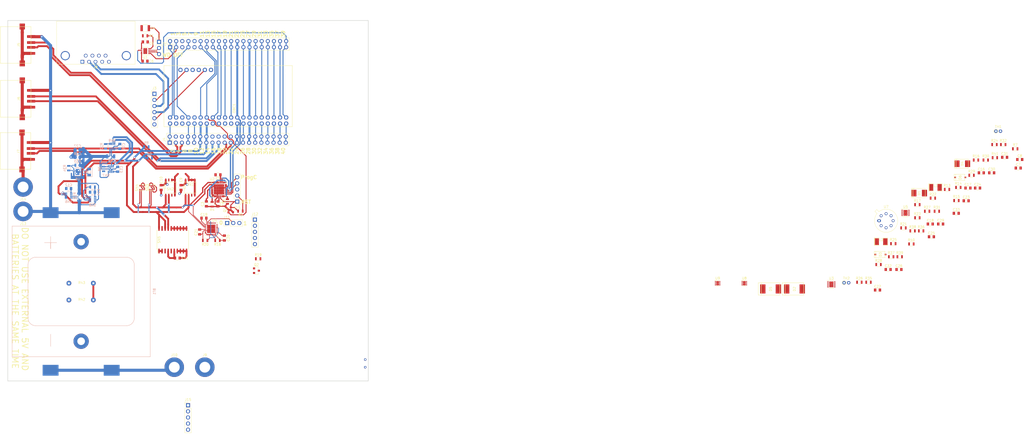
<source format=kicad_pcb>
(kicad_pcb (version 4) (host pcbnew 4.0.6)
  (layers (0 F.Cu signal) (1 In1.Cu mixed) (2 In2.Cu mixed) (31 B.Cu signal) (34 B.Paste user hide) (35 F.Paste user hide) (36 B.SilkS user) (37 F.SilkS user) (38 B.Mask user hide) (39 F.Mask user hide) (44 Edge.Cuts user))
  (net 0 "")
  (net 1 +BATT)
  (net 2 GND)
  (net 3 +3V3)
  (net 4 "Net-(C3-Pad1)")
  (net 5 "Net-(C4-Pad1)")
  (net 6 "Net-(C5-Pad1)")
  (net 7 "Net-(C16-Pad1)")
  (net 8 "Net-(C17-Pad1)")
  (net 9 "Net-(C17-Pad2)")
  (net 10 "Net-(C18-Pad1)")
  (net 11 "Net-(C22-Pad1)")
  (net 12 "Net-(C22-Pad2)")
  (net 13 VDD)
  (net 14 /Power/VCCP)
  (net 15 "Net-(J1-Pad2)")
  (net 16 "Net-(J2-Pad1)")
  (net 17 /~RESET)
  (net 18 "Net-(J2-Pad7)")
  (net 19 "Net-(J2-Pad11)")
  (net 20 /~MCU_Reset)
  (net 21 "Net-(J2-Pad17)")
  (net 22 "Net-(J2-Pad19)")
  (net 23 "Net-(J2-Pad21)")
  (net 24 /Serial0_MOSI)
  (net 25 "Net-(J2-Pad25)")
  (net 26 /Serial1_MISO)
  (net 27 "Net-(J2-Pad29)")
  (net 28 Heater2)
  (net 29 Heater1)
  (net 30 "Net-(J2-Pad35)")
  (net 31 "Net-(J2-Pad37)")
  (net 32 /Watchdog_pet)
  (net 33 "Net-(J3-Pad2)")
  (net 34 "Net-(J3-Pad5)")
  (net 35 "Net-(J4-Pad1)")
  (net 36 "Net-(J4-Pad7)")
  (net 37 "Net-(J4-Pad10)")
  (net 38 SCL0)
  (net 39 SDA0)
  (net 40 /Serial0_MISO)
  (net 41 "Net-(J4-Pad25)")
  (net 42 /Serial1_MOSI)
  (net 43 "Net-(J4-Pad29)")
  (net 44 "Net-(J4-Pad31)")
  (net 45 "Net-(J4-Pad33)")
  (net 46 "Net-(J4-Pad35)")
  (net 47 "Net-(J4-Pad37)")
  (net 48 "Net-(J4-Pad39)")
  (net 49 "Net-(J8-Pad1)")
  (net 50 "Net-(J8-Pad4)")
  (net 51 "Net-(J8-Pad5)")
  (net 52 "Net-(J8-Pad6)")
  (net 53 "Net-(J8-Pad7)")
  (net 54 "Net-(J8-Pad8)")
  (net 55 "Net-(J8-Pad9)")
  (net 56 /M4_BOOT)
  (net 57 /JTRST)
  (net 58 /JTMS)
  (net 59 /JTCK)
  (net 60 /JTDO)
  (net 61 /JTDI)
  (net 62 "Net-(L1-Pad2)")
  (net 63 "Net-(L2-Pad2)")
  (net 64 "Net-(L3-Pad1)")
  (net 65 "Net-(L3-Pad2)")
  (net 66 /ProgD)
  (net 67 /ProgC)
  (net 68 "Net-(Q2-Pad3)")
  (net 69 "Net-(R1-Pad2)")
  (net 70 "Net-(R3-Pad2)")
  (net 71 "Net-(R4-Pad1)")
  (net 72 "Net-(R7-Pad2)")
  (net 73 "Net-(R8-Pad1)")
  (net 74 VCC)
  (net 75 "Net-(R11-Pad1)")
  (net 76 "Net-(R12-Pad1)")
  (net 77 "Net-(R13-Pad2)")
  (net 78 "Net-(R14-Pad2)")
  (net 79 "Net-(R15-Pad2)")
  (net 80 "Net-(R17-Pad1)")
  (net 81 "Net-(R17-Pad2)")
  (net 82 "Net-(R18-Pad1)")
  (net 83 "Net-(R20-Pad1)")
  (net 84 "Net-(R25-Pad2)")
  (net 85 "Net-(R26-Pad2)")
  (net 86 "Net-(R28-Pad1)")
  (net 87 "Net-(R28-Pad2)")
  (net 88 "Net-(R33-Pad2)")
  (net 89 "Net-(R36-Pad2)")
  (net 90 "Net-(R38-Pad1)")
  (net 91 "Net-(R39-Pad1)")
  (net 92 "Net-(R42-Pad1)")
  (net 93 "Net-(SN1-Pad3)")
  (net 94 "Net-(SN2-Pad3)")
  (net 95 "Net-(SN5-Pad3)")
  (net 96 "Net-(SN5-Pad5)")
  (net 97 "Net-(U3-Pad4)")
  (net 98 "Net-(U3-Pad5)")
  (net 99 "Net-(U3-Pad8)")
  (net 100 "Net-(U5-Pad4)")
  (net 101 "Net-(U5-Pad5)")
  (net 102 "Net-(U5-Pad8)")
  (net 103 "Net-(U8-Pad6)")
  (net 104 "Net-(U9-Pad6)")
  (net 105 /DB_TX)
  (net 106 /DB_RX)
  (net 107 /USBA_D-)
  (net 108 /USBA_D+)
  (net 109 /USBB_D+)
  (net 110 /USBB_D-)
  (net 111 /USBC_D-)
  (net 112 /USBC_D+)
  (net 113 /PIC_RST)
  (net 114 /Arm_RST)
  (module Housings_DFN_QFN:DFN-8-1EP_3x3mm_Pitch0.65mm (layer F.Cu) (at 69.85 25.4 180)
    (fp_text reference U1 (at 0 -2.55 180) (layer F.SilkS))
    (fp_text value MAX16056)
    (pad 1 smd rect (at -1.55 -0.975 180) (size 0.65 0.35) (layers F.Cu F.Paste F.Mask) (net 17 /~RESET))
    (pad 2 smd rect (at -1.55 -0.325 180) (size 0.65 0.35) (layers F.Cu F.Paste F.Mask) (net 2 GND))
    (pad 3 smd rect (at -1.55 0.325 180) (size 0.65 0.35) (layers F.Cu F.Paste F.Mask) (net 15 "Net-(J1-Pad2)"))
    (pad 4 smd rect (at -1.55 0.975 180) (size 0.65 0.35) (layers F.Cu F.Paste F.Mask) (net 69 "Net-(R1-Pad2)"))
    (pad 5 smd rect (at 1.55 0.975 180) (size 0.65 0.35) (layers F.Cu F.Paste F.Mask) (net 6 "Net-(C5-Pad1)"))
    (pad 6 smd rect (at 1.55 0.325 180) (size 0.65 0.35) (layers F.Cu F.Paste F.Mask) (net 32 /Watchdog_pet))
    (pad 7 smd rect (at 1.55 -0.325 180) (size 0.65 0.35) (layers F.Cu F.Paste F.Mask) (net 3 +3V3))
    (pad 8 smd rect (at 1.55 -0.975 180) (size 0.65 0.35) (layers F.Cu F.Paste F.Mask) (net 3 +3V3))
    (pad 9 smd rect (at 0.3875 0.6 180) (size 0.775 1.2) (layers F.Cu F.Paste F.Mask))
    (pad 9 smd rect (at 0.3875 -0.6 180) (size 0.775 1.2) (layers F.Cu F.Paste F.Mask))
    (pad 9 smd rect (at -0.3875 0.6 180) (size 0.775 1.2) (layers F.Cu F.Paste F.Mask))
    (pad 9 smd rect (at -0.3875 -0.6 180) (size 0.775 1.2) (layers F.Cu F.Paste F.Mask))
  )
  (module USB_A_Board (layer F.Cu) (at 14.605 66.925 270)
    (fp_text reference J7 (at 0.25 -2.54 270) (layer F.SilkS))
    (fp_text value USB_A)
    (pad 1 smd rect (at -3.5 -7.68 270) (size 1.12 3.39) (layers F.Cu F.Paste F.Mask) (net 1 +BATT))
    (pad 2 smd rect (at -1 -7.68 270) (size 1.12 3.39) (layers F.Cu F.Paste F.Mask) (net 111 /USBC_D-))
    (pad 3 smd rect (at 1 -7.68 270) (size 1.12 3.39) (layers F.Cu F.Paste F.Mask) (net 112 /USBC_D+))
    (pad 4 smd rect (at 3.5 -7.68 270) (size 1.12 3.39) (layers F.Cu F.Paste F.Mask) (net 2 GND))
    (pad 5 smd rect (at 7.67 -4 270) (size 2.44 2.22) (layers F.Cu F.Paste F.Mask) (net 2 GND))
    (pad 5 smd rect (at -7.67 -4 270) (size 2.44 2.22) (layers F.Cu F.Paste F.Mask) (net 2 GND))
    (pad "" np_thru_hole circle (at -4.06 0 270) (size 1.1 1.1) (drill 1.1) (layers *.Cu *.Mask))
    (pad "" np_thru_hole circle (at 4.06 0 270) (size 1.1 1.1) (drill 1.1) (layers *.Cu *.Mask))
  )
  (module USB_A_Board (layer F.Cu) (at 14.710891 45.243479 270)
    (fp_text reference J6 (at 0 -2.54 270) (layer F.SilkS))
    (fp_text value USB_A)
    (pad 1 smd rect (at -3.5 -7.68 270) (size 1.12 3.39) (layers F.Cu F.Paste F.Mask) (net 1 +BATT))
    (pad 2 smd rect (at -1 -7.68 270) (size 1.12 3.39) (layers F.Cu F.Paste F.Mask) (net 110 /USBB_D-))
    (pad 3 smd rect (at 1 -7.68 270) (size 1.12 3.39) (layers F.Cu F.Paste F.Mask) (net 109 /USBB_D+))
    (pad 4 smd rect (at 3.5 -7.68 270) (size 1.12 3.39) (layers F.Cu F.Paste F.Mask) (net 2 GND))
    (pad 5 smd rect (at 7.67 -4 270) (size 2.44 2.22) (layers F.Cu F.Paste F.Mask) (net 2 GND))
    (pad 5 smd rect (at -7.67 -4 270) (size 2.44 2.22) (layers F.Cu F.Paste F.Mask) (net 2 GND))
    (pad "" np_thru_hole circle (at -4.06 0 270) (size 1.1 1.1) (drill 1.1) (layers *.Cu *.Mask))
    (pad "" np_thru_hole circle (at 4.06 0 270) (size 1.1 1.1) (drill 1.1) (layers *.Cu *.Mask))
  )
  (module USB_A_Board (layer F.Cu) (at 14.710891 22.86 270)
    (fp_text reference J5 (at 0 -2.54 270) (layer F.SilkS))
    (fp_text value USB_A)
    (pad 1 smd rect (at -3.5 -7.68 270) (size 1.12 3.39) (layers F.Cu F.Paste F.Mask) (net 1 +BATT))
    (pad 2 smd rect (at -1 -7.68 270) (size 1.12 3.39) (layers F.Cu F.Paste F.Mask) (net 107 /USBA_D-))
    (pad 3 smd rect (at 1 -7.68 270) (size 1.12 3.39) (layers F.Cu F.Paste F.Mask) (net 108 /USBA_D+))
    (pad 4 smd rect (at 3.5 -7.68 270) (size 1.12 3.39) (layers F.Cu F.Paste F.Mask) (net 2 GND))
    (pad 5 smd rect (at 7.67 -4 270) (size 2.44 2.22) (layers F.Cu F.Paste F.Mask) (net 2 GND))
    (pad 5 smd rect (at -7.67 -4 270) (size 2.44 2.22) (layers F.Cu F.Paste F.Mask) (net 2 GND))
    (pad "" np_thru_hole circle (at -4.06 0 270) (size 1.1 1.1) (drill 1.1) (layers *.Cu *.Mask))
    (pad "" np_thru_hole circle (at 4.06 0 270) (size 1.1 1.1) (drill 1.1) (layers *.Cu *.Mask))
  )
  (module Pin_Headers:Pin_Header_Straight_1x06_Pitch2.54mm (layer F.Cu) (at 73.66 43.18)
    (fp_text reference J3 (at 0 -2.33) (layer F.SilkS))
    (fp_text value CONN_01X06)
    (pad 1 thru_hole rect (at 0 0) (size 1.7 1.7) (drill 1) (layers *.Cu *.Mask) (net 3 +3V3))
    (pad 2 thru_hole oval (at 0 2.54) (size 1.7 1.7) (drill 1) (layers *.Cu *.Mask) (net 33 "Net-(J3-Pad2)"))
    (pad 3 thru_hole oval (at 0 5.08) (size 1.7 1.7) (drill 1) (layers *.Cu *.Mask) (net 105 /DB_TX))
    (pad 4 thru_hole oval (at 0 7.62) (size 1.7 1.7) (drill 1) (layers *.Cu *.Mask) (net 106 /DB_RX))
    (pad 5 thru_hole oval (at 0 10.16) (size 1.7 1.7) (drill 1) (layers *.Cu *.Mask) (net 34 "Net-(J3-Pad5)"))
    (pad 6 thru_hole oval (at 0 12.7) (size 1.7 1.7) (drill 1) (layers *.Cu *.Mask) (net 2 GND))
  )
  (module aleksandr_footprints:Battery_Bracket_Small (layer B.Cu) (at 43.18 125.349 270)
    (fp_text reference BT1 (at 0 -30.48 270) (layer B.SilkS) (effects (justify mirror)))
    (fp_text value Battery)
    (pad 1 smd rect (at -32.766 12.7 270) (size 4.5 6.6) (layers B.Cu B.Paste B.Mask) (net 1 +BATT))
    (pad 1 smd rect (at -32.766 -12.7 270) (size 4.5 6.6) (layers B.Cu B.Paste B.Mask) (net 1 +BATT))
    (pad 2 smd rect (at 32.766 12.7 270) (size 4.5 6.6) (layers B.Cu B.Paste B.Mask) (net 2 GND))
    (pad 2 smd rect (at 32.766 -12.7 270) (size 4.5 6.6) (layers B.Cu B.Paste B.Mask) (net 2 GND))
    (pad "" np_thru_hole circle (at -20.701 0 270) (size 6.35 6.35) (drill 3.175) (layers *.Cu *.Mask))
    (pad "" np_thru_hole circle (at 20.701 0 270) (size 6.35 6.35) (drill 3.175) (layers *.Cu *.Mask))
  )
  (module Capacitors_SMD:C_0805 (layer F.Cu) (at 100.076 76.835 180)
    (fp_text reference C1 (at 0 -1.5 180) (layer F.SilkS))
    (fp_text value 0.1uF)
    (pad 1 smd rect (at -1 0 180) (size 1 1.25) (layers F.Cu F.Paste F.Mask) (net 3 +3V3))
    (pad 2 smd rect (at 1 0 180) (size 1 1.25) (layers F.Cu F.Paste F.Mask) (net 2 GND))
  )
  (module Capacitors_SMD:C_0805 (layer F.Cu) (at 100.076 88.916 270)
    (fp_text reference C2 (at 0 -1.5 270) (layer F.SilkS))
    (fp_text value 0.1uF)
    (pad 1 smd rect (at -1 0 270) (size 1 1.25) (layers F.Cu F.Paste F.Mask) (net 3 +3V3))
    (pad 2 smd rect (at 1 0 270) (size 1 1.25) (layers F.Cu F.Paste F.Mask) (net 2 GND))
  )
  (module Capacitors_SMD:C_0805 (layer F.Cu) (at 95.25 88.916 270)
    (fp_text reference C3 (at 0.127 1.651 270) (layer F.SilkS))
    (fp_text value 10uF)
    (pad 1 smd rect (at -1 0 270) (size 1 1.25) (layers F.Cu F.Paste F.Mask) (net 4 "Net-(C3-Pad1)"))
    (pad 2 smd rect (at 1 0 270) (size 1 1.25) (layers F.Cu F.Paste F.Mask) (net 2 GND))
  )
  (module Capacitors_SMD:C_1210 (layer F.Cu) (at 69.85 15.875 180)
    (fp_text reference C4 (at -3.175 0 180) (layer F.SilkS))
    (fp_text value 18uF)
    (pad 1 smd rect (at -1.5 0 180) (size 1 2.5) (layers F.Cu F.Paste F.Mask) (net 5 "Net-(C4-Pad1)"))
    (pad 2 smd rect (at 1.5 0 180) (size 1 2.5) (layers F.Cu F.Paste F.Mask) (net 2 GND))
  )
  (module Capacitors_SMD:C_0805 (layer F.Cu) (at 69.85 21.59)
    (fp_text reference C5 (at 2.54 0.635) (layer F.SilkS))
    (fp_text value 0.2uF)
    (pad 1 smd rect (at -1 0) (size 1 1.25) (layers F.Cu F.Paste F.Mask) (net 6 "Net-(C5-Pad1)"))
    (pad 2 smd rect (at 1 0) (size 1 1.25) (layers F.Cu F.Paste F.Mask) (net 2 GND))
  )
  (module Capacitors_SMD:C_0805 (layer F.Cu) (at 69.739 29.591)
    (fp_text reference C6 (at 2.651 0) (layer F.SilkS))
    (fp_text value 0.1uF)
    (pad 1 smd rect (at -1 0) (size 1 1.25) (layers F.Cu F.Paste F.Mask) (net 3 +3V3))
    (pad 2 smd rect (at 1 0) (size 1 1.25) (layers F.Cu F.Paste F.Mask) (net 2 GND))
  )
  (module Capacitors_SMD:C_0805 (layer F.Cu) (at 432.8 74.041)
    (fp_text reference C7 (at 0 -1.5) (layer F.SilkS))
    (fp_text value 0.1uF)
    (pad 1 smd rect (at -1 0) (size 1 1.25) (layers F.Cu F.Paste F.Mask) (net 3 +3V3))
    (pad 2 smd rect (at 1 0) (size 1 1.25) (layers F.Cu F.Paste F.Mask) (net 2 GND))
  )
  (module Capacitors_SMD:C_0805 (layer F.Cu) (at 433.435 70.485)
    (fp_text reference C8 (at 0 -1.5) (layer F.SilkS))
    (fp_text value 0.1uF)
    (pad 1 smd rect (at -1 0) (size 1 1.25) (layers F.Cu F.Paste F.Mask) (net 3 +3V3))
    (pad 2 smd rect (at 1 0) (size 1 1.25) (layers F.Cu F.Paste F.Mask) (net 2 GND))
  )
  (module Capacitors_SMD:C_0805 (layer F.Cu) (at 84.709 82.156252 270)
    (fp_text reference C9 (at -3.175 0 270) (layer F.SilkS))
    (fp_text value 0.1uF)
    (pad 1 smd rect (at -1 0 270) (size 1 1.25) (layers F.Cu F.Paste F.Mask) (net 3 +3V3))
    (pad 2 smd rect (at 1 0 270) (size 1 1.25) (layers F.Cu F.Paste F.Mask) (net 2 GND))
  )
  (module Capacitors_SMD:C_0805 (layer F.Cu) (at 76.454 82.156252 270)
    (fp_text reference C10 (at -3.175 0 270) (layer F.SilkS))
    (fp_text value 0.1uF)
    (pad 1 smd rect (at -1 0 270) (size 1 1.25) (layers F.Cu F.Paste F.Mask) (net 3 +3V3))
    (pad 2 smd rect (at 1 0 270) (size 1 1.25) (layers F.Cu F.Paste F.Mask) (net 2 GND))
  )
  (module Capacitors_SMD:C_0805 (layer F.Cu) (at 83.185 111.46599)
    (fp_text reference C11 (at 3.175 0) (layer F.SilkS))
    (fp_text value 0.1uF)
    (pad 1 smd rect (at -1 0) (size 1 1.25) (layers F.Cu F.Paste F.Mask) (net 3 +3V3))
    (pad 2 smd rect (at 1 0) (size 1 1.25) (layers F.Cu F.Paste F.Mask) (net 2 GND))
  )
  (module Capacitors_SMD:C_0805 (layer B.Cu) (at 37.989 82.556108 180)
    (fp_text reference C12 (at 0 1.5 180) (layer B.SilkS) (effects (justify mirror)))
    (fp_text value 0.1uF)
    (pad 1 smd rect (at -1 0 180) (size 1 1.25) (layers B.Cu B.Paste B.Mask) (net 3 +3V3))
    (pad 2 smd rect (at 1 0 180) (size 1 1.25) (layers B.Cu B.Paste B.Mask) (net 2 GND))
  )
  (module Capacitors_SMD:C_0805 (layer B.Cu) (at 58.381388 74.54182 90)
    (fp_text reference C13 (at 0 1.5 90) (layer B.SilkS) (effects (justify mirror)))
    (fp_text value 0.1uF)
    (pad 1 smd rect (at -1 0 90) (size 1 1.25) (layers B.Cu B.Paste B.Mask) (net 3 +3V3))
    (pad 2 smd rect (at 1 0 90) (size 1 1.25) (layers B.Cu B.Paste B.Mask) (net 2 GND))
  )
  (module Capacitors_SMD:C_0805 (layer B.Cu) (at 47.895 84.080108 180)
    (fp_text reference C14 (at -2.524 0 450) (layer B.SilkS) (effects (justify mirror)))
    (fp_text value 0.1uF)
    (pad 1 smd rect (at -1 0 180) (size 1 1.25) (layers B.Cu B.Paste B.Mask) (net 3 +3V3))
    (pad 2 smd rect (at 1 0 180) (size 1 1.25) (layers B.Cu B.Paste B.Mask) (net 2 GND))
  )
  (module Capacitors_SMD:C_0805 (layer B.Cu) (at 59.270388 65.03282 90)
    (fp_text reference C15 (at 0 1.651 90) (layer B.SilkS) (effects (justify mirror)))
    (fp_text value 0.1uF)
    (pad 1 smd rect (at -1 0 90) (size 1 1.25) (layers B.Cu B.Paste B.Mask) (net 3 +3V3))
    (pad 2 smd rect (at 1 0 90) (size 1 1.25) (layers B.Cu B.Paste B.Mask) (net 2 GND))
  )
  (module Capacitors_SMD:C_0805 (layer F.Cu) (at 417.463333 76.015)
    (fp_text reference C16 (at 0 -1.5) (layer F.SilkS))
    (fp_text value 10uF)
    (pad 1 smd rect (at -1 0) (size 1 1.25) (layers F.Cu F.Paste F.Mask) (net 7 "Net-(C16-Pad1)"))
    (pad 2 smd rect (at 1 0) (size 1 1.25) (layers F.Cu F.Paste F.Mask) (net 2 GND))
  )
  (module Capacitors_SMD:C_0805 (layer F.Cu) (at 411.895001 82.345)
    (fp_text reference C17 (at 0 -1.5) (layer F.SilkS))
    (fp_text value 1uF)
    (pad 1 smd rect (at -1 0) (size 1 1.25) (layers F.Cu F.Paste F.Mask) (net 8 "Net-(C17-Pad1)"))
    (pad 2 smd rect (at 1 0) (size 1 1.25) (layers F.Cu F.Paste F.Mask) (net 9 "Net-(C17-Pad2)"))
  )
  (module Capacitors_SMD:C_0805 (layer F.Cu) (at 396.243333 97.305)
    (fp_text reference C18 (at 0 -1.5) (layer F.SilkS))
    (fp_text value 10uF)
    (pad 1 smd rect (at -1 0) (size 1 1.25) (layers F.Cu F.Paste F.Mask) (net 10 "Net-(C18-Pad1)"))
    (pad 2 smd rect (at 1 0) (size 1 1.25) (layers F.Cu F.Paste F.Mask) (net 2 GND))
  )
  (module Capacitors_SMD:C_0805 (layer F.Cu) (at 94.234 94.869)
    (fp_text reference C19 (at 0 -1.5) (layer F.SilkS))
    (fp_text value 0.1uF)
    (pad 1 smd rect (at -1 0) (size 1 1.25) (layers F.Cu F.Paste F.Mask) (net 3 +3V3))
    (pad 2 smd rect (at 1 0) (size 1 1.25) (layers F.Cu F.Paste F.Mask) (net 2 GND))
  )
  (module Capacitors_SMD:C_0805 (layer F.Cu) (at 102.743 103.14 270)
    (fp_text reference C20 (at -0.016 -1.651 270) (layer F.SilkS))
    (fp_text value 0.1uF)
    (pad 1 smd rect (at -1 0 270) (size 1 1.25) (layers F.Cu F.Paste F.Mask) (net 3 +3V3))
    (pad 2 smd rect (at 1 0 270) (size 1 1.25) (layers F.Cu F.Paste F.Mask) (net 2 GND))
  )
  (module Capacitors_SMD:C_0805 (layer F.Cu) (at 92.456 100.6 270)
    (fp_text reference C21 (at 0.111 1.524 270) (layer F.SilkS))
    (fp_text value 0.1uF)
    (pad 1 smd rect (at -1 0 270) (size 1 1.25) (layers F.Cu F.Paste F.Mask) (net 3 +3V3))
    (pad 2 smd rect (at 1 0 270) (size 1 1.25) (layers F.Cu F.Paste F.Mask) (net 2 GND))
  )
  (module Capacitors_SMD:C_0805 (layer F.Cu) (at 374.305001 124.755)
    (fp_text reference C22 (at 0 -1.5) (layer F.SilkS))
    (fp_text value 1uF)
    (pad 1 smd rect (at -1 0) (size 1 1.25) (layers F.Cu F.Paste F.Mask) (net 11 "Net-(C22-Pad1)"))
    (pad 2 smd rect (at 1 0) (size 1 1.25) (layers F.Cu F.Paste F.Mask) (net 12 "Net-(C22-Pad2)"))
  )
  (module Capacitors_SMD:C_0805 (layer F.Cu) (at 411.163333 87.645)
    (fp_text reference C23 (at 0 -1.5) (layer F.SilkS))
    (fp_text value 10uF)
    (pad 1 smd rect (at -1 0) (size 1 1.25) (layers F.Cu F.Paste F.Mask) (net 1 +BATT))
    (pad 2 smd rect (at 1 0) (size 1 1.25) (layers F.Cu F.Paste F.Mask) (net 2 GND))
  )
  (module Capacitors_SMD:C_0805 (layer F.Cu) (at 415.903333 82.345)
    (fp_text reference C24 (at 0 -1.5) (layer F.SilkS))
    (fp_text value 10uF)
    (pad 1 smd rect (at -1 0) (size 1 1.25) (layers F.Cu F.Paste F.Mask) (net 1 +BATT))
    (pad 2 smd rect (at 1 0) (size 1 1.25) (layers F.Cu F.Paste F.Mask) (net 2 GND))
  )
  (module Capacitors_SMD:C_0805 (layer F.Cu) (at 396.719524 102.605)
    (fp_text reference C25 (at 0 -1.5) (layer F.SilkS))
    (fp_text value 100uF)
    (pad 1 smd rect (at -1 0) (size 1 1.25) (layers F.Cu F.Paste F.Mask) (net 1 +BATT))
    (pad 2 smd rect (at 1 0) (size 1 1.25) (layers F.Cu F.Paste F.Mask) (net 2 GND))
  )
  (module Capacitors_SMD:C_0805 (layer F.Cu) (at 383.209524 116.215)
    (fp_text reference C26 (at 0 -1.5) (layer F.SilkS))
    (fp_text value 100uF)
    (pad 1 smd rect (at -1 0) (size 1 1.25) (layers F.Cu F.Paste F.Mask) (net 1 +BATT))
    (pad 2 smd rect (at 1 0) (size 1 1.25) (layers F.Cu F.Paste F.Mask) (net 2 GND))
  )
  (module Capacitors_SMD:C_0805 (layer B.Cu) (at 41.664833 66.404513 180)
    (fp_text reference C27 (at 0 1.5 180) (layer B.SilkS) (effects (justify mirror)))
    (fp_text value 22uF)
    (pad 1 smd rect (at -1 0 180) (size 1 1.25) (layers B.Cu B.Paste B.Mask) (net 13 VDD))
    (pad 2 smd rect (at 1 0 180) (size 1 1.25) (layers B.Cu B.Paste B.Mask) (net 2 GND))
  )
  (module Capacitors_SMD:C_0805 (layer B.Cu) (at 41.696833 69.579513 180)
    (fp_text reference C28 (at 0 1.5 180) (layer B.SilkS) (effects (justify mirror)))
    (fp_text value 22uF)
    (pad 1 smd rect (at -1 0 180) (size 1 1.25) (layers B.Cu B.Paste B.Mask) (net 13 VDD))
    (pad 2 smd rect (at 1 0 180) (size 1 1.25) (layers B.Cu B.Paste B.Mask) (net 2 GND))
  )
  (module Capacitors_SMD:C_0805 (layer F.Cu) (at 400.541428 97.305)
    (fp_text reference C29 (at 0 -1.5) (layer F.SilkS))
    (fp_text value 0.1uF)
    (pad 1 smd rect (at -1 0) (size 1 1.25) (layers F.Cu F.Paste F.Mask) (net 2 GND))
    (pad 2 smd rect (at 1 0) (size 1 1.25) (layers F.Cu F.Paste F.Mask) (net 3 +3V3))
  )
  (module Capacitors_SMD:C_0805 (layer F.Cu) (at 421.761428 76.015)
    (fp_text reference C30 (at 0 -1.5) (layer F.SilkS))
    (fp_text value 0.1uF)
    (pad 1 smd rect (at -1 0) (size 1 1.25) (layers F.Cu F.Paste F.Mask) (net 1 +BATT))
    (pad 2 smd rect (at 1 0) (size 1 1.25) (layers F.Cu F.Paste F.Mask) (net 2 GND))
  )
  (module Capacitors_SMD:C_0805 (layer F.Cu) (at 427.151428 69.575)
    (fp_text reference C31 (at 0 -1.5) (layer F.SilkS))
    (fp_text value 0.1uF)
    (pad 1 smd rect (at -1 0) (size 1 1.25) (layers F.Cu F.Paste F.Mask) (net 1 +BATT))
    (pad 2 smd rect (at 1 0) (size 1 1.25) (layers F.Cu F.Paste F.Mask) (net 2 GND))
  )
  (module Capacitors_SMD:C_0805 (layer F.Cu) (at 378.725001 116.215)
    (fp_text reference C32 (at 0 -1.5) (layer F.SilkS))
    (fp_text value 1uF)
    (pad 1 smd rect (at -1 0) (size 1 1.25) (layers F.Cu F.Paste F.Mask) (net 1 +BATT))
    (pad 2 smd rect (at 1 0) (size 1 1.25) (layers F.Cu F.Paste F.Mask) (net 2 GND))
  )
  (module Capacitors_SMD:C_0805 (layer F.Cu) (at 407.045001 92.855)
    (fp_text reference C33 (at 0 -1.5) (layer F.SilkS))
    (fp_text value 1uF)
    (pad 1 smd rect (at -1 0) (size 1 1.25) (layers F.Cu F.Paste F.Mask) (net 1 +BATT))
    (pad 2 smd rect (at 1 0) (size 1 1.25) (layers F.Cu F.Paste F.Mask) (net 2 GND))
  )
  (module aleksandr_footprints:DO-214AA (layer F.Cu) (at 391.61619 84.45)
    (fp_text reference D1 (at 0 0 90) (layer F.SilkS))
    (fp_text value MBRS140)
    (pad 1 smd rect (at -2.21 0) (size 2.159 2.743) (layers F.Cu F.Paste F.Mask) (net 7 "Net-(C16-Pad1)"))
    (pad 2 smd rect (at 2.21 0) (size 2.159 2.743) (layers F.Cu F.Paste F.Mask) (net 14 /Power/VCCP))
  )
  (module aleksandr_footprints:SMC (layer F.Cu) (at 339.765001 124.31)
    (fp_text reference D2 (at 0 0 90) (layer F.SilkS))
    (fp_text value MBRS340)
    (pad 1 smd rect (at -3.25 0) (size 2.25 3.79) (layers F.Cu F.Paste F.Mask) (net 9 "Net-(C17-Pad2)"))
    (pad 2 smd rect (at 3.25 0) (size 2.25 3.79) (layers F.Cu F.Paste F.Mask) (net 2 GND))
  )
  (module aleksandr_footprints:SOD-323FL (layer F.Cu) (at 375.505001 109.985)
    (fp_text reference D3 (at 0 0 90) (layer F.SilkS))
    (fp_text value D)
    (pad 1 smd rect (at -2.1 0) (size 0.8 0.6) (layers F.Cu F.Paste F.Mask) (net 8 "Net-(C17-Pad1)"))
    (pad 2 smd rect (at 2.1 0) (size 0.8 0.6) (layers F.Cu F.Paste F.Mask) (net 1 +BATT))
  )
  (module aleksandr_footprints:DO-214AA (layer F.Cu) (at 409.53619 72.24)
    (fp_text reference D4 (at 0 0 90) (layer F.SilkS))
    (fp_text value MBRS140)
    (pad 1 smd rect (at -2.21 0) (size 2.159 2.743) (layers F.Cu F.Paste F.Mask) (net 10 "Net-(C18-Pad1)"))
    (pad 2 smd rect (at 2.21 0) (size 2.159 2.743) (layers F.Cu F.Paste F.Mask) (net 14 /Power/VCCP))
  )
  (module aleksandr_footprints:SMC (layer F.Cu) (at 329.835001 124.31)
    (fp_text reference D5 (at 0 0 90) (layer F.SilkS))
    (fp_text value MBRS340)
    (pad 1 smd rect (at -3.25 0) (size 2.25 3.79) (layers F.Cu F.Paste F.Mask) (net 12 "Net-(C22-Pad2)"))
    (pad 2 smd rect (at 3.25 0) (size 2.25 3.79) (layers F.Cu F.Paste F.Mask) (net 2 GND))
  )
  (module aleksandr_footprints:SOD-323FL (layer F.Cu) (at 408.675001 77.935)
    (fp_text reference D6 (at 0 0 90) (layer F.SilkS))
    (fp_text value D)
    (pad 1 smd rect (at -2.1 0) (size 0.8 0.6) (layers F.Cu F.Paste F.Mask) (net 11 "Net-(C22-Pad1)"))
    (pad 2 smd rect (at 2.1 0) (size 0.8 0.6) (layers F.Cu F.Paste F.Mask) (net 1 +BATT))
  )
  (module Pin_Headers:Pin_Header_Straight_1x03_Pitch2.54mm (layer F.Cu) (at 75.565 21.59)
    (fp_text reference J1 (at 0 -2.33) (layer F.SilkS))
    (fp_text value CONN_01X03_MALE)
    (pad 1 thru_hole rect (at 0 0) (size 1.7 1.7) (drill 1) (layers *.Cu *.Mask) (net 5 "Net-(C4-Pad1)"))
    (pad 2 thru_hole oval (at 0 2.54) (size 1.7 1.7) (drill 1) (layers *.Cu *.Mask) (net 15 "Net-(J1-Pad2)"))
    (pad 3 thru_hole oval (at 0 5.08) (size 1.7 1.7) (drill 1) (layers *.Cu *.Mask) (net 2 GND))
  )
  (module Pin_Headers:Pin_Header_Straight_2x20_Pitch2.54mm (layer F.Cu) (at 80.16616 23.806452 90)
    (fp_text reference J2 (at 1.27 -2.33 90) (layer F.SilkS))
    (fp_text value CONN_02X20)
    (pad 1 thru_hole rect (at 0 0 90) (size 1.7 1.7) (drill 1) (layers *.Cu *.Mask) (net 16 "Net-(J2-Pad1)"))
    (pad 2 thru_hole oval (at 2.54 0 90) (size 1.7 1.7) (drill 1) (layers *.Cu *.Mask) (net 16 "Net-(J2-Pad1)"))
    (pad 3 thru_hole oval (at 0 2.54 90) (size 1.7 1.7) (drill 1) (layers *.Cu *.Mask) (net 17 /~RESET))
    (pad 4 thru_hole oval (at 2.54 2.54 90) (size 1.7 1.7) (drill 1) (layers *.Cu *.Mask) (net 17 /~RESET))
    (pad 5 thru_hole oval (at 0 5.08 90) (size 1.7 1.7) (drill 1) (layers *.Cu *.Mask) (net 3 +3V3))
    (pad 6 thru_hole oval (at 2.54 5.08 90) (size 1.7 1.7) (drill 1) (layers *.Cu *.Mask) (net 3 +3V3))
    (pad 7 thru_hole oval (at 0 7.62 90) (size 1.7 1.7) (drill 1) (layers *.Cu *.Mask) (net 18 "Net-(J2-Pad7)"))
    (pad 8 thru_hole oval (at 2.54 7.62 90) (size 1.7 1.7) (drill 1) (layers *.Cu *.Mask) (net 18 "Net-(J2-Pad7)"))
    (pad 9 thru_hole oval (at 0 10.16 90) (size 1.7 1.7) (drill 1) (layers *.Cu *.Mask) (net 2 GND))
    (pad 10 thru_hole oval (at 2.54 10.16 90) (size 1.7 1.7) (drill 1) (layers *.Cu *.Mask) (net 2 GND))
    (pad 11 thru_hole oval (at 0 12.7 90) (size 1.7 1.7) (drill 1) (layers *.Cu *.Mask) (net 19 "Net-(J2-Pad11)"))
    (pad 12 thru_hole oval (at 2.54 12.7 90) (size 1.7 1.7) (drill 1) (layers *.Cu *.Mask) (net 19 "Net-(J2-Pad11)"))
    (pad 13 thru_hole oval (at 0 15.24 90) (size 1.7 1.7) (drill 1) (layers *.Cu *.Mask) (net 113 /PIC_RST))
    (pad 14 thru_hole oval (at 2.54 15.24 90) (size 1.7 1.7) (drill 1) (layers *.Cu *.Mask) (net 113 /PIC_RST))
    (pad 15 thru_hole oval (at 0 17.78 90) (size 1.7 1.7) (drill 1) (layers *.Cu *.Mask) (net 114 /Arm_RST))
    (pad 16 thru_hole oval (at 2.54 17.78 90) (size 1.7 1.7) (drill 1) (layers *.Cu *.Mask) (net 114 /Arm_RST))
    (pad 17 thru_hole oval (at 0 20.32 90) (size 1.7 1.7) (drill 1) (layers *.Cu *.Mask) (net 21 "Net-(J2-Pad17)"))
    (pad 18 thru_hole oval (at 2.54 20.32 90) (size 1.7 1.7) (drill 1) (layers *.Cu *.Mask) (net 21 "Net-(J2-Pad17)"))
    (pad 19 thru_hole oval (at 0 22.86 90) (size 1.7 1.7) (drill 1) (layers *.Cu *.Mask) (net 22 "Net-(J2-Pad19)"))
    (pad 20 thru_hole oval (at 2.54 22.86 90) (size 1.7 1.7) (drill 1) (layers *.Cu *.Mask) (net 22 "Net-(J2-Pad19)"))
    (pad 21 thru_hole oval (at 0 25.4 90) (size 1.7 1.7) (drill 1) (layers *.Cu *.Mask) (net 23 "Net-(J2-Pad21)"))
    (pad 22 thru_hole oval (at 2.54 25.4 90) (size 1.7 1.7) (drill 1) (layers *.Cu *.Mask) (net 23 "Net-(J2-Pad21)"))
    (pad 23 thru_hole oval (at 0 27.94 90) (size 1.7 1.7) (drill 1) (layers *.Cu *.Mask) (net 24 /Serial0_MOSI))
    (pad 24 thru_hole oval (at 2.54 27.94 90) (size 1.7 1.7) (drill 1) (layers *.Cu *.Mask) (net 24 /Serial0_MOSI))
    (pad 25 thru_hole oval (at 0 30.48 90) (size 1.7 1.7) (drill 1) (layers *.Cu *.Mask) (net 25 "Net-(J2-Pad25)"))
    (pad 26 thru_hole oval (at 2.54 30.48 90) (size 1.7 1.7) (drill 1) (layers *.Cu *.Mask) (net 25 "Net-(J2-Pad25)"))
    (pad 27 thru_hole oval (at 0 33.02 90) (size 1.7 1.7) (drill 1) (layers *.Cu *.Mask) (net 26 /Serial1_MISO))
    (pad 28 thru_hole oval (at 2.54 33.02 90) (size 1.7 1.7) (drill 1) (layers *.Cu *.Mask) (net 26 /Serial1_MISO))
    (pad 29 thru_hole oval (at 0 35.56 90) (size 1.7 1.7) (drill 1) (layers *.Cu *.Mask) (net 27 "Net-(J2-Pad29)"))
    (pad 30 thru_hole oval (at 2.54 35.56 90) (size 1.7 1.7) (drill 1) (layers *.Cu *.Mask) (net 27 "Net-(J2-Pad29)"))
    (pad 31 thru_hole oval (at 0 38.1 90) (size 1.7 1.7) (drill 1) (layers *.Cu *.Mask) (net 28 Heater2))
    (pad 32 thru_hole oval (at 2.54 38.1 90) (size 1.7 1.7) (drill 1) (layers *.Cu *.Mask) (net 28 Heater2))
    (pad 33 thru_hole oval (at 0 40.64 90) (size 1.7 1.7) (drill 1) (layers *.Cu *.Mask) (net 29 Heater1))
    (pad 34 thru_hole oval (at 2.54 40.64 90) (size 1.7 1.7) (drill 1) (layers *.Cu *.Mask) (net 29 Heater1))
    (pad 35 thru_hole oval (at 0 43.18 90) (size 1.7 1.7) (drill 1) (layers *.Cu *.Mask) (net 30 "Net-(J2-Pad35)"))
    (pad 36 thru_hole oval (at 2.54 43.18 90) (size 1.7 1.7) (drill 1) (layers *.Cu *.Mask) (net 30 "Net-(J2-Pad35)"))
    (pad 37 thru_hole oval (at 0 45.72 90) (size 1.7 1.7) (drill 1) (layers *.Cu *.Mask) (net 31 "Net-(J2-Pad37)"))
    (pad 38 thru_hole oval (at 2.54 45.72 90) (size 1.7 1.7) (drill 1) (layers *.Cu *.Mask) (net 31 "Net-(J2-Pad37)"))
    (pad 39 thru_hole oval (at 0 48.26 90) (size 1.7 1.7) (drill 1) (layers *.Cu *.Mask) (net 32 /Watchdog_pet))
    (pad 40 thru_hole oval (at 2.54 48.26 90) (size 1.7 1.7) (drill 1) (layers *.Cu *.Mask) (net 32 /Watchdog_pet))
  )
  (module Pin_Headers:Pin_Header_Straight_2x20_Pitch2.54mm (layer F.Cu) (at 80.01 63.5 90)
    (fp_text reference J4 (at 1.27 -2.33 90) (layer F.SilkS))
    (fp_text value CONN_02X20)
    (pad 1 thru_hole rect (at 0 0 90) (size 1.7 1.7) (drill 1) (layers *.Cu *.Mask) (net 35 "Net-(J4-Pad1)"))
    (pad 2 thru_hole oval (at 2.54 0 90) (size 1.7 1.7) (drill 1) (layers *.Cu *.Mask) (net 35 "Net-(J4-Pad1)"))
    (pad 3 thru_hole oval (at 0 2.54 90) (size 1.7 1.7) (drill 1) (layers *.Cu *.Mask) (net 107 /USBA_D-))
    (pad 4 thru_hole oval (at 2.54 2.54 90) (size 1.7 1.7) (drill 1) (layers *.Cu *.Mask) (net 107 /USBA_D-))
    (pad 5 thru_hole oval (at 0 5.08 90) (size 1.7 1.7) (drill 1) (layers *.Cu *.Mask) (net 108 /USBA_D+))
    (pad 6 thru_hole oval (at 2.54 5.08 90) (size 1.7 1.7) (drill 1) (layers *.Cu *.Mask) (net 108 /USBA_D+))
    (pad 7 thru_hole oval (at 0 7.62 90) (size 1.7 1.7) (drill 1) (layers *.Cu *.Mask) (net 36 "Net-(J4-Pad7)"))
    (pad 8 thru_hole oval (at 2.54 7.62 90) (size 1.7 1.7) (drill 1) (layers *.Cu *.Mask) (net 36 "Net-(J4-Pad7)"))
    (pad 9 thru_hole oval (at 0 10.16 90) (size 1.7 1.7) (drill 1) (layers *.Cu *.Mask) (net 37 "Net-(J4-Pad10)"))
    (pad 10 thru_hole oval (at 2.54 10.16 90) (size 1.7 1.7) (drill 1) (layers *.Cu *.Mask) (net 37 "Net-(J4-Pad10)"))
    (pad 11 thru_hole oval (at 0 12.7 90) (size 1.7 1.7) (drill 1) (layers *.Cu *.Mask) (net 38 SCL0))
    (pad 12 thru_hole oval (at 2.54 12.7 90) (size 1.7 1.7) (drill 1) (layers *.Cu *.Mask) (net 38 SCL0))
    (pad 13 thru_hole oval (at 0 15.24 90) (size 1.7 1.7) (drill 1) (layers *.Cu *.Mask) (net 39 SDA0))
    (pad 14 thru_hole oval (at 2.54 15.24 90) (size 1.7 1.7) (drill 1) (layers *.Cu *.Mask) (net 39 SDA0))
    (pad 15 thru_hole oval (at 0 17.78 90) (size 1.7 1.7) (drill 1) (layers *.Cu *.Mask) (net 109 /USBB_D+))
    (pad 16 thru_hole oval (at 2.54 17.78 90) (size 1.7 1.7) (drill 1) (layers *.Cu *.Mask) (net 109 /USBB_D+))
    (pad 17 thru_hole oval (at 0 20.32 90) (size 1.7 1.7) (drill 1) (layers *.Cu *.Mask) (net 110 /USBB_D-))
    (pad 18 thru_hole oval (at 2.54 20.32 90) (size 1.7 1.7) (drill 1) (layers *.Cu *.Mask) (net 110 /USBB_D-))
    (pad 19 thru_hole oval (at 0 22.86 90) (size 1.7 1.7) (drill 1) (layers *.Cu *.Mask) (net 111 /USBC_D-))
    (pad 20 thru_hole oval (at 2.54 22.86 90) (size 1.7 1.7) (drill 1) (layers *.Cu *.Mask) (net 111 /USBC_D-))
    (pad 21 thru_hole oval (at 0 25.4 90) (size 1.7 1.7) (drill 1) (layers *.Cu *.Mask) (net 112 /USBC_D+))
    (pad 22 thru_hole oval (at 2.54 25.4 90) (size 1.7 1.7) (drill 1) (layers *.Cu *.Mask) (net 112 /USBC_D+))
    (pad 23 thru_hole oval (at 0 27.94 90) (size 1.7 1.7) (drill 1) (layers *.Cu *.Mask) (net 40 /Serial0_MISO))
    (pad 24 thru_hole oval (at 2.54 27.94 90) (size 1.7 1.7) (drill 1) (layers *.Cu *.Mask) (net 40 /Serial0_MISO))
    (pad 25 thru_hole oval (at 0 30.48 90) (size 1.7 1.7) (drill 1) (layers *.Cu *.Mask) (net 41 "Net-(J4-Pad25)"))
    (pad 26 thru_hole oval (at 2.54 30.48 90) (size 1.7 1.7) (drill 1) (layers *.Cu *.Mask) (net 41 "Net-(J4-Pad25)"))
    (pad 27 thru_hole oval (at 0 33.02 90) (size 1.7 1.7) (drill 1) (layers *.Cu *.Mask) (net 42 /Serial1_MOSI))
    (pad 28 thru_hole oval (at 2.54 33.02 90) (size 1.7 1.7) (drill 1) (layers *.Cu *.Mask) (net 42 /Serial1_MOSI))
    (pad 29 thru_hole oval (at 0 35.56 90) (size 1.7 1.7) (drill 1) (layers *.Cu *.Mask) (net 43 "Net-(J4-Pad29)"))
    (pad 30 thru_hole oval (at 2.54 35.56 90) (size 1.7 1.7) (drill 1) (layers *.Cu *.Mask) (net 43 "Net-(J4-Pad29)"))
    (pad 31 thru_hole oval (at 0 38.1 90) (size 1.7 1.7) (drill 1) (layers *.Cu *.Mask) (net 44 "Net-(J4-Pad31)"))
    (pad 32 thru_hole oval (at 2.54 38.1 90) (size 1.7 1.7) (drill 1) (layers *.Cu *.Mask) (net 44 "Net-(J4-Pad31)"))
    (pad 33 thru_hole oval (at 0 40.64 90) (size 1.7 1.7) (drill 1) (layers *.Cu *.Mask) (net 45 "Net-(J4-Pad33)"))
    (pad 34 thru_hole oval (at 2.54 40.64 90) (size 1.7 1.7) (drill 1) (layers *.Cu *.Mask) (net 45 "Net-(J4-Pad33)"))
    (pad 35 thru_hole oval (at 0 43.18 90) (size 1.7 1.7) (drill 1) (layers *.Cu *.Mask) (net 46 "Net-(J4-Pad35)"))
    (pad 36 thru_hole oval (at 2.54 43.18 90) (size 1.7 1.7) (drill 1) (layers *.Cu *.Mask) (net 46 "Net-(J4-Pad35)"))
    (pad 37 thru_hole oval (at 0 45.72 90) (size 1.7 1.7) (drill 1) (layers *.Cu *.Mask) (net 47 "Net-(J4-Pad37)"))
    (pad 38 thru_hole oval (at 2.54 45.72 90) (size 1.7 1.7) (drill 1) (layers *.Cu *.Mask) (net 47 "Net-(J4-Pad37)"))
    (pad 39 thru_hole oval (at 0 48.26 90) (size 1.7 1.7) (drill 1) (layers *.Cu *.Mask) (net 48 "Net-(J4-Pad39)"))
    (pad 40 thru_hole oval (at 2.54 48.26 90) (size 1.7 1.7) (drill 1) (layers *.Cu *.Mask) (net 48 "Net-(J4-Pad39)"))
  )
  (module Connect:DB9FC (layer F.Cu) (at 43.69 29.845)
    (fp_text reference J8 (at 5.46 2.28) (layer F.SilkS))
    (fp_text value DB9_FEMALE)
    (pad "" thru_hole circle (at 18.29 -2.54) (size 3.81 3.81) (drill 3.05) (layers *.Cu *.Mask))
    (pad "" thru_hole circle (at -7.11 -2.54) (size 3.81 3.81) (drill 3.05) (layers *.Cu *.Mask))
    (pad 1 thru_hole rect (at 0 0) (size 1.52 1.52) (drill 1.02) (layers *.Cu *.Mask) (net 49 "Net-(J8-Pad1)"))
    (pad 2 thru_hole circle (at 2.79 0) (size 1.52 1.52) (drill 1.02) (layers *.Cu *.Mask) (net 105 /DB_TX))
    (pad 3 thru_hole circle (at 5.46 0) (size 1.52 1.52) (drill 1.02) (layers *.Cu *.Mask) (net 106 /DB_RX))
    (pad 4 thru_hole circle (at 8.26 0) (size 1.52 1.52) (drill 1.02) (layers *.Cu *.Mask) (net 50 "Net-(J8-Pad4)"))
    (pad 5 thru_hole circle (at 11.05 0) (size 1.52 1.52) (drill 1.02) (layers *.Cu *.Mask) (net 51 "Net-(J8-Pad5)"))
    (pad 6 thru_hole circle (at 1.4 -2.54) (size 1.52 1.52) (drill 1.02) (layers *.Cu *.Mask) (net 52 "Net-(J8-Pad6)"))
    (pad 7 thru_hole circle (at 4.19 -2.54) (size 1.52 1.52) (drill 1.02) (layers *.Cu *.Mask) (net 53 "Net-(J8-Pad7)"))
    (pad 8 thru_hole circle (at 6.86 -2.54) (size 1.52 1.52) (drill 1.02) (layers *.Cu *.Mask) (net 54 "Net-(J8-Pad8)"))
    (pad 9 thru_hole circle (at 9.65 -2.54) (size 1.52 1.52) (drill 1.02) (layers *.Cu *.Mask) (net 55 "Net-(J8-Pad9)"))
  )
  (module aleksandr_footprints:4.19Banana (layer F.Cu) (at 94.615 156.845 180)
    (fp_text reference J9 (at 0 5.08 180) (layer F.SilkS))
    (fp_text value 4.19mmBananaJack)
    (pad 1 thru_hole circle (at 0 0 180) (size 8.1 8.1) (drill 4.5) (layers *.Cu *.Mask) (net 14 /Power/VCCP))
  )
  (module aleksandr_footprints:4.19Banana (layer F.Cu) (at 81.915 156.845 180)
    (fp_text reference J10 (at 0 5.08 180) (layer F.SilkS))
    (fp_text value 4.19mmBananaJack)
    (pad 1 thru_hole circle (at 0 0 180) (size 8.1 8.1) (drill 4.5) (layers *.Cu *.Mask) (net 2 GND))
  )
  (module Pin_Headers:Pin_Header_Straight_1x03_Pitch2.54mm (layer F.Cu) (at 103.886 96.901 90)
    (fp_text reference J11 (at 2.413 -0.127 180) (layer F.SilkS))
    (fp_text value CONN_01X03_MALE)
    (pad 1 thru_hole rect (at 0 0 90) (size 1.7 1.7) (drill 1) (layers *.Cu *.Mask) (net 2 GND))
    (pad 2 thru_hole oval (at 0 2.54 90) (size 1.7 1.7) (drill 1) (layers *.Cu *.Mask) (net 56 /M4_BOOT))
    (pad 3 thru_hole oval (at 0 5.08 90) (size 1.7 1.7) (drill 1) (layers *.Cu *.Mask) (net 3 +3V3))
  )
  (module Pin_Headers:Pin_Header_Straight_1x05_Pitch2.54mm (layer F.Cu) (at 115.443 95.504)
    (fp_text reference J12 (at 0 -2.33) (layer F.SilkS))
    (fp_text value CONN_01X05)
    (pad 1 thru_hole rect (at 0 0) (size 1.7 1.7) (drill 1) (layers *.Cu *.Mask) (net 57 /JTRST))
    (pad 2 thru_hole oval (at 0 2.54) (size 1.7 1.7) (drill 1) (layers *.Cu *.Mask) (net 58 /JTMS))
    (pad 3 thru_hole oval (at 0 5.08) (size 1.7 1.7) (drill 1) (layers *.Cu *.Mask) (net 59 /JTCK))
    (pad 4 thru_hole oval (at 0 7.62) (size 1.7 1.7) (drill 1) (layers *.Cu *.Mask) (net 60 /JTDO))
    (pad 5 thru_hole oval (at 0 10.16) (size 1.7 1.7) (drill 1) (layers *.Cu *.Mask) (net 61 /JTDI))
  )
  (module aleksandr_footprints:4.19Banana (layer F.Cu) (at 19.05 92.075)
    (fp_text reference J13 (at 0 5.08) (layer F.SilkS))
    (fp_text value 4.19mmBananaJack)
    (pad 1 thru_hole circle (at 0 0) (size 8.1 8.1) (drill 4.5) (layers *.Cu *.Mask) (net 1 +BATT))
  )
  (module aleksandr_footprints:4.19Banana (layer F.Cu) (at 19.05 81.915)
    (fp_text reference J14 (at 0 5.08) (layer F.SilkS))
    (fp_text value 4.19mmBananaJack)
    (pad 1 thru_hole circle (at 0 0) (size 8.1 8.1) (drill 4.5) (layers *.Cu *.Mask) (net 2 GND))
  )
  (module SMD_Packages:SMD-1210_Pol (layer F.Cu) (at 398.359001 82.099001)
    (fp_text reference L1 (at 0.127 -0.762) (layer F.SilkS))
    (fp_text value 6.8uH)
    (pad 1 smd rect (at -1.778 0) (size 1.778 2.794) (layers F.Cu F.Paste F.Mask) (net 9 "Net-(C17-Pad2)"))
    (pad 2 smd rect (at 1.778 0) (size 1.778 2.794) (layers F.Cu F.Paste F.Mask) (net 62 "Net-(L1-Pad2)"))
  )
  (module SMD_Packages:SMD-1210_Pol (layer F.Cu) (at 375.759001 104.639001)
    (fp_text reference L2 (at 0.127 -0.762) (layer F.SilkS))
    (fp_text value 6.8uH)
    (pad 1 smd rect (at -1.778 0) (size 1.778 2.794) (layers F.Cu F.Paste F.Mask) (net 12 "Net-(C22-Pad2)"))
    (pad 2 smd rect (at 1.778 0) (size 1.778 2.794) (layers F.Cu F.Paste F.Mask) (net 63 "Net-(L2-Pad2)"))
  )
  (module aleksandr_footprints:SMD-1008 (layer B.Cu) (at 46.506833 75.695513 90)
    (fp_text reference L3 (at 0 0 360) (layer B.SilkS) (effects (justify mirror)))
    (fp_text value 1.5uH)
    (pad 1 smd rect (at -1.25 0 90) (size 1 1.5) (layers B.Cu B.Paste B.Mask) (net 64 "Net-(L3-Pad1)"))
    (pad 2 smd rect (at 1.25 0 90) (size 1 1.5) (layers B.Cu B.Paste B.Mask) (net 65 "Net-(L3-Pad2)"))
  )
  (module aleksandr_footprints:Arietta_G25 (layer F.Cu) (at 128.42616 55.556452 90)
    (fp_text reference OBC1 (at 6.35 -21.59 90) (layer F.SilkS))
    (fp_text value Arietta_G25)
    (pad 1 thru_hole circle (at 2.54 -48.26 90) (size 1.778 1.778) (drill 0.9652) (layers *.Cu *.Mask) (net 16 "Net-(J2-Pad1)"))
    (pad 2 thru_hole circle (at 0 -48.26 90) (size 1.778 1.778) (drill 0.9652) (layers *.Cu *.Mask) (net 35 "Net-(J4-Pad1)"))
    (pad 3 thru_hole circle (at 2.54 -45.72 90) (size 1.778 1.778) (drill 0.9652) (layers *.Cu *.Mask) (net 17 /~RESET))
    (pad 4 thru_hole circle (at 0 -45.72 90) (size 1.778 1.778) (drill 0.9652) (layers *.Cu *.Mask) (net 107 /USBA_D-))
    (pad 5 thru_hole circle (at 2.54 -43.18 90) (size 1.778 1.778) (drill 0.9652) (layers *.Cu *.Mask) (net 3 +3V3))
    (pad 6 thru_hole circle (at 0 -43.18 90) (size 1.778 1.778) (drill 0.9652) (layers *.Cu *.Mask) (net 108 /USBA_D+))
    (pad 7 thru_hole circle (at 2.54 -40.64 90) (size 1.778 1.778) (drill 0.9652) (layers *.Cu *.Mask) (net 18 "Net-(J2-Pad7)"))
    (pad 8 thru_hole circle (at 0 -40.64 90) (size 1.778 1.778) (drill 0.9652) (layers *.Cu *.Mask) (net 36 "Net-(J4-Pad7)"))
    (pad 9 thru_hole circle (at 2.54 -38.1 90) (size 1.778 1.778) (drill 0.9652) (layers *.Cu *.Mask) (net 2 GND))
    (pad 10 thru_hole circle (at 0 -38.1 90) (size 1.778 1.778) (drill 0.9652) (layers *.Cu *.Mask) (net 37 "Net-(J4-Pad10)"))
    (pad 11 thru_hole circle (at 2.54 -35.56 90) (size 1.778 1.778) (drill 0.9652) (layers *.Cu *.Mask) (net 19 "Net-(J2-Pad11)"))
    (pad 12 thru_hole circle (at 0 -35.56 90) (size 1.778 1.778) (drill 0.9652) (layers *.Cu *.Mask) (net 38 SCL0))
    (pad 13 thru_hole circle (at 2.54 -33.02 90) (size 1.778 1.778) (drill 0.9652) (layers *.Cu *.Mask) (net 113 /PIC_RST))
    (pad 14 thru_hole circle (at 0 -33.02 90) (size 1.778 1.778) (drill 0.9652) (layers *.Cu *.Mask) (net 39 SDA0))
    (pad 15 thru_hole circle (at 2.54 -30.48 90) (size 1.778 1.778) (drill 0.9652) (layers *.Cu *.Mask) (net 114 /Arm_RST))
    (pad 16 thru_hole circle (at 0 -30.48 90) (size 1.778 1.778) (drill 0.9652) (layers *.Cu *.Mask) (net 109 /USBB_D+))
    (pad 17 thru_hole circle (at 2.54 -27.94 90) (size 1.778 1.778) (drill 0.9652) (layers *.Cu *.Mask) (net 21 "Net-(J2-Pad17)"))
    (pad 18 thru_hole circle (at 0 -27.94 90) (size 1.778 1.778) (drill 0.9652) (layers *.Cu *.Mask) (net 110 /USBB_D-))
    (pad 19 thru_hole circle (at 2.54 -25.4 90) (size 1.778 1.778) (drill 0.9652) (layers *.Cu *.Mask) (net 22 "Net-(J2-Pad19)"))
    (pad 20 thru_hole circle (at 0 -25.4 90) (size 1.778 1.778) (drill 0.9652) (layers *.Cu *.Mask) (net 111 /USBC_D-))
    (pad 21 thru_hole circle (at 2.54 -22.86 90) (size 1.778 1.778) (drill 0.9652) (layers *.Cu *.Mask) (net 23 "Net-(J2-Pad21)"))
    (pad 22 thru_hole circle (at 0 -22.86 90) (size 1.778 1.778) (drill 0.9652) (layers *.Cu *.Mask) (net 112 /USBC_D+))
    (pad 23 thru_hole circle (at 2.54 -20.32 90) (size 1.778 1.778) (drill 0.9652) (layers *.Cu *.Mask) (net 24 /Serial0_MOSI))
    (pad 24 thru_hole circle (at 0 -20.32 90) (size 1.778 1.778) (drill 0.9652) (layers *.Cu *.Mask) (net 40 /Serial0_MISO))
    (pad 25 thru_hole circle (at 2.54 -17.78 90) (size 1.778 1.778) (drill 0.9652) (layers *.Cu *.Mask) (net 25 "Net-(J2-Pad25)"))
    (pad 26 thru_hole circle (at 0 -17.78 90) (size 1.778 1.778) (drill 0.9652) (layers *.Cu *.Mask) (net 41 "Net-(J4-Pad25)"))
    (pad 27 thru_hole circle (at 2.54 -15.24 90) (size 1.778 1.778) (drill 0.9652) (layers *.Cu *.Mask) (net 26 /Serial1_MISO))
    (pad 28 thru_hole circle (at 0 -15.24 90) (size 1.778 1.778) (drill 0.9652) (layers *.Cu *.Mask) (net 42 /Serial1_MOSI))
    (pad 29 thru_hole circle (at 2.54 -12.7 90) (size 1.778 1.778) (drill 0.9652) (layers *.Cu *.Mask) (net 27 "Net-(J2-Pad29)"))
    (pad 30 thru_hole circle (at 0 -12.7 90) (size 1.778 1.778) (drill 0.9652) (layers *.Cu *.Mask) (net 43 "Net-(J4-Pad29)"))
    (pad 31 thru_hole circle (at 2.54 -10.16 90) (size 1.778 1.778) (drill 0.9652) (layers *.Cu *.Mask) (net 28 Heater2))
    (pad 32 thru_hole circle (at 0 -10.16 90) (size 1.778 1.778) (drill 0.9652) (layers *.Cu *.Mask) (net 44 "Net-(J4-Pad31)"))
    (pad 33 thru_hole circle (at 2.54 -7.62 90) (size 1.778 1.778) (drill 0.9652) (layers *.Cu *.Mask) (net 29 Heater1))
    (pad 34 thru_hole circle (at 0 -7.62 90) (size 1.778 1.778) (drill 0.9652) (layers *.Cu *.Mask) (net 45 "Net-(J4-Pad33)"))
    (pad 35 thru_hole circle (at 2.54 -5.08 90) (size 1.778 1.778) (drill 0.9652) (layers *.Cu *.Mask) (net 30 "Net-(J2-Pad35)"))
    (pad 36 thru_hole circle (at 0 -5.08 90) (size 1.778 1.778) (drill 0.9652) (layers *.Cu *.Mask) (net 46 "Net-(J4-Pad35)"))
    (pad 37 thru_hole circle (at 2.54 -2.54 90) (size 1.778 1.778) (drill 0.9652) (layers *.Cu *.Mask) (net 31 "Net-(J2-Pad37)"))
    (pad 38 thru_hole circle (at 0 -2.54 90) (size 1.778 1.778) (drill 0.9652) (layers *.Cu *.Mask) (net 47 "Net-(J4-Pad37)"))
    (pad 39 thru_hole circle (at 2.54 0 90) (size 1.778 1.778) (drill 0.9652) (layers *.Cu *.Mask) (net 32 /Watchdog_pet))
    (pad 40 thru_hole circle (at 0 0 90) (size 1.778 1.778) (drill 0.9652) (layers *.Cu *.Mask) (net 48 "Net-(J4-Pad39)"))
    (pad DP1 thru_hole circle (at 22.32 -43.95 90) (size 1.778 1.778) (drill 0.9652) (layers *.Cu *.Mask) (net 3 +3V3))
    (pad DP2 thru_hole circle (at 22.32 -41.41 90) (size 1.778 1.778) (drill 0.9652) (layers *.Cu *.Mask) (net 33 "Net-(J3-Pad2)"))
    (pad DP3 thru_hole circle (at 22.32 -38.87 90) (size 1.778 1.778) (drill 0.9652) (layers *.Cu *.Mask) (net 105 /DB_TX))
    (pad DP4 thru_hole circle (at 22.32 -36.33 90) (size 1.778 1.778) (drill 0.9652) (layers *.Cu *.Mask) (net 106 /DB_RX))
    (pad DP5 thru_hole circle (at 22.32 -33.79 90) (size 1.778 1.778) (drill 0.9652) (layers *.Cu *.Mask) (net 34 "Net-(J3-Pad5)"))
    (pad DP6 thru_hole circle (at 22.32 -31.25 90) (size 1.778 1.778) (drill 0.9652) (layers *.Cu *.Mask) (net 2 GND))
    (pad "" np_thru_hole circle (at 21.92 -48.83 90) (size 2.15 2.15) (drill 2.15) (layers *.Cu *.Mask))
    (pad "" np_thru_hole circle (at 21.92 0.57 90) (size 2.15 2.15) (drill 2.15) (layers *.Cu *.Mask))
  )
  (module Pin_Headers:Pin_Header_Straight_1x05_Pitch2.54mm (layer F.Cu) (at 108.077 88.011 180)
    (fp_text reference J15 (at 0 -2.33 180) (layer F.SilkS))
    (fp_text value CONN_01X05)
    (pad 1 thru_hole rect (at 0 0 180) (size 1.7 1.7) (drill 1) (layers *.Cu *.Mask) (net 20 /~MCU_Reset))
    (pad 2 thru_hole oval (at 0 2.54 180) (size 1.7 1.7) (drill 1) (layers *.Cu *.Mask) (net 3 +3V3))
    (pad 3 thru_hole oval (at 0 5.08 180) (size 1.7 1.7) (drill 1) (layers *.Cu *.Mask) (net 2 GND))
    (pad 4 thru_hole oval (at 0 7.62 180) (size 1.7 1.7) (drill 1) (layers *.Cu *.Mask) (net 66 /ProgD))
    (pad 5 thru_hole oval (at 0 10.16 180) (size 1.7 1.7) (drill 1) (layers *.Cu *.Mask) (net 67 /ProgC))
  )
  (module TO_SOT_Packages_SMD:SOT-23 (layer F.Cu) (at 105.41 91.44 90)
    (fp_text reference Q1 (at 0 -2.5 90) (layer F.SilkS))
    (fp_text value 2N7002)
    (pad 1 smd rect (at -1 -0.95 90) (size 0.9 0.8) (layers F.Cu F.Paste F.Mask) (net 113 /PIC_RST))
    (pad 2 smd rect (at -1 0.95 90) (size 0.9 0.8) (layers F.Cu F.Paste F.Mask) (net 2 GND))
    (pad 3 smd rect (at 1 0 90) (size 0.9 0.8) (layers F.Cu F.Paste F.Mask) (net 20 /~MCU_Reset))
  )
  (module TO_SOT_Packages_SMD:SOT-23 (layer F.Cu) (at 116.078 116.713)
    (fp_text reference Q2 (at 0 -2.5) (layer F.SilkS))
    (fp_text value 2N7002)
    (pad 1 smd rect (at -1 -0.95) (size 0.9 0.8) (layers F.Cu F.Paste F.Mask) (net 114 /Arm_RST))
    (pad 2 smd rect (at -1 0.95) (size 0.9 0.8) (layers F.Cu F.Paste F.Mask) (net 2 GND))
    (pad 3 smd rect (at 1 0) (size 0.9 0.8) (layers F.Cu F.Paste F.Mask) (net 68 "Net-(Q2-Pad3)"))
  )
  (module Resistors_SMD:R_0805 (layer F.Cu) (at 69.784 19.05)
    (fp_text reference R1 (at 2.606 0) (layer F.SilkS))
    (fp_text value 1M)
    (pad 1 smd rect (at -0.95 0) (size 0.7 1.3) (layers F.Cu F.Paste F.Mask) (net 3 +3V3))
    (pad 2 smd rect (at 0.95 0) (size 0.7 1.3) (layers F.Cu F.Paste F.Mask) (net 69 "Net-(R1-Pad2)"))
  )
  (module Resistors_SMD:R_0805 (layer F.Cu) (at 109.408 91.948 180)
    (fp_text reference R2 (at 0 -1.65 180) (layer F.SilkS))
    (fp_text value 4k7)
    (pad 1 smd rect (at -0.95 0 180) (size 0.7 1.3) (layers F.Cu F.Paste F.Mask) (net 3 +3V3))
    (pad 2 smd rect (at 0.95 0 180) (size 0.7 1.3) (layers F.Cu F.Paste F.Mask) (net 20 /~MCU_Reset))
  )
  (module Resistors_SMD:R_0805 (layer F.Cu) (at 104.013 87.945 90)
    (fp_text reference R3 (at 0 -1.65 90) (layer F.SilkS))
    (fp_text value 4k7)
    (pad 1 smd rect (at -0.95 0 90) (size 0.7 1.3) (layers F.Cu F.Paste F.Mask) (net 2 GND))
    (pad 2 smd rect (at 0.95 0 90) (size 0.7 1.3) (layers F.Cu F.Paste F.Mask) (net 70 "Net-(R3-Pad2)"))
  )
  (module Resistors_SMD:R_0805 (layer F.Cu) (at 97.663 89.093 270)
    (fp_text reference R4 (at 2.286 0 360) (layer F.SilkS))
    (fp_text value 4k7)
    (pad 1 smd rect (at -0.95 0 270) (size 0.7 1.3) (layers F.Cu F.Paste F.Mask) (net 71 "Net-(R4-Pad1)"))
    (pad 2 smd rect (at 0.95 0 270) (size 0.7 1.3) (layers F.Cu F.Paste F.Mask) (net 2 GND))
  )
  (module Resistors_SMD:R_0805 (layer B.Cu) (at 70.292 65.209538 180)
    (fp_text reference R5 (at 0 1.65 180) (layer B.SilkS) (effects (justify mirror)))
    (fp_text value 4k7)
    (pad 1 smd rect (at -0.95 0 180) (size 0.7 1.3) (layers B.Cu B.Paste B.Mask) (net 3 +3V3))
    (pad 2 smd rect (at 0.95 0 180) (size 0.7 1.3) (layers B.Cu B.Paste B.Mask) (net 38 SCL0))
  )
  (module Resistors_SMD:R_0805 (layer B.Cu) (at 71.689 69.85 180)
    (fp_text reference R6 (at 0 1.65 180) (layer B.SilkS) (effects (justify mirror)))
    (fp_text value 4k7)
    (pad 1 smd rect (at -0.95 0 180) (size 0.7 1.3) (layers B.Cu B.Paste B.Mask) (net 3 +3V3))
    (pad 2 smd rect (at 0.95 0 180) (size 0.7 1.3) (layers B.Cu B.Paste B.Mask) (net 39 SDA0))
  )
  (module Resistors_SMD:R_0805 (layer F.Cu) (at 431.546 66.04)
    (fp_text reference R7 (at 0 -1.65) (layer F.SilkS))
    (fp_text value 4k7)
    (pad 1 smd rect (at -0.95 0) (size 0.7 1.3) (layers F.Cu F.Paste F.Mask) (net 3 +3V3))
    (pad 2 smd rect (at 0.95 0) (size 0.7 1.3) (layers F.Cu F.Paste F.Mask) (net 72 "Net-(R7-Pad2)"))
  )
  (module Resistors_SMD:R_0805 (layer B.Cu) (at 52.539388 74.41482 270)
    (fp_text reference R8 (at 0 1.65 270) (layer B.SilkS) (effects (justify mirror)))
    (fp_text value 4k7)
    (pad 1 smd rect (at -0.95 0 270) (size 0.7 1.3) (layers B.Cu B.Paste B.Mask) (net 73 "Net-(R8-Pad1)"))
    (pad 2 smd rect (at 0.95 0 270) (size 0.7 1.3) (layers B.Cu B.Paste B.Mask) (net 3 +3V3))
  )
  (module Resistors_SMD:R_1206 (layer B.Cu) (at 55.460388 69.20782)
    (fp_text reference R9 (at 0 1.85) (layer B.SilkS) (effects (justify mirror)))
    (fp_text value 20m)
    (pad 1 smd rect (at -1.45 0) (size 0.9 1.7) (layers B.Cu B.Paste B.Mask) (net 13 VDD))
    (pad 2 smd rect (at 1.45 0) (size 0.9 1.7) (layers B.Cu B.Paste B.Mask) (net 3 +3V3))
  )
  (module Resistors_SMD:R_1206 (layer B.Cu) (at 42.418 86.112108 90)
    (fp_text reference R10 (at 0.635 -1.905 90) (layer B.SilkS) (effects (justify mirror)))
    (fp_text value 20m)
    (pad 1 smd rect (at -1.45 0 90) (size 0.9 1.7) (layers B.Cu B.Paste B.Mask) (net 1 +BATT))
    (pad 2 smd rect (at 1.45 0 90) (size 0.9 1.7) (layers B.Cu B.Paste B.Mask) (net 74 VCC))
  )
  (module Resistors_SMD:R_0805 (layer B.Cu) (at 47.945 81.921108)
    (fp_text reference R11 (at -2.225 -0.127 270) (layer B.SilkS) (effects (justify mirror)))
    (fp_text value 4k7)
    (pad 1 smd rect (at -0.95 0) (size 0.7 1.3) (layers B.Cu B.Paste B.Mask) (net 75 "Net-(R11-Pad1)"))
    (pad 2 smd rect (at 0.95 0) (size 0.7 1.3) (layers B.Cu B.Paste B.Mask) (net 3 +3V3))
  )
  (module Resistors_SMD:R_0805 (layer B.Cu) (at 53.301388 65.01682 270)
    (fp_text reference R12 (at 0 1.65 270) (layer B.SilkS) (effects (justify mirror)))
    (fp_text value 4k7)
    (pad 1 smd rect (at -0.95 0 270) (size 0.7 1.3) (layers B.Cu B.Paste B.Mask) (net 76 "Net-(R12-Pad1)"))
    (pad 2 smd rect (at 0.95 0 270) (size 0.7 1.3) (layers B.Cu B.Paste B.Mask) (net 3 +3V3))
  )
  (module Resistors_SMD:R_0805 (layer F.Cu) (at 403.195001 82.925)
    (fp_text reference R13 (at 0 -1.65) (layer F.SilkS))
    (fp_text value 21k)
    (pad 1 smd rect (at -0.95 0) (size 0.7 1.3) (layers F.Cu F.Paste F.Mask) (net 3 +3V3))
    (pad 2 smd rect (at 0.95 0) (size 0.7 1.3) (layers F.Cu F.Paste F.Mask) (net 77 "Net-(R13-Pad2)"))
  )
  (module Resistors_SMD:R_0805 (layer F.Cu) (at 407.893333 82.105)
    (fp_text reference R14 (at 0 -1.65) (layer F.SilkS))
    (fp_text value 100k)
    (pad 1 smd rect (at -0.95 0) (size 0.7 1.3) (layers F.Cu F.Paste F.Mask) (net 7 "Net-(C16-Pad1)"))
    (pad 2 smd rect (at 0.95 0) (size 0.7 1.3) (layers F.Cu F.Paste F.Mask) (net 78 "Net-(R14-Pad2)"))
  )
  (module Resistors_SMD:R_0805 (layer F.Cu) (at 407.103333 87.555)
    (fp_text reference R15 (at 0 -1.65) (layer F.SilkS))
    (fp_text value 100k)
    (pad 1 smd rect (at -0.95 0) (size 0.7 1.3) (layers F.Cu F.Paste F.Mask) (net 78 "Net-(R14-Pad2)"))
    (pad 2 smd rect (at 0.95 0) (size 0.7 1.3) (layers F.Cu F.Paste F.Mask) (net 79 "Net-(R15-Pad2)"))
  )
  (module Resistors_SMD:R_0805 (layer F.Cu) (at 415.243333 70.715)
    (fp_text reference R16 (at 0 -1.65) (layer F.SilkS))
    (fp_text value 100k)
    (pad 1 smd rect (at -0.95 0) (size 0.7 1.3) (layers F.Cu F.Paste F.Mask) (net 79 "Net-(R15-Pad2)"))
    (pad 2 smd rect (at 0.95 0) (size 0.7 1.3) (layers F.Cu F.Paste F.Mask) (net 2 GND))
  )
  (module Resistors_SMD:R_0805 (layer F.Cu) (at 390.863333 89.255)
    (fp_text reference R17 (at 0 -1.65) (layer F.SilkS))
    (fp_text value 179k)
    (pad 1 smd rect (at -0.95 0) (size 0.7 1.3) (layers F.Cu F.Paste F.Mask) (net 80 "Net-(R17-Pad1)"))
    (pad 2 smd rect (at 0.95 0) (size 0.7 1.3) (layers F.Cu F.Paste F.Mask) (net 81 "Net-(R17-Pad2)"))
  )
  (module Resistors_SMD:R_0805 (layer F.Cu) (at 99.883 104.14)
    (fp_text reference R18 (at 0 1.651) (layer F.SilkS))
    (fp_text value 4k7)
    (pad 1 smd rect (at -0.95 0) (size 0.7 1.3) (layers F.Cu F.Paste F.Mask) (net 82 "Net-(R18-Pad1)"))
    (pad 2 smd rect (at 0.95 0) (size 0.7 1.3) (layers F.Cu F.Paste F.Mask) (net 2 GND))
  )
  (module Resistors_SMD:R_0805 (layer F.Cu) (at 116.779 111.76)
    (fp_text reference R19 (at 0 -1.65) (layer F.SilkS))
    (fp_text value 4k7)
    (pad 1 smd rect (at -0.95 0) (size 0.7 1.3) (layers F.Cu F.Paste F.Mask) (net 68 "Net-(Q2-Pad3)"))
    (pad 2 smd rect (at 0.95 0) (size 0.7 1.3) (layers F.Cu F.Paste F.Mask) (net 3 +3V3))
  )
  (module Resistors_SMD:R_0805 (layer F.Cu) (at 94.742 104.14 180)
    (fp_text reference R20 (at 0 -1.651 180) (layer F.SilkS))
    (fp_text value 4k7)
    (pad 1 smd rect (at -0.95 0 180) (size 0.7 1.3) (layers F.Cu F.Paste F.Mask) (net 83 "Net-(R20-Pad1)"))
    (pad 2 smd rect (at 0.95 0 180) (size 0.7 1.3) (layers F.Cu F.Paste F.Mask) (net 2 GND))
  )
  (module Resistors_SMD:R_0805 (layer F.Cu) (at 385.083333 98.925)
    (fp_text reference R21 (at 0 -1.65) (layer F.SilkS))
    (fp_text value 330k)
    (pad 1 smd rect (at -0.95 0) (size 0.7 1.3) (layers F.Cu F.Paste F.Mask) (net 2 GND))
    (pad 2 smd rect (at 0.95 0) (size 0.7 1.3) (layers F.Cu F.Paste F.Mask) (net 80 "Net-(R17-Pad1)"))
  )
  (module Resistors_SMD:R_0805 (layer F.Cu) (at 397.323333 86.555)
    (fp_text reference R22 (at 0 -1.65) (layer F.SilkS))
    (fp_text value 180k)
    (pad 1 smd rect (at -0.95 0) (size 0.7 1.3) (layers F.Cu F.Paste F.Mask) (net 1 +BATT))
    (pad 2 smd rect (at 0.95 0) (size 0.7 1.3) (layers F.Cu F.Paste F.Mask) (net 80 "Net-(R17-Pad1)"))
  )
  (module Resistors_SMD:R_0805 (layer F.Cu) (at 390.863333 94.705)
    (fp_text reference R23 (at 0 -1.65) (layer F.SilkS))
    (fp_text value 180k)
    (pad 1 smd rect (at -0.95 0) (size 0.7 1.3) (layers F.Cu F.Paste F.Mask) (net 1 +BATT))
    (pad 2 smd rect (at 0.95 0) (size 0.7 1.3) (layers F.Cu F.Paste F.Mask) (net 80 "Net-(R17-Pad1)"))
  )
  (module Resistors_SMD:R_0805 (layer F.Cu) (at 422.929047 64.275)
    (fp_text reference R24 (at 0 -1.65) (layer F.SilkS))
    (fp_text value 50m)
    (pad 1 smd rect (at -0.95 0) (size 0.7 1.3) (layers F.Cu F.Paste F.Mask) (net 1 +BATT))
    (pad 2 smd rect (at 0.95 0) (size 0.7 1.3) (layers F.Cu F.Paste F.Mask) (net 62 "Net-(L1-Pad2)"))
  )
  (module Resistors_SMD:R_0805 (layer F.Cu) (at 380.853333 105.465)
    (fp_text reference R25 (at 0 -1.65) (layer F.SilkS))
    (fp_text value 100k)
    (pad 1 smd rect (at -0.95 0) (size 0.7 1.3) (layers F.Cu F.Paste F.Mask) (net 10 "Net-(C18-Pad1)"))
    (pad 2 smd rect (at 0.95 0) (size 0.7 1.3) (layers F.Cu F.Paste F.Mask) (net 84 "Net-(R25-Pad2)"))
  )
  (module Resistors_SMD:R_0805 (layer F.Cu) (at 366.753333 121.515)
    (fp_text reference R26 (at 0 -1.65) (layer F.SilkS))
    (fp_text value 100k)
    (pad 1 smd rect (at -0.95 0) (size 0.7 1.3) (layers F.Cu F.Paste F.Mask) (net 84 "Net-(R25-Pad2)"))
    (pad 2 smd rect (at 0.95 0) (size 0.7 1.3) (layers F.Cu F.Paste F.Mask) (net 85 "Net-(R26-Pad2)"))
  )
  (module Resistors_SMD:R_0805 (layer F.Cu) (at 394.923333 92.005)
    (fp_text reference R27 (at 0 -1.65) (layer F.SilkS))
    (fp_text value 100k)
    (pad 1 smd rect (at -0.95 0) (size 0.7 1.3) (layers F.Cu F.Paste F.Mask) (net 85 "Net-(R26-Pad2)"))
    (pad 2 smd rect (at 0.95 0) (size 0.7 1.3) (layers F.Cu F.Paste F.Mask) (net 2 GND))
  )
  (module Resistors_SMD:R_0805 (layer F.Cu) (at 374.723333 114.155)
    (fp_text reference R28 (at 0 -1.65) (layer F.SilkS))
    (fp_text value 179k)
    (pad 1 smd rect (at -0.95 0) (size 0.7 1.3) (layers F.Cu F.Paste F.Mask) (net 86 "Net-(R28-Pad1)"))
    (pad 2 smd rect (at 0.95 0) (size 0.7 1.3) (layers F.Cu F.Paste F.Mask) (net 87 "Net-(R28-Pad2)"))
  )
  (module Resistors_SMD:R_0805 (layer F.Cu) (at 413.403333 77.045)
    (fp_text reference R29 (at 0 -1.65) (layer F.SilkS))
    (fp_text value 330k)
    (pad 1 smd rect (at -0.95 0) (size 0.7 1.3) (layers F.Cu F.Paste F.Mask) (net 2 GND))
    (pad 2 smd rect (at 0.95 0) (size 0.7 1.3) (layers F.Cu F.Paste F.Mask) (net 86 "Net-(R28-Pad1)"))
  )
  (module Resistors_SMD:R_0805 (layer F.Cu) (at 419.303333 70.715)
    (fp_text reference R30 (at 0 -1.65) (layer F.SilkS))
    (fp_text value 180k)
    (pad 1 smd rect (at -0.95 0) (size 0.7 1.3) (layers F.Cu F.Paste F.Mask) (net 1 +BATT))
    (pad 2 smd rect (at 0.95 0) (size 0.7 1.3) (layers F.Cu F.Paste F.Mask) (net 86 "Net-(R28-Pad1)"))
  )
  (module Resistors_SMD:R_0805 (layer F.Cu) (at 398.983333 92.005)
    (fp_text reference R31 (at 0 -1.65) (layer F.SilkS))
    (fp_text value 180k)
    (pad 1 smd rect (at -0.95 0) (size 0.7 1.3) (layers F.Cu F.Paste F.Mask) (net 1 +BATT))
    (pad 2 smd rect (at 0.95 0) (size 0.7 1.3) (layers F.Cu F.Paste F.Mask) (net 86 "Net-(R28-Pad1)"))
  )
  (module Resistors_SMD:R_0805 (layer F.Cu) (at 426.559047 64.275)
    (fp_text reference R32 (at 0 -1.65) (layer F.SilkS))
    (fp_text value 50m)
    (pad 1 smd rect (at -0.95 0) (size 0.7 1.3) (layers F.Cu F.Paste F.Mask) (net 1 +BATT))
    (pad 2 smd rect (at 0.95 0) (size 0.7 1.3) (layers F.Cu F.Paste F.Mask) (net 63 "Net-(L2-Pad2)"))
  )
  (module Resistors_SMD:R_0805 (layer B.Cu) (at 41.741833 72.881513 180)
    (fp_text reference R33 (at 0 1.65 180) (layer B.SilkS) (effects (justify mirror)))
    (fp_text value 1M)
    (pad 1 smd rect (at -0.95 0 180) (size 0.7 1.3) (layers B.Cu B.Paste B.Mask) (net 13 VDD))
    (pad 2 smd rect (at 0.95 0 180) (size 0.7 1.3) (layers B.Cu B.Paste B.Mask) (net 88 "Net-(R33-Pad2)"))
  )
  (module Resistors_SMD:R_0805 (layer B.Cu) (at 37.997833 74.090513 270)
    (fp_text reference R34 (at 0 1.65 270) (layer B.SilkS) (effects (justify mirror)))
    (fp_text value 178k)
    (pad 1 smd rect (at -0.95 0 270) (size 0.7 1.3) (layers B.Cu B.Paste B.Mask) (net 88 "Net-(R33-Pad2)"))
    (pad 2 smd rect (at 0.95 0 270) (size 0.7 1.3) (layers B.Cu B.Paste B.Mask) (net 2 GND))
  )
  (module Resistors_SMD:R_0805 (layer F.Cu) (at 370.555001 121.515)
    (fp_text reference R35 (at 0 -1.65) (layer F.SilkS))
    (fp_text value 21k)
    (pad 1 smd rect (at -0.95 0) (size 0.7 1.3) (layers F.Cu F.Paste F.Mask) (net 77 "Net-(R13-Pad2)"))
    (pad 2 smd rect (at 0.95 0) (size 0.7 1.3) (layers F.Cu F.Paste F.Mask) (net 2 GND))
  )
  (module Resistors_SMD:R_0805 (layer F.Cu) (at 392.435001 100.155)
    (fp_text reference R36 (at 0 -1.65) (layer F.SilkS))
    (fp_text value 21k)
    (pad 1 smd rect (at -0.95 0) (size 0.7 1.3) (layers F.Cu F.Paste F.Mask) (net 3 +3V3))
    (pad 2 smd rect (at 0.95 0) (size 0.7 1.3) (layers F.Cu F.Paste F.Mask) (net 89 "Net-(R36-Pad2)"))
  )
  (module Resistors_SMD:R_0805 (layer F.Cu) (at 379.975001 110.915)
    (fp_text reference R37 (at 0 -1.65) (layer F.SilkS))
    (fp_text value 21k)
    (pad 1 smd rect (at -0.95 0) (size 0.7 1.3) (layers F.Cu F.Paste F.Mask) (net 89 "Net-(R36-Pad2)"))
    (pad 2 smd rect (at 0.95 0) (size 0.7 1.3) (layers F.Cu F.Paste F.Mask) (net 2 GND))
  )
  (module Resistors_SMD:R_0805 (layer F.Cu) (at 388.885001 100.155)
    (fp_text reference R38 (at 0 -1.65) (layer F.SilkS))
    (fp_text value 21k)
    (pad 1 smd rect (at -0.95 0) (size 0.7 1.3) (layers F.Cu F.Paste F.Mask) (net 90 "Net-(R38-Pad1)"))
    (pad 2 smd rect (at 0.95 0) (size 0.7 1.3) (layers F.Cu F.Paste F.Mask) (net 2 GND))
  )
  (module Resistors_SMD:R_0805 (layer F.Cu) (at 383.525001 110.915)
    (fp_text reference R39 (at 0 -1.65) (layer F.SilkS))
    (fp_text value 21k)
    (pad 1 smd rect (at -0.95 0) (size 0.7 1.3) (layers F.Cu F.Paste F.Mask) (net 91 "Net-(R39-Pad1)"))
    (pad 2 smd rect (at 0.95 0) (size 0.7 1.3) (layers F.Cu F.Paste F.Mask) (net 2 GND))
  )
  (module Resistors_SMD:R_0805 (layer F.Cu) (at 388.375001 105.605)
    (fp_text reference R40 (at 0 -1.65) (layer F.SilkS))
    (fp_text value 4k7)
    (pad 1 smd rect (at -0.95 0) (size 0.7 1.3) (layers F.Cu F.Paste F.Mask) (net 3 +3V3))
    (pad 2 smd rect (at 0.95 0) (size 0.7 1.3) (layers F.Cu F.Paste F.Mask) (net 29 Heater1))
  )
  (module Resistors_SMD:R_0805 (layer F.Cu) (at 423.105001 69.725)
    (fp_text reference R41 (at 0 -1.65) (layer F.SilkS))
    (fp_text value 4k7)
    (pad 1 smd rect (at -0.95 0) (size 0.7 1.3) (layers F.Cu F.Paste F.Mask) (net 3 +3V3))
    (pad 2 smd rect (at 0.95 0) (size 0.7 1.3) (layers F.Cu F.Paste F.Mask) (net 28 Heater2))
  )
  (module Wire_Connections_Bridges:WireConnection_0.80mmDrill (layer F.Cu) (at 48.26 128.905 180)
    (fp_text reference R42 (at 4.820699 0.2032 180) (layer F.SilkS))
    (fp_text value HAP6948)
    (pad 1 thru_hole circle (at 0 0 180) (size 1.99898 1.99898) (drill 0.8001) (layers *.Cu *.Mask) (net 92 "Net-(R42-Pad1)"))
    (pad 2 thru_hole circle (at 10.16 0 180) (size 1.99898 1.99898) (drill 0.8001) (layers *.Cu *.Mask) (net 2 GND))
  )
  (module Wire_Connections_Bridges:WireConnection_0.80mmDrill (layer F.Cu) (at 48.26 121.92 180)
    (fp_text reference R43 (at 4.8514 0.2032 180) (layer F.SilkS))
    (fp_text value HAP6948)
    (pad 1 thru_hole circle (at 0 0 180) (size 1.99898 1.99898) (drill 0.8001) (layers *.Cu *.Mask) (net 92 "Net-(R42-Pad1)"))
    (pad 2 thru_hole circle (at 10.16 0 180) (size 1.99898 1.99898) (drill 0.8001) (layers *.Cu *.Mask) (net 2 GND))
  )
  (module SMD_Packages:SOIC-8-N (layer F.Cu) (at 88.519 82.156252)
    (fp_text reference SN1 (at 0 -1.27) (layer F.SilkS))
    (fp_text value DS1624)
    (pad 8 smd rect (at -1.905 -3.175) (size 0.508 1.143) (layers F.Cu F.Paste F.Mask) (net 3 +3V3))
    (pad 7 smd rect (at -0.635 -3.175) (size 0.508 1.143) (layers F.Cu F.Paste F.Mask) (net 2 GND))
    (pad 6 smd rect (at 0.635 -3.175) (size 0.508 1.143) (layers F.Cu F.Paste F.Mask) (net 2 GND))
    (pad 5 smd rect (at 1.905 -3.175) (size 0.508 1.143) (layers F.Cu F.Paste F.Mask) (net 2 GND))
    (pad 4 smd rect (at 1.905 3.175) (size 0.508 1.143) (layers F.Cu F.Paste F.Mask) (net 2 GND))
    (pad 3 smd rect (at 0.635 3.175) (size 0.508 1.143) (layers F.Cu F.Paste F.Mask) (net 93 "Net-(SN1-Pad3)"))
    (pad 2 smd rect (at -0.635 3.175) (size 0.508 1.143) (layers F.Cu F.Paste F.Mask) (net 38 SCL0))
    (pad 1 smd rect (at -1.905 3.175) (size 0.508 1.143) (layers F.Cu F.Paste F.Mask) (net 39 SDA0))
  )
  (module SMD_Packages:SOIC-8-N (layer F.Cu) (at 80.264 82.156252)
    (fp_text reference SN2 (at 0 0.635) (layer F.SilkS))
    (fp_text value DS1624)
    (pad 8 smd rect (at -1.905 -3.175) (size 0.508 1.143) (layers F.Cu F.Paste F.Mask) (net 3 +3V3))
    (pad 7 smd rect (at -0.635 -3.175) (size 0.508 1.143) (layers F.Cu F.Paste F.Mask) (net 72 "Net-(R7-Pad2)"))
    (pad 6 smd rect (at 0.635 -3.175) (size 0.508 1.143) (layers F.Cu F.Paste F.Mask) (net 2 GND))
    (pad 5 smd rect (at 1.905 -3.175) (size 0.508 1.143) (layers F.Cu F.Paste F.Mask) (net 2 GND))
    (pad 4 smd rect (at 1.905 3.175) (size 0.508 1.143) (layers F.Cu F.Paste F.Mask) (net 2 GND))
    (pad 3 smd rect (at 0.635 3.175) (size 0.508 1.143) (layers F.Cu F.Paste F.Mask) (net 94 "Net-(SN2-Pad3)"))
    (pad 2 smd rect (at -0.635 3.175) (size 0.508 1.143) (layers F.Cu F.Paste F.Mask) (net 38 SCL0))
    (pad 1 smd rect (at -1.905 3.175) (size 0.508 1.143) (layers F.Cu F.Paste F.Mask) (net 39 SDA0))
  )
  (module aleksandr_footprints:BMP280 (layer F.Cu) (at 72.644 82.156252 270)
    (fp_text reference SN3 (at 0 1.905 270) (layer F.SilkS))
    (fp_text value BMP280LGA)
    (pad 1 smd rect (at 0.8 -0.975 270) (size 0.5 0.35) (layers F.Cu F.Paste F.Mask) (net 2 GND))
    (pad 2 smd rect (at 0.8 -0.325 270) (size 0.5 0.35) (layers F.Cu F.Paste F.Mask) (net 3 +3V3))
    (pad 3 smd rect (at 0.8 0.325 270) (size 0.5 0.35) (layers F.Cu F.Paste F.Mask) (net 39 SDA0))
    (pad 4 smd rect (at 0.8 0.975 270) (size 0.5 0.35) (layers F.Cu F.Paste F.Mask) (net 38 SCL0))
    (pad 5 smd rect (at -0.8 0.975 270) (size 0.5 0.35) (layers F.Cu F.Paste F.Mask) (net 2 GND))
    (pad 6 smd rect (at -0.8 0.325 270) (size 0.5 0.35) (layers F.Cu F.Paste F.Mask) (net 3 +3V3))
    (pad 7 smd rect (at -0.8 -0.325 270) (size 0.5 0.35) (layers F.Cu F.Paste F.Mask) (net 2 GND))
    (pad 8 smd rect (at -0.8 -0.975 270) (size 0.5 0.35) (layers F.Cu F.Paste F.Mask) (net 3 +3V3))
  )
  (module aleksandr_footprints:BMP280 (layer F.Cu) (at 68.539 82.197919 270)
    (fp_text reference SN4 (at 0 2.245 270) (layer F.SilkS))
    (fp_text value BMP280LGA)
    (pad 1 smd rect (at 0.8 -0.975 270) (size 0.5 0.35) (layers F.Cu F.Paste F.Mask) (net 2 GND))
    (pad 2 smd rect (at 0.8 -0.325 270) (size 0.5 0.35) (layers F.Cu F.Paste F.Mask) (net 3 +3V3))
    (pad 3 smd rect (at 0.8 0.325 270) (size 0.5 0.35) (layers F.Cu F.Paste F.Mask) (net 39 SDA0))
    (pad 4 smd rect (at 0.8 0.975 270) (size 0.5 0.35) (layers F.Cu F.Paste F.Mask) (net 38 SCL0))
    (pad 5 smd rect (at -0.8 0.975 270) (size 0.5 0.35) (layers F.Cu F.Paste F.Mask) (net 3 +3V3))
    (pad 6 smd rect (at -0.8 0.325 270) (size 0.5 0.35) (layers F.Cu F.Paste F.Mask) (net 3 +3V3))
    (pad 7 smd rect (at -0.8 -0.325 270) (size 0.5 0.35) (layers F.Cu F.Paste F.Mask) (net 2 GND))
    (pad 8 smd rect (at -0.8 -0.975 270) (size 0.5 0.35) (layers F.Cu F.Paste F.Mask) (net 3 +3V3))
  )
  (module Housings_SOIC:SOIC-20W_7.5x12.8mm_Pitch1.27mm (layer F.Cu) (at 81.28 103.84599 90)
    (fp_text reference SN5 (at 0 -5.715 90) (layer F.SilkS))
    (fp_text value DS3232)
    (pad 1 smd rect (at -4.7 -5.715 90) (size 1.95 0.6) (layers F.Cu F.Paste F.Mask) (net 2 GND))
    (pad 2 smd rect (at -4.7 -4.445 90) (size 1.95 0.6) (layers F.Cu F.Paste F.Mask) (net 2 GND))
    (pad 3 smd rect (at -4.7 -3.175 90) (size 1.95 0.6) (layers F.Cu F.Paste F.Mask) (net 95 "Net-(SN5-Pad3)"))
    (pad 4 smd rect (at -4.7 -1.905 90) (size 1.95 0.6) (layers F.Cu F.Paste F.Mask) (net 3 +3V3))
    (pad 5 smd rect (at -4.7 -0.635 90) (size 1.95 0.6) (layers F.Cu F.Paste F.Mask) (net 96 "Net-(SN5-Pad5)"))
    (pad 6 smd rect (at -4.7 0.635 90) (size 1.95 0.6) (layers F.Cu F.Paste F.Mask) (net 3 +3V3))
    (pad 7 smd rect (at -4.7 1.905 90) (size 1.95 0.6) (layers F.Cu F.Paste F.Mask) (net 2 GND))
    (pad 8 smd rect (at -4.7 3.175 90) (size 1.95 0.6) (layers F.Cu F.Paste F.Mask) (net 2 GND))
    (pad 9 smd rect (at -4.7 4.445 90) (size 1.95 0.6) (layers F.Cu F.Paste F.Mask) (net 2 GND))
    (pad 10 smd rect (at -4.7 5.715 90) (size 1.95 0.6) (layers F.Cu F.Paste F.Mask) (net 2 GND))
    (pad 11 smd rect (at 4.7 5.715 90) (size 1.95 0.6) (layers F.Cu F.Paste F.Mask) (net 2 GND))
    (pad 12 smd rect (at 4.7 4.445 90) (size 1.95 0.6) (layers F.Cu F.Paste F.Mask) (net 2 GND))
    (pad 13 smd rect (at 4.7 3.175 90) (size 1.95 0.6) (layers F.Cu F.Paste F.Mask) (net 2 GND))
    (pad 14 smd rect (at 4.7 1.905 90) (size 1.95 0.6) (layers F.Cu F.Paste F.Mask) (net 2 GND))
    (pad 15 smd rect (at 4.7 0.635 90) (size 1.95 0.6) (layers F.Cu F.Paste F.Mask) (net 2 GND))
    (pad 16 smd rect (at 4.7 -0.635 90) (size 1.95 0.6) (layers F.Cu F.Paste F.Mask) (net 2 GND))
    (pad 17 smd rect (at 4.7 -1.905 90) (size 1.95 0.6) (layers F.Cu F.Paste F.Mask) (net 39 SDA0))
    (pad 18 smd rect (at 4.7 -3.175 90) (size 1.95 0.6) (layers F.Cu F.Paste F.Mask) (net 38 SCL0))
    (pad 19 smd rect (at 4.7 -4.445 90) (size 1.95 0.6) (layers F.Cu F.Paste F.Mask) (net 2 GND))
    (pad 20 smd rect (at 4.7 -5.715 90) (size 1.95 0.6) (layers F.Cu F.Paste F.Mask) (net 38 SCL0))
  )
  (module TO_SOT_Packages_SMD:SOT-23-8 (layer B.Cu) (at 37.973 85.477108)
    (fp_text reference SN6 (at 0 2.5) (layer B.SilkS) (effects (justify mirror)))
    (fp_text value INA219)
    (pad 1 smd rect (at -1.1 0.98) (size 1.06 0.4) (layers B.Cu B.Paste B.Mask) (net 2 GND))
    (pad 2 smd rect (at -1.1 0.33) (size 1.06 0.4) (layers B.Cu B.Paste B.Mask) (net 2 GND))
    (pad 3 smd rect (at -1.1 -0.33) (size 1.06 0.4) (layers B.Cu B.Paste B.Mask) (net 39 SDA0))
    (pad 4 smd rect (at -1.1 -0.98) (size 1.06 0.4) (layers B.Cu B.Paste B.Mask) (net 38 SCL0))
    (pad 5 smd rect (at 1.1 -0.98) (size 1.06 0.4) (layers B.Cu B.Paste B.Mask) (net 3 +3V3))
    (pad 6 smd rect (at 1.1 -0.33) (size 1.06 0.4) (layers B.Cu B.Paste B.Mask) (net 2 GND))
    (pad 7 smd rect (at 1.1 0.33) (size 1.06 0.4) (layers B.Cu B.Paste B.Mask) (net 74 VCC))
    (pad 8 smd rect (at 1.1 0.98) (size 1.06 0.4) (layers B.Cu B.Paste B.Mask) (net 1 +BATT))
  )
  (module TO_SOT_Packages_SMD:SOT-23-8 (layer B.Cu) (at 55.496388 74.45782 270)
    (fp_text reference SN7 (at 2.624 1.941 540) (layer B.SilkS) (effects (justify mirror)))
    (fp_text value INA219)
    (pad 1 smd rect (at -1.1 0.98 270) (size 1.06 0.4) (layers B.Cu B.Paste B.Mask) (net 73 "Net-(R8-Pad1)"))
    (pad 2 smd rect (at -1.1 0.33 270) (size 1.06 0.4) (layers B.Cu B.Paste B.Mask) (net 2 GND))
    (pad 3 smd rect (at -1.1 -0.33 270) (size 1.06 0.4) (layers B.Cu B.Paste B.Mask) (net 39 SDA0))
    (pad 4 smd rect (at -1.1 -0.98 270) (size 1.06 0.4) (layers B.Cu B.Paste B.Mask) (net 38 SCL0))
    (pad 5 smd rect (at 1.1 -0.98 270) (size 1.06 0.4) (layers B.Cu B.Paste B.Mask) (net 3 +3V3))
    (pad 6 smd rect (at 1.1 -0.33 270) (size 1.06 0.4) (layers B.Cu B.Paste B.Mask) (net 2 GND))
    (pad 7 smd rect (at 1.1 0.33 270) (size 1.06 0.4) (layers B.Cu B.Paste B.Mask) (net 3 +3V3))
    (pad 8 smd rect (at 1.1 0.98 270) (size 1.06 0.4) (layers B.Cu B.Paste B.Mask) (net 13 VDD))
  )
  (module TO_SOT_Packages_SMD:SOT-23-8 (layer B.Cu) (at 47.922 87.001108)
    (fp_text reference SN8 (at 0 2.5) (layer B.SilkS) (effects (justify mirror)))
    (fp_text value INA219)
    (pad 1 smd rect (at -1.1 0.98) (size 1.06 0.4) (layers B.Cu B.Paste B.Mask) (net 2 GND))
    (pad 2 smd rect (at -1.1 0.33) (size 1.06 0.4) (layers B.Cu B.Paste B.Mask) (net 75 "Net-(R11-Pad1)"))
    (pad 3 smd rect (at -1.1 -0.33) (size 1.06 0.4) (layers B.Cu B.Paste B.Mask) (net 39 SDA0))
    (pad 4 smd rect (at -1.1 -0.98) (size 1.06 0.4) (layers B.Cu B.Paste B.Mask) (net 38 SCL0))
    (pad 5 smd rect (at 1.1 -0.98) (size 1.06 0.4) (layers B.Cu B.Paste B.Mask) (net 3 +3V3))
    (pad 6 smd rect (at 1.1 -0.33) (size 1.06 0.4) (layers B.Cu B.Paste B.Mask) (net 2 GND))
    (pad 7 smd rect (at 1.1 0.33) (size 1.06 0.4) (layers B.Cu B.Paste B.Mask) (net 74 VCC))
    (pad 8 smd rect (at 1.1 0.98) (size 1.06 0.4) (layers B.Cu B.Paste B.Mask) (net 1 +BATT))
  )
  (module TO_SOT_Packages_SMD:SOT-23-8 (layer B.Cu) (at 56.141388 65.069867 270)
    (fp_text reference SN9 (at -2.466047 0.046 540) (layer B.SilkS) (effects (justify mirror)))
    (fp_text value INA219)
    (pad 1 smd rect (at -1.1 0.98 270) (size 1.06 0.4) (layers B.Cu B.Paste B.Mask) (net 76 "Net-(R12-Pad1)"))
    (pad 2 smd rect (at -1.1 0.33 270) (size 1.06 0.4) (layers B.Cu B.Paste B.Mask) (net 76 "Net-(R12-Pad1)"))
    (pad 3 smd rect (at -1.1 -0.33 270) (size 1.06 0.4) (layers B.Cu B.Paste B.Mask) (net 39 SDA0))
    (pad 4 smd rect (at -1.1 -0.98 270) (size 1.06 0.4) (layers B.Cu B.Paste B.Mask) (net 38 SCL0))
    (pad 5 smd rect (at 1.1 -0.98 270) (size 1.06 0.4) (layers B.Cu B.Paste B.Mask) (net 3 +3V3))
    (pad 6 smd rect (at 1.1 -0.33 270) (size 1.06 0.4) (layers B.Cu B.Paste B.Mask) (net 2 GND))
    (pad 7 smd rect (at 1.1 0.33 270) (size 1.06 0.4) (layers B.Cu B.Paste B.Mask) (net 3 +3V3))
    (pad 8 smd rect (at 1.1 0.98 270) (size 1.06 0.4) (layers B.Cu B.Paste B.Mask) (net 13 VDD))
  )
  (module Resistors_ThroughHole:R_Axial_DIN0204_L3.6mm_D1.6mm_P1.90mm_Vertical (layer F.Cu) (at 423.526667 58.715)
    (fp_text reference TH1 (at 0.95 -1.86) (layer F.SilkS))
    (fp_text value PT103J2)
    (pad 1 thru_hole circle (at 0 0) (size 1.4 1.4) (drill 0.7) (layers *.Cu *.Mask) (net 3 +3V3))
    (pad 2 thru_hole oval (at 1.9 0) (size 1.4 1.4) (drill 0.7) (layers *.Cu *.Mask) (net 90 "Net-(R38-Pad1)"))
  )
  (module Resistors_ThroughHole:R_Axial_DIN0204_L3.6mm_D1.6mm_P1.90mm_Vertical (layer F.Cu) (at 360.406667 121.725)
    (fp_text reference TH2 (at 0.95 -1.86) (layer F.SilkS))
    (fp_text value PT103J2)
    (pad 1 thru_hole circle (at 0 0) (size 1.4 1.4) (drill 0.7) (layers *.Cu *.Mask) (net 3 +3V3))
    (pad 2 thru_hole oval (at 1.9 0) (size 1.4 1.4) (drill 0.7) (layers *.Cu *.Mask) (net 91 "Net-(R39-Pad1)"))
  )
  (module Housings_DFN_QFN:QFN-28-1EP_6x6mm_Pitch0.65mm (layer F.Cu) (at 100.48025 82.90775 180)
    (fp_text reference U2 (at 2.81725 4.29475 180) (layer F.SilkS))
    (fp_text value PIC24HJ128GP502-I/MM)
    (pad 1 smd rect (at -2.85 -1.95 180) (size 1 0.37) (layers F.Cu F.Paste F.Mask) (net 66 /ProgD))
    (pad 2 smd rect (at -2.85 -1.3 180) (size 1 0.37) (layers F.Cu F.Paste F.Mask) (net 67 /ProgC))
    (pad 3 smd rect (at -2.85 -0.65 180) (size 1 0.37) (layers F.Cu F.Paste F.Mask) (net 24 /Serial0_MOSI))
    (pad 4 smd rect (at -2.85 0 180) (size 1 0.37) (layers F.Cu F.Paste F.Mask) (net 40 /Serial0_MISO))
    (pad 5 smd rect (at -2.85 0.65 180) (size 1 0.37) (layers F.Cu F.Paste F.Mask) (net 2 GND))
    (pad 6 smd rect (at -2.85 1.3 180) (size 1 0.37) (layers F.Cu F.Paste F.Mask) (net 70 "Net-(R3-Pad2)"))
    (pad 7 smd rect (at -2.85 1.95 180) (size 1 0.37) (layers F.Cu F.Paste F.Mask) (net 70 "Net-(R3-Pad2)"))
    (pad 8 smd rect (at -1.95 2.85 270) (size 1 0.37) (layers F.Cu F.Paste F.Mask) (net 71 "Net-(R4-Pad1)"))
    (pad 9 smd rect (at -1.3 2.85 270) (size 1 0.37) (layers F.Cu F.Paste F.Mask) (net 70 "Net-(R3-Pad2)"))
    (pad 10 smd rect (at -0.65 2.85 270) (size 1 0.37) (layers F.Cu F.Paste F.Mask) (net 3 +3V3))
    (pad 11 smd rect (at 0 2.85 270) (size 1 0.37) (layers F.Cu F.Paste F.Mask) (net 71 "Net-(R4-Pad1)"))
    (pad 12 smd rect (at 0.65 2.85 270) (size 1 0.37) (layers F.Cu F.Paste F.Mask) (net 71 "Net-(R4-Pad1)"))
    (pad 13 smd rect (at 1.3 2.85 270) (size 1 0.37) (layers F.Cu F.Paste F.Mask) (net 71 "Net-(R4-Pad1)"))
    (pad 14 smd rect (at 1.95 2.85 270) (size 1 0.37) (layers F.Cu F.Paste F.Mask) (net 38 SCL0))
    (pad 15 smd rect (at 2.85 1.95 180) (size 1 0.37) (layers F.Cu F.Paste F.Mask) (net 39 SDA0))
    (pad 16 smd rect (at 2.85 1.3 180) (size 1 0.37) (layers F.Cu F.Paste F.Mask) (net 2 GND))
    (pad 17 smd rect (at 2.85 0.65 180) (size 1 0.37) (layers F.Cu F.Paste F.Mask) (net 4 "Net-(C3-Pad1)"))
    (pad 18 smd rect (at 2.85 0 180) (size 1 0.37) (layers F.Cu F.Paste F.Mask) (net 71 "Net-(R4-Pad1)"))
    (pad 19 smd rect (at 2.85 -0.65 180) (size 1 0.37) (layers F.Cu F.Paste F.Mask) (net 71 "Net-(R4-Pad1)"))
    (pad 20 smd rect (at 2.85 -1.3 180) (size 1 0.37) (layers F.Cu F.Paste F.Mask) (net 71 "Net-(R4-Pad1)"))
    (pad 21 smd rect (at 2.85 -1.95 180) (size 1 0.37) (layers F.Cu F.Paste F.Mask) (net 71 "Net-(R4-Pad1)"))
    (pad 22 smd rect (at 1.95 -2.85 270) (size 1 0.37) (layers F.Cu F.Paste F.Mask) (net 71 "Net-(R4-Pad1)"))
    (pad 23 smd rect (at 1.3 -2.85 270) (size 1 0.37) (layers F.Cu F.Paste F.Mask) (net 71 "Net-(R4-Pad1)"))
    (pad 24 smd rect (at 0.65 -2.85 270) (size 1 0.37) (layers F.Cu F.Paste F.Mask) (net 2 GND))
    (pad 25 smd rect (at 0 -2.85 270) (size 1 0.37) (layers F.Cu F.Paste F.Mask) (net 3 +3V3))
    (pad 26 smd rect (at -0.65 -2.85 270) (size 1 0.37) (layers F.Cu F.Paste F.Mask) (net 20 /~MCU_Reset))
    (pad 27 smd rect (at -1.3 -2.85 270) (size 1 0.37) (layers F.Cu F.Paste F.Mask) (net 70 "Net-(R3-Pad2)"))
    (pad 28 smd rect (at -1.95 -2.85 270) (size 1 0.37) (layers F.Cu F.Paste F.Mask) (net 70 "Net-(R3-Pad2)"))
    (pad 29 smd rect (at 1.59375 1.59375 180) (size 1.0625 1.0625) (layers F.Cu F.Paste F.Mask) (net 2 GND))
    (pad 29 smd rect (at 1.59375 0.53125 180) (size 1.0625 1.0625) (layers F.Cu F.Paste F.Mask) (net 2 GND))
    (pad 29 smd rect (at 1.59375 -0.53125 180) (size 1.0625 1.0625) (layers F.Cu F.Paste F.Mask) (net 2 GND))
    (pad 29 smd rect (at 1.59375 -1.59375 180) (size 1.0625 1.0625) (layers F.Cu F.Paste F.Mask) (net 2 GND))
    (pad 29 smd rect (at 0.53125 1.59375 180) (size 1.0625 1.0625) (layers F.Cu F.Paste F.Mask) (net 2 GND))
    (pad 29 smd rect (at 0.53125 0.53125 180) (size 1.0625 1.0625) (layers F.Cu F.Paste F.Mask) (net 2 GND))
    (pad 29 smd rect (at 0.53125 -0.53125 180) (size 1.0625 1.0625) (layers F.Cu F.Paste F.Mask) (net 2 GND))
    (pad 29 smd rect (at 0.53125 -1.59375 180) (size 1.0625 1.0625) (layers F.Cu F.Paste F.Mask) (net 2 GND))
    (pad 29 smd rect (at -0.53125 1.59375 180) (size 1.0625 1.0625) (layers F.Cu F.Paste F.Mask) (net 2 GND))
    (pad 29 smd rect (at -0.53125 0.53125 180) (size 1.0625 1.0625) (layers F.Cu F.Paste F.Mask) (net 2 GND))
    (pad 29 smd rect (at -0.53125 -0.53125 180) (size 1.0625 1.0625) (layers F.Cu F.Paste F.Mask) (net 2 GND))
    (pad 29 smd rect (at -0.53125 -1.59375 180) (size 1.0625 1.0625) (layers F.Cu F.Paste F.Mask) (net 2 GND))
    (pad 29 smd rect (at -1.59375 1.59375 180) (size 1.0625 1.0625) (layers F.Cu F.Paste F.Mask) (net 2 GND))
    (pad 29 smd rect (at -1.59375 0.53125 180) (size 1.0625 1.0625) (layers F.Cu F.Paste F.Mask) (net 2 GND))
    (pad 29 smd rect (at -1.59375 -0.53125 180) (size 1.0625 1.0625) (layers F.Cu F.Paste F.Mask) (net 2 GND))
    (pad 29 smd rect (at -1.59375 -1.59375 180) (size 1.0625 1.0625) (layers F.Cu F.Paste F.Mask) (net 2 GND))
  )
  (module Housings_DFN_QFN:DFN-12-1EP_3x3mm_Pitch0.45mm (layer F.Cu) (at 355.100476 122.415)
    (fp_text reference U3 (at 0 -2.55) (layer F.SilkS))
    (fp_text value LT3652)
    (pad 1 smd rect (at -1.4 -1.125) (size 0.7 0.25) (layers F.Cu F.Paste F.Mask) (net 7 "Net-(C16-Pad1)"))
    (pad 2 smd rect (at -1.4 -0.675) (size 0.7 0.25) (layers F.Cu F.Paste F.Mask) (net 79 "Net-(R15-Pad2)"))
    (pad 3 smd rect (at -1.4 -0.225) (size 0.7 0.25) (layers F.Cu F.Paste F.Mask) (net 7 "Net-(C16-Pad1)"))
    (pad 4 smd rect (at -1.4 0.225) (size 0.7 0.25) (layers F.Cu F.Paste F.Mask) (net 97 "Net-(U3-Pad4)"))
    (pad 5 smd rect (at -1.4 0.675) (size 0.7 0.25) (layers F.Cu F.Paste F.Mask) (net 98 "Net-(U3-Pad5)"))
    (pad 6 smd rect (at -1.4 1.125) (size 0.7 0.25) (layers F.Cu F.Paste F.Mask) (net 2 GND))
    (pad 7 smd rect (at 1.4 1.125) (size 0.7 0.25) (layers F.Cu F.Paste F.Mask) (net 81 "Net-(R17-Pad2)"))
    (pad 8 smd rect (at 1.4 0.675) (size 0.7 0.25) (layers F.Cu F.Paste F.Mask) (net 99 "Net-(U3-Pad8)"))
    (pad 9 smd rect (at 1.4 0.225) (size 0.7 0.25) (layers F.Cu F.Paste F.Mask) (net 1 +BATT))
    (pad 10 smd rect (at 1.4 -0.225) (size 0.7 0.25) (layers F.Cu F.Paste F.Mask) (net 62 "Net-(L1-Pad2)"))
    (pad 11 smd rect (at 1.4 -0.675) (size 0.7 0.25) (layers F.Cu F.Paste F.Mask) (net 8 "Net-(C17-Pad1)"))
    (pad 12 smd rect (at 1.4 -1.125) (size 0.7 0.25) (layers F.Cu F.Paste F.Mask) (net 9 "Net-(C17-Pad2)"))
    (pad 13 smd rect (at 0.415 0.595) (size 0.83 1.19) (layers F.Cu F.Paste F.Mask) (net 2 GND))
    (pad 13 smd rect (at 0.415 -0.595) (size 0.83 1.19) (layers F.Cu F.Paste F.Mask) (net 2 GND))
    (pad 13 smd rect (at -0.415 0.595) (size 0.83 1.19) (layers F.Cu F.Paste F.Mask) (net 2 GND))
    (pad 13 smd rect (at -0.415 -0.595) (size 0.83 1.19) (layers F.Cu F.Paste F.Mask) (net 2 GND))
  )
  (module Housings_DFN_QFN:QFN-32-1EP_5x5mm_Pitch0.5mm (layer F.Cu) (at 97.282 99.314)
    (fp_text reference U4 (at 1.397 -3.556) (layer F.SilkS))
    (fp_text value STM32F302K8U6)
    (pad 1 smd rect (at -2.4 -1.75) (size 0.7 0.25) (layers F.Cu F.Paste F.Mask) (net 3 +3V3))
    (pad 2 smd rect (at -2.4 -1.25) (size 0.7 0.25) (layers F.Cu F.Paste F.Mask) (net 39 SDA0))
    (pad 3 smd rect (at -2.4 -0.75) (size 0.7 0.25) (layers F.Cu F.Paste F.Mask) (net 38 SCL0))
    (pad 4 smd rect (at -2.4 -0.25) (size 0.7 0.25) (layers F.Cu F.Paste F.Mask) (net 68 "Net-(Q2-Pad3)"))
    (pad 5 smd rect (at -2.4 0.25) (size 0.7 0.25) (layers F.Cu F.Paste F.Mask) (net 3 +3V3))
    (pad 6 smd rect (at -2.4 0.75) (size 0.7 0.25) (layers F.Cu F.Paste F.Mask) (net 2 GND))
    (pad 7 smd rect (at -2.4 1.25) (size 0.7 0.25) (layers F.Cu F.Paste F.Mask) (net 83 "Net-(R20-Pad1)"))
    (pad 8 smd rect (at -2.4 1.75) (size 0.7 0.25) (layers F.Cu F.Paste F.Mask) (net 83 "Net-(R20-Pad1)"))
    (pad 9 smd rect (at -1.75 2.4 90) (size 0.7 0.25) (layers F.Cu F.Paste F.Mask) (net 83 "Net-(R20-Pad1)"))
    (pad 10 smd rect (at -1.25 2.4 90) (size 0.7 0.25) (layers F.Cu F.Paste F.Mask) (net 83 "Net-(R20-Pad1)"))
    (pad 11 smd rect (at -0.75 2.4 90) (size 0.7 0.25) (layers F.Cu F.Paste F.Mask) (net 83 "Net-(R20-Pad1)"))
    (pad 12 smd rect (at -0.25 2.4 90) (size 0.7 0.25) (layers F.Cu F.Paste F.Mask) (net 83 "Net-(R20-Pad1)"))
    (pad 13 smd rect (at 0.25 2.4 90) (size 0.7 0.25) (layers F.Cu F.Paste F.Mask) (net 83 "Net-(R20-Pad1)"))
    (pad 14 smd rect (at 0.75 2.4 90) (size 0.7 0.25) (layers F.Cu F.Paste F.Mask) (net 83 "Net-(R20-Pad1)"))
    (pad 15 smd rect (at 1.25 2.4 90) (size 0.7 0.25) (layers F.Cu F.Paste F.Mask) (net 82 "Net-(R18-Pad1)"))
    (pad 16 smd rect (at 1.75 2.4 90) (size 0.7 0.25) (layers F.Cu F.Paste F.Mask) (net 2 GND))
    (pad 17 smd rect (at 2.4 1.75) (size 0.7 0.25) (layers F.Cu F.Paste F.Mask) (net 3 +3V3))
    (pad 18 smd rect (at 2.4 1.25) (size 0.7 0.25) (layers F.Cu F.Paste F.Mask) (net 83 "Net-(R20-Pad1)"))
    (pad 19 smd rect (at 2.4 0.75) (size 0.7 0.25) (layers F.Cu F.Paste F.Mask) (net 26 /Serial1_MISO))
    (pad 20 smd rect (at 2.4 0.25) (size 0.7 0.25) (layers F.Cu F.Paste F.Mask) (net 42 /Serial1_MOSI))
    (pad 21 smd rect (at 2.4 -0.25) (size 0.7 0.25) (layers F.Cu F.Paste F.Mask) (net 83 "Net-(R20-Pad1)"))
    (pad 22 smd rect (at 2.4 -0.75) (size 0.7 0.25) (layers F.Cu F.Paste F.Mask) (net 83 "Net-(R20-Pad1)"))
    (pad 23 smd rect (at 2.4 -1.25) (size 0.7 0.25) (layers F.Cu F.Paste F.Mask) (net 58 /JTMS))
    (pad 24 smd rect (at 2.4 -1.75) (size 0.7 0.25) (layers F.Cu F.Paste F.Mask) (net 59 /JTCK))
    (pad 25 smd rect (at 1.75 -2.4 90) (size 0.7 0.25) (layers F.Cu F.Paste F.Mask) (net 61 /JTDI))
    (pad 26 smd rect (at 1.25 -2.4 90) (size 0.7 0.25) (layers F.Cu F.Paste F.Mask) (net 60 /JTDO))
    (pad 27 smd rect (at 0.75 -2.4 90) (size 0.7 0.25) (layers F.Cu F.Paste F.Mask) (net 57 /JTRST))
    (pad 28 smd rect (at 0.25 -2.4 90) (size 0.7 0.25) (layers F.Cu F.Paste F.Mask) (net 82 "Net-(R18-Pad1)"))
    (pad 29 smd rect (at -0.25 -2.4 90) (size 0.7 0.25) (layers F.Cu F.Paste F.Mask) (net 82 "Net-(R18-Pad1)"))
    (pad 30 smd rect (at -0.75 -2.4 90) (size 0.7 0.25) (layers F.Cu F.Paste F.Mask) (net 82 "Net-(R18-Pad1)"))
    (pad 31 smd rect (at -1.25 -2.4 90) (size 0.7 0.25) (layers F.Cu F.Paste F.Mask) (net 56 /M4_BOOT))
    (pad 32 smd rect (at -1.75 -2.4 90) (size 0.7 0.25) (layers F.Cu F.Paste F.Mask) (net 2 GND))
    (pad 33 smd rect (at 0.8625 0.8625) (size 1.725 1.725) (layers F.Cu F.Paste F.Mask) (net 2 GND))
    (pad 33 smd rect (at 0.8625 -0.8625) (size 1.725 1.725) (layers F.Cu F.Paste F.Mask) (net 2 GND))
    (pad 33 smd rect (at -0.8625 0.8625) (size 1.725 1.725) (layers F.Cu F.Paste F.Mask) (net 2 GND))
    (pad 33 smd rect (at -0.8625 -0.8625) (size 1.725 1.725) (layers F.Cu F.Paste F.Mask) (net 2 GND))
  )
  (module Housings_DFN_QFN:DFN-12-1EP_3x3mm_Pitch0.45mm (layer F.Cu) (at 385.940476 92.675)
    (fp_text reference U5 (at 0 -2.55) (layer F.SilkS))
    (fp_text value LT3652)
    (pad 1 smd rect (at -1.4 -1.125) (size 0.7 0.25) (layers F.Cu F.Paste F.Mask) (net 10 "Net-(C18-Pad1)"))
    (pad 2 smd rect (at -1.4 -0.675) (size 0.7 0.25) (layers F.Cu F.Paste F.Mask) (net 85 "Net-(R26-Pad2)"))
    (pad 3 smd rect (at -1.4 -0.225) (size 0.7 0.25) (layers F.Cu F.Paste F.Mask) (net 10 "Net-(C18-Pad1)"))
    (pad 4 smd rect (at -1.4 0.225) (size 0.7 0.25) (layers F.Cu F.Paste F.Mask) (net 100 "Net-(U5-Pad4)"))
    (pad 5 smd rect (at -1.4 0.675) (size 0.7 0.25) (layers F.Cu F.Paste F.Mask) (net 101 "Net-(U5-Pad5)"))
    (pad 6 smd rect (at -1.4 1.125) (size 0.7 0.25) (layers F.Cu F.Paste F.Mask) (net 2 GND))
    (pad 7 smd rect (at 1.4 1.125) (size 0.7 0.25) (layers F.Cu F.Paste F.Mask) (net 87 "Net-(R28-Pad2)"))
    (pad 8 smd rect (at 1.4 0.675) (size 0.7 0.25) (layers F.Cu F.Paste F.Mask) (net 102 "Net-(U5-Pad8)"))
    (pad 9 smd rect (at 1.4 0.225) (size 0.7 0.25) (layers F.Cu F.Paste F.Mask) (net 1 +BATT))
    (pad 10 smd rect (at 1.4 -0.225) (size 0.7 0.25) (layers F.Cu F.Paste F.Mask) (net 63 "Net-(L2-Pad2)"))
    (pad 11 smd rect (at 1.4 -0.675) (size 0.7 0.25) (layers F.Cu F.Paste F.Mask) (net 11 "Net-(C22-Pad1)"))
    (pad 12 smd rect (at 1.4 -1.125) (size 0.7 0.25) (layers F.Cu F.Paste F.Mask) (net 12 "Net-(C22-Pad2)"))
    (pad 13 smd rect (at 0.415 0.595) (size 0.83 1.19) (layers F.Cu F.Paste F.Mask) (net 2 GND))
    (pad 13 smd rect (at 0.415 -0.595) (size 0.83 1.19) (layers F.Cu F.Paste F.Mask) (net 2 GND))
    (pad 13 smd rect (at -0.415 0.595) (size 0.83 1.19) (layers F.Cu F.Paste F.Mask) (net 2 GND))
    (pad 13 smd rect (at -0.415 -0.595) (size 0.83 1.19) (layers F.Cu F.Paste F.Mask) (net 2 GND))
  )
  (module Housings_DFN_QFN:DFN-10-1EP_3x3mm_Pitch0.5mm (layer B.Cu) (at 41.706833 75.691513 180)
    (fp_text reference U6 (at 0 -2.905 180) (layer B.SilkS) (effects (justify mirror)))
    (fp_text value TPS63000)
    (pad 1 smd rect (at -1.55 1 180) (size 0.65 0.3) (layers B.Cu B.Paste B.Mask) (net 13 VDD))
    (pad 2 smd rect (at -1.55 0.5 180) (size 0.65 0.3) (layers B.Cu B.Paste B.Mask) (net 65 "Net-(L3-Pad2)"))
    (pad 3 smd rect (at -1.55 0 180) (size 0.65 0.3) (layers B.Cu B.Paste B.Mask) (net 2 GND))
    (pad 4 smd rect (at -1.55 -0.5 180) (size 0.65 0.3) (layers B.Cu B.Paste B.Mask) (net 64 "Net-(L3-Pad1)"))
    (pad 5 smd rect (at -1.55 -1 180) (size 0.65 0.3) (layers B.Cu B.Paste B.Mask) (net 74 VCC))
    (pad 6 smd rect (at 1.55 -1 180) (size 0.65 0.3) (layers B.Cu B.Paste B.Mask) (net 74 VCC))
    (pad 7 smd rect (at 1.55 -0.5 180) (size 0.65 0.3) (layers B.Cu B.Paste B.Mask) (net 74 VCC))
    (pad 8 smd rect (at 1.55 0 180) (size 0.65 0.3) (layers B.Cu B.Paste B.Mask) (net 74 VCC))
    (pad 9 smd rect (at 1.55 0.5 180) (size 0.65 0.3) (layers B.Cu B.Paste B.Mask) (net 2 GND))
    (pad 10 smd rect (at 1.55 1 180) (size 0.65 0.3) (layers B.Cu B.Paste B.Mask) (net 88 "Net-(R33-Pad2)"))
    (pad 11 smd rect (at 0.3875 -0.62 180) (size 0.775 1.24) (layers B.Cu B.Paste B.Mask) (net 2 GND))
    (pad 11 smd rect (at 0.3875 0.62 180) (size 0.775 1.24) (layers B.Cu B.Paste B.Mask) (net 2 GND))
    (pad 11 smd rect (at -0.3875 -0.62 180) (size 0.775 1.24) (layers B.Cu B.Paste B.Mask) (net 2 GND))
    (pad 11 smd rect (at -0.3875 0.62 180) (size 0.775 1.24) (layers B.Cu B.Paste B.Mask) (net 2 GND))
  )
  (module TO_SOT_Packages_THT:TO-99-8_Window (layer F.Cu) (at 374.955001 95.945)
    (fp_text reference U7 (at 2.92 -5.82) (layer F.SilkS))
    (fp_text value LM193)
    (pad 1 thru_hole oval (at 0 0) (size 1.6 1.2) (drill 0.7) (layers *.Cu *.Mask) (net 29 Heater1))
    (pad 2 thru_hole oval (at 0.855248 2.064752) (size 1.2 1.2) (drill 0.7) (layers *.Cu *.Mask) (net 77 "Net-(R13-Pad2)"))
    (pad 3 thru_hole oval (at 2.92 2.92) (size 1.2 1.2) (drill 0.7) (layers *.Cu *.Mask) (net 90 "Net-(R38-Pad1)"))
    (pad 4 thru_hole oval (at 4.984752 2.064752) (size 1.2 1.2) (drill 0.7) (layers *.Cu *.Mask) (net 2 GND))
    (pad 5 thru_hole oval (at 5.84 0) (size 1.2 1.2) (drill 0.7) (layers *.Cu *.Mask) (net 91 "Net-(R39-Pad1)"))
    (pad 6 thru_hole oval (at 4.984752 -2.064752) (size 1.2 1.2) (drill 0.7) (layers *.Cu *.Mask) (net 89 "Net-(R36-Pad2)"))
    (pad 7 thru_hole oval (at 2.92 -2.92) (size 1.2 1.2) (drill 0.7) (layers *.Cu *.Mask) (net 28 Heater2))
    (pad 8 thru_hole oval (at 0.855248 -2.064752) (size 1.2 1.2) (drill 0.7) (layers *.Cu *.Mask) (net 3 +3V3))
  )
  (module Housings_DFN_QFN:DFN-8-1EP_2x2mm_Pitch0.5mm (layer F.Cu) (at 318.927143 121.94)
    (fp_text reference U8 (at 0 -2.075) (layer F.SilkS))
    (fp_text value TPS22965-Q1)
    (pad 1 smd rect (at -0.9 -0.75) (size 0.5 0.3) (layers F.Cu F.Paste F.Mask) (net 1 +BATT))
    (pad 2 smd rect (at -0.9 -0.25) (size 0.5 0.3) (layers F.Cu F.Paste F.Mask) (net 1 +BATT))
    (pad 3 smd rect (at -0.9 0.25) (size 0.5 0.3) (layers F.Cu F.Paste F.Mask) (net 29 Heater1))
    (pad 4 smd rect (at -0.9 0.75) (size 0.5 0.3) (layers F.Cu F.Paste F.Mask) (net 1 +BATT))
    (pad 5 smd rect (at 0.9 0.75) (size 0.5 0.3) (layers F.Cu F.Paste F.Mask) (net 2 GND))
    (pad 6 smd rect (at 0.9 0.25) (size 0.5 0.3) (layers F.Cu F.Paste F.Mask) (net 103 "Net-(U8-Pad6)"))
    (pad 7 smd rect (at 0.9 -0.25) (size 0.5 0.3) (layers F.Cu F.Paste F.Mask) (net 92 "Net-(R42-Pad1)"))
    (pad 8 smd rect (at 0.9 -0.75) (size 0.5 0.3) (layers F.Cu F.Paste F.Mask) (net 92 "Net-(R42-Pad1)"))
    (pad 9 smd rect (at 0 0.44) (size 1.06 0.88) (layers F.Cu F.Paste F.Mask) (net 2 GND))
    (pad 9 smd rect (at 0 -0.44) (size 1.06 0.88) (layers F.Cu F.Paste F.Mask) (net 2 GND))
  )
  (module Housings_DFN_QFN:DFN-8-1EP_2x2mm_Pitch0.5mm (layer F.Cu) (at 307.817143 121.94)
    (fp_text reference U9 (at 0 -2.075) (layer F.SilkS))
    (fp_text value TPS22965-Q1)
    (pad 1 smd rect (at -0.9 -0.75) (size 0.5 0.3) (layers F.Cu F.Paste F.Mask) (net 1 +BATT))
    (pad 2 smd rect (at -0.9 -0.25) (size 0.5 0.3) (layers F.Cu F.Paste F.Mask) (net 1 +BATT))
    (pad 3 smd rect (at -0.9 0.25) (size 0.5 0.3) (layers F.Cu F.Paste F.Mask) (net 28 Heater2))
    (pad 4 smd rect (at -0.9 0.75) (size 0.5 0.3) (layers F.Cu F.Paste F.Mask) (net 1 +BATT))
    (pad 5 smd rect (at 0.9 0.75) (size 0.5 0.3) (layers F.Cu F.Paste F.Mask) (net 2 GND))
    (pad 6 smd rect (at 0.9 0.25) (size 0.5 0.3) (layers F.Cu F.Paste F.Mask) (net 104 "Net-(U9-Pad6)"))
    (pad 7 smd rect (at 0.9 -0.25) (size 0.5 0.3) (layers F.Cu F.Paste F.Mask) (net 92 "Net-(R42-Pad1)"))
    (pad 8 smd rect (at 0.9 -0.75) (size 0.5 0.3) (layers F.Cu F.Paste F.Mask) (net 92 "Net-(R42-Pad1)"))
    (pad 9 smd rect (at 0 0.44) (size 1.06 0.88) (layers F.Cu F.Paste F.Mask) (net 2 GND))
    (pad 9 smd rect (at 0 -0.44) (size 1.06 0.88) (layers F.Cu F.Paste F.Mask) (net 2 GND))
  )
  (module Pin_Headers:Pin_Header_Straight_1x05_Pitch2.54mm (layer F.Cu) (at 87.63 172.660001)
    (fp_text reference J15 (at 0 -2.33) (layer F.SilkS))
    (fp_text value CONN_01X05)
    (pad 1 thru_hole rect (at 0 0) (size 1.7 1.7) (drill 1) (layers *.Cu *.Mask) (net 20 /~MCU_Reset))
    (pad 2 thru_hole oval (at 0 2.54) (size 1.7 1.7) (drill 1) (layers *.Cu *.Mask) (net 3 +3V3))
    (pad 3 thru_hole oval (at 0 5.08) (size 1.7 1.7) (drill 1) (layers *.Cu *.Mask) (net 2 GND))
    (pad 4 thru_hole oval (at 0 7.62) (size 1.7 1.7) (drill 1) (layers *.Cu *.Mask) (net 66 /ProgD))
    (pad 5 thru_hole oval (at 0 10.16) (size 1.7 1.7) (drill 1) (layers *.Cu *.Mask) (net 67 /ProgC))
  )
  (gr_text 1 (at 111.379 97.028) (layer F.SilkS) (effects (font (size 1.5 1.5) (thickness 0.3))))
  (gr_text "0\n" (at 101.346 96.774) (layer F.SilkS) (effects (font (size 1.5 1.5) (thickness 0.3))))
  (gr_text "ProgC\n" (at 112.903 77.851) (layer F.SilkS) (effects (font (size 1.5 1.5) (thickness 0.3))))
  (gr_text RST (at 111.76 88.138) (layer F.SilkS) (effects (font (size 1.5 1.5) (thickness 0.3))))
  (gr_text "2\n4\n6\n8\n10\n12\n14\n16\n18\n20\n22\n24\n26\n28\n30\n32\n34\n36\n38\n40" (at 104.267 66.929 90) (layer F.SilkS) (effects (font (size 1.5 1.5) (thickness 0.3))))
  (gr_text "1\n3\n5\n7\n9\n11\n13\n15\n17\n19\n21\n23\n25\n27\n29\n31\n33\n35\n37\n39" (at 104.267 18.288 90) (layer F.SilkS) (effects (font (size 1.5 1.5) (thickness 0.3))))
  (gr_text "WD OFF" (at 81.407 27.051) (layer F.SilkS) (effects (font (thickness 0.3))))
  (gr_text "DO NOT USE EXTERNAL 5V AND \nBATTERIES AT THE SAME TIME" (at 17.78 129.413 270) (layer F.SilkS) (effects (font (size 2.54 2.54) (thickness 0.3))))
  (gr_line (start 12.7 162.56) (end 12.7 12.7) (angle 90) (layer Edge.Cuts) (width 0.2))
  (gr_line (start 162.56 162.56) (end 12.7 162.56) (angle 90) (layer Edge.Cuts) (width 0.2))
  (gr_line (start 162.56 12.7) (end 162.56 162.56) (angle 90) (layer Edge.Cuts) (width 0.2))
  (gr_line (start 12.7 12.7) (end 162.56 12.7) (angle 90) (layer Edge.Cuts) (width 0.2))
  (via (at 161.29 153.67) (size 1.016) (drill 0.508) (layers F.Cu B.Cu) (net 0))
  (via (at 161.29 156.845) (size 1.016) (drill 0.508) (layers F.Cu B.Cu) (net 0))
  (segment (start 30.48 92.583) (end 30.48 63.5) (width 1.27) (layer B.Cu) (net 1))
  (segment (start 30.48 63.5) (end 30.48 41.783) (width 1.27) (layer B.Cu) (net 1))
  (segment (start 30.405 63.425) (end 30.48 63.5) (width 1.27) (layer F.Cu) (net 1))
  (segment (start 22.285 63.425) (end 30.405 63.425) (width 1.27) (layer F.Cu) (net 1))
  (via (at 30.48 63.5) (size 1.016) (drill 0.508) (layers F.Cu B.Cu) (net 1))
  (via (at 30.48 41.783) (size 1.016) (drill 0.508) (layers F.Cu B.Cu) (net 1))
  (segment (start 30.48 41.783) (end 30.48 23.114) (width 1.27) (layer B.Cu) (net 1))
  (segment (start 22.390891 41.743479) (end 30.440479 41.743479) (width 1.27) (layer F.Cu) (net 1))
  (segment (start 30.440479 41.743479) (end 30.48 41.783) (width 1.27) (layer F.Cu) (net 1))
  (segment (start 26.797 19.431) (end 22.461891 19.431) (width 1.27) (layer F.Cu) (net 1))
  (segment (start 22.461891 19.431) (end 22.390891 19.36) (width 1.27) (layer F.Cu) (net 1))
  (segment (start 30.48 23.114) (end 26.797 19.431) (width 1.27) (layer B.Cu) (net 1))
  (via (at 26.797 19.431) (size 1.016) (drill 0.508) (layers F.Cu B.Cu) (net 1))
  (segment (start 30.48 92.583) (end 42.418 92.583) (width 1.27) (layer B.Cu) (net 1))
  (segment (start 42.418 92.583) (end 55.88 92.583) (width 1.27) (layer B.Cu) (net 1))
  (segment (start 42.418 87.562108) (end 42.418 89.282108) (width 1.27) (layer B.Cu) (net 1))
  (segment (start 42.418 89.282108) (end 42.418 92.583) (width 1.27) (layer B.Cu) (net 1))
  (segment (start 49.022 87.981108) (end 49.022 88.562108) (width 0.381) (layer B.Cu) (net 1))
  (segment (start 49.022 88.562108) (end 48.297 89.287108) (width 0.381) (layer B.Cu) (net 1))
  (segment (start 48.297 89.287108) (end 43.307 89.287108) (width 0.381) (layer B.Cu) (net 1))
  (segment (start 43.307 89.287108) (end 42.418 88.398108) (width 0.381) (layer B.Cu) (net 1))
  (segment (start 42.418 88.398108) (end 42.418 87.562108) (width 0.381) (layer B.Cu) (net 1))
  (segment (start 39.073 86.457108) (end 42.017 86.457108) (width 0.254) (layer B.Cu) (net 1))
  (segment (start 42.017 86.457108) (end 42.418 86.858108) (width 0.254) (layer B.Cu) (net 1))
  (segment (start 42.418 86.858108) (end 42.418 87.562108) (width 0.254) (layer B.Cu) (net 1))
  (segment (start 19.05 92.075) (end 29.972 92.075) (width 1.27) (layer B.Cu) (net 1))
  (segment (start 29.972 92.075) (end 30.48 92.583) (width 1.27) (layer B.Cu) (net 1))
  (segment (start 95.234 95.869) (end 95.532 96.167) (width 0.254) (layer F.Cu) (net 2))
  (segment (start 95.532 96.167) (end 95.532 96.914) (width 0.254) (layer F.Cu) (net 2))
  (segment (start 95.234 94.869) (end 95.234 95.869) (width 0.254) (layer F.Cu) (net 2))
  (segment (start 102.743 104.14) (end 100.833 104.14) (width 0.254) (layer F.Cu) (net 2))
  (segment (start 93.792 104.14) (end 93.792 101.092) (width 0.254) (layer F.Cu) (net 2))
  (segment (start 93.792 101.092) (end 93.792 100.55) (width 0.254) (layer F.Cu) (net 2))
  (segment (start 92.456 101.6) (end 93.335 101.6) (width 0.254) (layer F.Cu) (net 2))
  (segment (start 93.335 101.6) (end 93.792 101.143) (width 0.254) (layer F.Cu) (net 2))
  (segment (start 93.792 101.143) (end 93.792 101.092) (width 0.254) (layer F.Cu) (net 2))
  (segment (start 100.833 104.14) (end 100.833 103.74) (width 0.254) (layer F.Cu) (net 2))
  (segment (start 100.833 103.74) (end 99.032 101.939) (width 0.254) (layer F.Cu) (net 2))
  (segment (start 99.032 101.939) (end 99.032 101.714) (width 0.254) (layer F.Cu) (net 2))
  (segment (start 93.792 100.55) (end 94.278 100.064) (width 0.254) (layer F.Cu) (net 2))
  (segment (start 94.278 100.064) (end 94.882 100.064) (width 0.254) (layer F.Cu) (net 2))
  (segment (start 94.882 100.064) (end 96.307 100.064) (width 0.254) (layer F.Cu) (net 2))
  (segment (start 96.307 100.064) (end 96.4195 100.1765) (width 0.254) (layer F.Cu) (net 2))
  (segment (start 95.532 96.914) (end 95.532 97.564) (width 0.254) (layer F.Cu) (net 2))
  (segment (start 95.532 97.564) (end 96.4195 98.4515) (width 0.254) (layer F.Cu) (net 2))
  (segment (start 99.032 101.714) (end 99.032 101.064) (width 0.254) (layer F.Cu) (net 2))
  (segment (start 99.032 101.064) (end 98.1445 100.1765) (width 0.254) (layer F.Cu) (net 2))
  (segment (start 106.36 92.44) (end 105.401999 91.481999) (width 0.762) (layer F.Cu) (net 2))
  (segment (start 105.401999 91.481999) (end 104.557999 91.481999) (width 0.762) (layer F.Cu) (net 2))
  (segment (start 104.557999 91.481999) (end 102.992 89.916) (width 0.762) (layer F.Cu) (net 2))
  (segment (start 100.076 89.916) (end 102.992 89.916) (width 0.508) (layer F.Cu) (net 2))
  (segment (start 102.992 89.916) (end 104.013 88.895) (width 0.508) (layer F.Cu) (net 2))
  (segment (start 97.663 90.043) (end 95.377 90.043) (width 0.508) (layer F.Cu) (net 2))
  (segment (start 95.377 90.043) (end 95.25 89.916) (width 0.508) (layer F.Cu) (net 2))
  (segment (start 97.663 90.043) (end 99.949 90.043) (width 0.508) (layer F.Cu) (net 2))
  (segment (start 99.949 90.043) (end 100.076 89.916) (width 0.508) (layer F.Cu) (net 2))
  (segment (start 99.83025 85.75775) (end 99.83025 86.350948) (width 0.508) (layer F.Cu) (net 2))
  (segment (start 99.83025 86.350948) (end 98.943 87.238198) (width 0.508) (layer F.Cu) (net 2))
  (segment (start 98.943 87.238198) (end 98.943 88.908) (width 0.508) (layer F.Cu) (net 2))
  (segment (start 98.943 88.908) (end 99.951 89.916) (width 0.508) (layer F.Cu) (net 2))
  (segment (start 99.951 89.916) (end 100.076 89.916) (width 0.508) (layer F.Cu) (net 2))
  (segment (start 97.63025 81.60775) (end 98.59275 81.60775) (width 0.508) (layer F.Cu) (net 2))
  (segment (start 98.59275 81.60775) (end 98.8865 81.314) (width 0.508) (layer F.Cu) (net 2))
  (segment (start 103.33025 82.25775) (end 102.19275 82.25775) (width 0.508) (layer F.Cu) (net 2))
  (segment (start 102.19275 82.25775) (end 102.074 82.3765) (width 0.508) (layer F.Cu) (net 2))
  (segment (start 99.83025 85.75775) (end 99.83025 84.62025) (width 0.508) (layer F.Cu) (net 2))
  (segment (start 99.83025 84.62025) (end 99.949 84.5015) (width 0.508) (layer F.Cu) (net 2))
  (segment (start 55.88 158.115) (end 80.645 158.115) (width 1.27) (layer B.Cu) (net 2))
  (segment (start 80.645 158.115) (end 81.915 156.845) (width 1.27) (layer B.Cu) (net 2))
  (segment (start 55.826388 74.64682) (end 55.826388 75.55782) (width 0.381) (layer B.Cu) (net 2))
  (segment (start 55.166388 73.98682) (end 55.826388 74.64682) (width 0.381) (layer B.Cu) (net 2))
  (segment (start 55.166388 73.35782) (end 55.166388 73.98682) (width 0.381) (layer B.Cu) (net 2))
  (segment (start 55.826388 75.55782) (end 55.826388 74.906318) (width 0.381) (layer B.Cu) (net 2))
  (segment (start 55.826388 74.906318) (end 56.317886 74.41482) (width 0.381) (layer B.Cu) (net 2))
  (segment (start 56.317886 74.41482) (end 57.383388 74.41482) (width 0.381) (layer B.Cu) (net 2))
  (segment (start 57.383388 74.41482) (end 58.256388 73.54182) (width 0.381) (layer B.Cu) (net 2))
  (segment (start 58.256388 73.54182) (end 58.381388 73.54182) (width 0.381) (layer B.Cu) (net 2))
  (segment (start 56.471388 66.169867) (end 56.471388 65.518365) (width 0.381) (layer B.Cu) (net 2))
  (segment (start 56.471388 65.518365) (end 56.972933 65.01682) (width 0.381) (layer B.Cu) (net 2))
  (segment (start 56.972933 65.01682) (end 58.161388 65.01682) (width 0.381) (layer B.Cu) (net 2))
  (segment (start 58.161388 65.01682) (end 59.145388 64.03282) (width 0.381) (layer B.Cu) (net 2))
  (segment (start 59.145388 64.03282) (end 59.270388 64.03282) (width 0.381) (layer B.Cu) (net 2))
  (segment (start 39.496999 68.961001) (end 38.989 69.469) (width 1.27) (layer B.Cu) (net 2))
  (segment (start 40.58632 69.469) (end 39.70742 69.469) (width 1.27) (layer B.Cu) (net 2))
  (via (at 38.989 69.469) (size 1.016) (drill 0.508) (layers F.Cu B.Cu) (net 2))
  (segment (start 40.696833 69.579513) (end 40.58632 69.469) (width 1.27) (layer B.Cu) (net 2))
  (segment (start 40.664833 67.166513) (end 40.664833 67.793167) (width 1.27) (layer B.Cu) (net 2))
  (segment (start 39.70742 69.469) (end 38.989 69.469) (width 1.27) (layer B.Cu) (net 2))
  (segment (start 40.664833 67.793167) (end 39.496999 68.961001) (width 1.27) (layer B.Cu) (net 2))
  (segment (start 36.873 86.457108) (end 36.873 85.855109) (width 0.762) (layer B.Cu) (net 2))
  (segment (start 40.664833 67.166513) (end 40.664833 69.547513) (width 1.27) (layer B.Cu) (net 2))
  (segment (start 40.664833 66.404513) (end 40.664833 67.166513) (width 1.27) (layer B.Cu) (net 2))
  (segment (start 40.664833 69.547513) (end 40.696833 69.579513) (width 1.27) (layer B.Cu) (net 2))
  (segment (start 37.997833 75.040513) (end 39.426833 75.040513) (width 0.254) (layer B.Cu) (net 2))
  (segment (start 39.426833 75.040513) (end 39.577833 75.191513) (width 0.254) (layer B.Cu) (net 2))
  (segment (start 39.577833 75.191513) (end 40.156833 75.191513) (width 0.254) (layer B.Cu) (net 2))
  (via (at 41.319333 76.311513) (size 1.016) (drill 0.508) (layers F.Cu B.Cu) (net 2))
  (via (at 42.094333 75.071513) (size 1.016) (drill 0.508) (layers F.Cu B.Cu) (net 2))
  (segment (start 40.156833 75.191513) (end 41.073333 75.191513) (width 0.254) (layer B.Cu) (net 2))
  (segment (start 41.073333 75.191513) (end 41.319333 75.437513) (width 0.254) (layer B.Cu) (net 2))
  (segment (start 41.319333 75.437513) (end 41.319333 76.311513) (width 0.254) (layer B.Cu) (net 2))
  (segment (start 41.319333 75.071513) (end 41.199333 75.191513) (width 0.254) (layer B.Cu) (net 2))
  (segment (start 41.199333 75.191513) (end 40.156833 75.191513) (width 0.254) (layer B.Cu) (net 2))
  (segment (start 43.256833 75.691513) (end 42.714333 75.691513) (width 0.254) (layer B.Cu) (net 2))
  (segment (start 42.714333 75.691513) (end 42.094333 75.071513) (width 0.254) (layer B.Cu) (net 2))
  (segment (start 42.714333 75.691513) (end 42.094333 76.311513) (width 0.254) (layer B.Cu) (net 2))
  (segment (start 41.319333 75.071513) (end 42.094333 75.071513) (width 0.254) (layer B.Cu) (net 2))
  (segment (start 41.319333 76.311513) (end 41.319333 75.071513) (width 0.254) (layer B.Cu) (net 2))
  (segment (start 42.094333 76.311513) (end 41.319333 76.311513) (width 0.254) (layer B.Cu) (net 2))
  (segment (start 42.094333 75.071513) (end 42.094333 76.311513) (width 0.254) (layer B.Cu) (net 2))
  (segment (start 19.05 81.915) (end 19.05 75.04) (width 1.27) (layer F.Cu) (net 2))
  (segment (start 19.05 75.04) (end 18.605 74.595) (width 1.27) (layer F.Cu) (net 2))
  (segment (start 76.454 83.156252) (end 76.454 85.331252) (width 0.762) (layer F.Cu) (net 2))
  (via (at 76.454 85.331252) (size 1.016) (drill 0.508) (layers F.Cu B.Cu) (net 2))
  (segment (start 82.169 85.331252) (end 82.169 78.981252) (width 0.762) (layer F.Cu) (net 2))
  (segment (start 84.709 83.156252) (end 84.709 84.061252) (width 0.762) (layer F.Cu) (net 2))
  (via (at 84.074 84.696252) (size 1.016) (drill 0.508) (layers F.Cu B.Cu) (net 2))
  (segment (start 84.709 84.061252) (end 84.074 84.696252) (width 0.762) (layer F.Cu) (net 2))
  (segment (start 18.605 59.255) (end 18.605 71.12) (width 1.27) (layer F.Cu) (net 2))
  (segment (start 18.605 71.12) (end 18.605 74.595) (width 1.27) (layer F.Cu) (net 2))
  (segment (start 22.285 70.425) (end 19.32 70.425) (width 1.27) (layer F.Cu) (net 2))
  (segment (start 19.32 70.425) (end 18.625 71.12) (width 1.27) (layer F.Cu) (net 2))
  (segment (start 18.625 71.12) (end 18.605 71.12) (width 1.27) (layer F.Cu) (net 2))
  (segment (start 18.710891 37.573479) (end 18.710891 50.165) (width 1.27) (layer F.Cu) (net 2))
  (segment (start 18.710891 50.165) (end 18.710891 52.913479) (width 1.27) (layer F.Cu) (net 2))
  (segment (start 22.390891 48.743479) (end 19.425891 48.743479) (width 1.27) (layer F.Cu) (net 2))
  (segment (start 19.425891 48.743479) (end 18.710891 49.458479) (width 1.27) (layer F.Cu) (net 2))
  (segment (start 18.710891 49.458479) (end 18.710891 50.165) (width 1.27) (layer F.Cu) (net 2))
  (segment (start 18.710891 17.68) (end 18.710891 27.94) (width 1.27) (layer F.Cu) (net 2))
  (segment (start 18.710891 27.94) (end 18.710891 30.53) (width 1.27) (layer F.Cu) (net 2))
  (segment (start 22.390891 26.36) (end 19.425891 26.36) (width 1.27) (layer F.Cu) (net 2))
  (segment (start 19.425891 26.36) (end 18.710891 27.075) (width 1.27) (layer F.Cu) (net 2))
  (segment (start 18.710891 27.075) (end 18.710891 27.94) (width 1.27) (layer F.Cu) (net 2))
  (segment (start 18.710891 15.19) (end 18.710891 17.68) (width 1.27) (layer F.Cu) (net 2))
  (segment (start 69.514 82.997919) (end 69.514 82.366919) (width 0.381) (layer F.Cu) (net 2))
  (segment (start 69.514 82.366919) (end 68.864 81.716919) (width 0.381) (layer F.Cu) (net 2))
  (segment (start 68.864 81.716919) (end 68.864 81.397919) (width 0.381) (layer F.Cu) (net 2))
  (segment (start 72.009 80.251252) (end 72.495 80.251252) (width 0.381) (layer F.Cu) (net 2))
  (segment (start 72.495 80.251252) (end 72.969 80.725252) (width 0.381) (layer F.Cu) (net 2))
  (segment (start 72.969 80.725252) (end 72.969 81.356252) (width 0.381) (layer F.Cu) (net 2))
  (segment (start 71.669 80.591252) (end 72.009 80.251252) (width 0.381) (layer F.Cu) (net 2))
  (segment (start 71.669 81.356252) (end 71.669 80.591252) (width 0.381) (layer F.Cu) (net 2))
  (segment (start 73.619 82.956252) (end 73.619 82.325252) (width 0.381) (layer F.Cu) (net 2))
  (segment (start 73.619 82.325252) (end 72.969 81.675252) (width 0.381) (layer F.Cu) (net 2))
  (segment (start 72.969 81.675252) (end 72.969 81.356252) (width 0.381) (layer F.Cu) (net 2))
  (segment (start 82.169 77.711252) (end 82.169 78.981252) (width 0.762) (layer F.Cu) (net 2))
  (segment (start 83.439 76.441252) (end 82.169 77.711252) (width 0.762) (layer F.Cu) (net 2))
  (segment (start 87.884 78.981252) (end 87.884 77.711252) (width 0.762) (layer F.Cu) (net 2))
  (segment (start 87.884 77.711252) (end 86.614 76.441252) (width 0.762) (layer F.Cu) (net 2))
  (segment (start 90.424 85.331252) (end 90.424 78.981252) (width 0.762) (layer F.Cu) (net 2))
  (segment (start 89.154 78.981252) (end 87.884 78.981252) (width 0.762) (layer F.Cu) (net 2))
  (segment (start 82.169 78.981252) (end 80.899 78.981252) (width 0.762) (layer F.Cu) (net 2))
  (segment (start 90.424 78.981252) (end 89.154 78.981252) (width 0.762) (layer F.Cu) (net 2))
  (segment (start 86.995 110.83099) (end 86.995 108.54599) (width 0.762) (layer F.Cu) (net 2))
  (segment (start 86.36 111.46599) (end 86.995 110.83099) (width 0.762) (layer F.Cu) (net 2))
  (segment (start 84.185 111.46599) (end 86.36 111.46599) (width 0.762) (layer F.Cu) (net 2))
  (segment (start 80.645 99.14599) (end 81.915 99.14599) (width 0.762) (layer F.Cu) (net 2))
  (segment (start 81.915 99.14599) (end 83.185 99.14599) (width 0.762) (layer F.Cu) (net 2))
  (segment (start 83.185 99.14599) (end 84.455 99.14599) (width 0.762) (layer F.Cu) (net 2))
  (segment (start 84.455 99.14599) (end 85.725 99.14599) (width 0.762) (layer F.Cu) (net 2))
  (segment (start 86.995 99.14599) (end 85.725 99.14599) (width 0.762) (layer F.Cu) (net 2))
  (segment (start 85.725 108.54599) (end 86.995 108.54599) (width 0.762) (layer F.Cu) (net 2))
  (segment (start 84.455 108.54599) (end 85.725 108.54599) (width 0.762) (layer F.Cu) (net 2))
  (segment (start 83.185 108.54599) (end 84.455 108.54599) (width 0.762) (layer F.Cu) (net 2))
  (segment (start 75.565 108.54599) (end 76.835 108.54599) (width 0.762) (layer F.Cu) (net 2))
  (segment (start 71.4 25.725) (end 74.62 25.725) (width 0.381) (layer F.Cu) (net 2))
  (segment (start 74.62 25.725) (end 75.565 26.67) (width 0.381) (layer F.Cu) (net 2))
  (segment (start 30.48 158.115) (end 55.88 158.115) (width 1.27) (layer B.Cu) (net 2))
  (segment (start 93.234 94.869) (end 93.234 95.748) (width 0.254) (layer F.Cu) (net 3))
  (segment (start 93.234 95.748) (end 93.218 95.764) (width 0.254) (layer F.Cu) (net 3))
  (segment (start 93.218 95.764) (end 93.218 96.139) (width 0.254) (layer F.Cu) (net 3))
  (segment (start 94.882 97.564) (end 94.643 97.564) (width 0.254) (layer F.Cu) (net 3))
  (segment (start 94.643 97.564) (end 93.218 96.139) (width 0.254) (layer F.Cu) (net 3))
  (segment (start 101.759 102.14) (end 100.683 101.064) (width 0.254) (layer F.Cu) (net 3))
  (segment (start 100.683 101.064) (end 99.682 101.064) (width 0.254) (layer F.Cu) (net 3))
  (segment (start 102.743 102.14) (end 101.759 102.14) (width 0.254) (layer F.Cu) (net 3))
  (segment (start 94.882 99.564) (end 92.492 99.564) (width 0.254) (layer F.Cu) (net 3))
  (segment (start 92.492 99.564) (end 92.456 99.6) (width 0.254) (layer F.Cu) (net 3))
  (segment (start 68.3 26.375) (end 68.3 29.152) (width 0.381) (layer F.Cu) (net 3))
  (segment (start 68.3 29.152) (end 68.739 29.591) (width 0.381) (layer F.Cu) (net 3))
  (segment (start 110.358 91.948) (end 110.358 87.752) (width 0.381) (layer F.Cu) (net 3))
  (segment (start 110.358 87.752) (end 108.077 85.471) (width 0.381) (layer F.Cu) (net 3))
  (segment (start 101.13025 80.05775) (end 101.13025 76.88925) (width 0.508) (layer F.Cu) (net 3))
  (segment (start 101.13025 76.88925) (end 101.076 76.835) (width 0.508) (layer F.Cu) (net 3))
  (segment (start 100.076 87.916) (end 100.48025 87.51175) (width 0.508) (layer F.Cu) (net 3))
  (segment (start 100.48025 87.51175) (end 100.48025 85.75775) (width 0.508) (layer F.Cu) (net 3))
  (segment (start 56.079388 69.73182) (end 56.079388 69.20782) (width 0.381) (layer B.Cu) (net 3))
  (segment (start 53.682388 72.12882) (end 56.079388 69.73182) (width 0.381) (layer B.Cu) (net 3))
  (segment (start 51.904388 72.12882) (end 53.682388 72.12882) (width 0.381) (layer B.Cu) (net 3))
  (segment (start 51.571885 74.336317) (end 51.571885 72.461323) (width 0.381) (layer B.Cu) (net 3))
  (segment (start 51.650388 74.41482) (end 51.571885 74.336317) (width 0.381) (layer B.Cu) (net 3))
  (segment (start 55.166388 74.88282) (end 54.698388 74.41482) (width 0.381) (layer B.Cu) (net 3))
  (segment (start 55.166388 75.55782) (end 55.166388 74.88282) (width 0.381) (layer B.Cu) (net 3))
  (segment (start 51.571885 72.461323) (end 51.904388 72.12882) (width 0.381) (layer B.Cu) (net 3))
  (segment (start 54.698388 74.41482) (end 51.650388 74.41482) (width 0.381) (layer B.Cu) (net 3))
  (segment (start 56.079388 69.20782) (end 56.910388 69.20782) (width 0.381) (layer B.Cu) (net 3))
  (segment (start 56.476388 75.55782) (end 58.365388 75.55782) (width 0.381) (layer B.Cu) (net 3))
  (segment (start 58.365388 75.55782) (end 58.381388 75.54182) (width 0.381) (layer B.Cu) (net 3))
  (segment (start 59.270388 66.03282) (end 57.258435 66.03282) (width 0.381) (layer B.Cu) (net 3))
  (segment (start 57.258435 66.03282) (end 57.121388 66.169867) (width 0.381) (layer B.Cu) (net 3))
  (segment (start 55.811388 66.169867) (end 55.811388 68.93982) (width 0.381) (layer B.Cu) (net 3))
  (segment (start 55.811388 68.93982) (end 56.079388 69.20782) (width 0.381) (layer B.Cu) (net 3))
  (segment (start 48.895 84.080108) (end 48.895 81.921108) (width 0.381) (layer B.Cu) (net 3))
  (segment (start 48.895 84.080108) (end 48.895 85.894108) (width 0.381) (layer B.Cu) (net 3))
  (segment (start 48.895 85.894108) (end 49.022 86.021108) (width 0.381) (layer B.Cu) (net 3))
  (segment (start 38.989 82.556108) (end 38.989 84.413108) (width 0.381) (layer B.Cu) (net 3))
  (segment (start 38.989 84.413108) (end 39.073 84.497108) (width 0.381) (layer B.Cu) (net 3))
  (segment (start 78.359 80.251252) (end 77.454 81.156252) (width 0.762) (layer F.Cu) (net 3))
  (segment (start 77.454 81.156252) (end 76.454 81.156252) (width 0.762) (layer F.Cu) (net 3))
  (segment (start 86.614 80.251252) (end 85.709 81.156252) (width 0.762) (layer F.Cu) (net 3))
  (segment (start 85.709 81.156252) (end 84.709 81.156252) (width 0.762) (layer F.Cu) (net 3))
  (segment (start 86.614 78.981252) (end 86.614 80.251252) (width 0.762) (layer F.Cu) (net 3))
  (segment (start 86.614 80.251252) (end 87.249 80.886252) (width 0.762) (layer F.Cu) (net 3))
  (segment (start 69.514 81.397919) (end 69.514 80.766919) (width 0.381) (layer F.Cu) (net 3))
  (segment (start 69.514 80.766919) (end 68.998333 80.251252) (width 0.381) (layer F.Cu) (net 3))
  (segment (start 68.998333 80.251252) (end 68.729667 80.251252) (width 0.381) (layer F.Cu) (net 3))
  (segment (start 68.729667 80.251252) (end 68.214 80.766919) (width 0.381) (layer F.Cu) (net 3))
  (segment (start 68.214 80.766919) (end 68.214 81.397919) (width 0.381) (layer F.Cu) (net 3))
  (segment (start 67.564 81.397919) (end 68.214 81.397919) (width 0.381) (layer F.Cu) (net 3))
  (segment (start 68.864 82.997919) (end 68.864 82.678919) (width 0.381) (layer F.Cu) (net 3))
  (segment (start 68.864 82.678919) (end 68.214 82.028919) (width 0.381) (layer F.Cu) (net 3))
  (segment (start 68.214 82.028919) (end 68.214 81.397919) (width 0.381) (layer F.Cu) (net 3))
  (segment (start 72.969 82.956252) (end 72.969 83.751252) (width 0.381) (layer F.Cu) (net 3))
  (segment (start 72.969 83.751252) (end 73.279 84.061252) (width 0.381) (layer F.Cu) (net 3))
  (segment (start 74.549 83.426252) (end 74.549 82.156252) (width 0.381) (layer F.Cu) (net 3))
  (segment (start 73.279 84.061252) (end 73.914 84.061252) (width 0.381) (layer F.Cu) (net 3))
  (segment (start 73.914 84.061252) (end 74.549 83.426252) (width 0.381) (layer F.Cu) (net 3))
  (segment (start 74.549 82.156252) (end 73.749 81.356252) (width 0.381) (layer F.Cu) (net 3))
  (segment (start 73.749 81.356252) (end 73.619 81.356252) (width 0.381) (layer F.Cu) (net 3))
  (segment (start 72.319 81.987252) (end 72.319 81.356252) (width 0.381) (layer F.Cu) (net 3))
  (segment (start 72.969 82.637252) (end 72.319 81.987252) (width 0.381) (layer F.Cu) (net 3))
  (segment (start 72.969 82.956252) (end 72.969 82.637252) (width 0.381) (layer F.Cu) (net 3))
  (segment (start 78.359 78.981252) (end 78.359 80.251252) (width 0.762) (layer F.Cu) (net 3))
  (segment (start 78.359 80.251252) (end 78.994 80.886252) (width 0.762) (layer F.Cu) (net 3))
  (via (at 78.994 80.886252) (size 1.016) (drill 0.508) (layers F.Cu B.Cu) (net 3))
  (via (at 87.249 80.886252) (size 1.016) (drill 0.508) (layers F.Cu B.Cu) (net 3))
  (segment (start 79.375 108.54599) (end 79.375 110.83099) (width 0.762) (layer F.Cu) (net 3))
  (segment (start 79.375 110.83099) (end 80.01 111.46599) (width 0.762) (layer F.Cu) (net 3))
  (segment (start 80.01 111.46599) (end 82.185 111.46599) (width 0.762) (layer F.Cu) (net 3))
  (segment (start 81.915 108.54599) (end 81.915 111.19599) (width 0.762) (layer F.Cu) (net 3))
  (segment (start 81.915 111.19599) (end 82.185 111.46599) (width 0.762) (layer F.Cu) (net 3))
  (segment (start 68.3 25.725) (end 68.3 26.375) (width 0.381) (layer F.Cu) (net 3))
  (segment (start 97.63025 82.25775) (end 96.909448 82.25775) (width 0.508) (layer F.Cu) (net 4))
  (segment (start 96.909448 82.25775) (end 95.758 83.409198) (width 0.508) (layer F.Cu) (net 4))
  (segment (start 95.758 83.409198) (end 95.758 86.4) (width 0.508) (layer F.Cu) (net 4))
  (segment (start 95.758 86.4) (end 95.25 86.908) (width 0.508) (layer F.Cu) (net 4))
  (segment (start 95.25 86.908) (end 95.25 87.916) (width 0.508) (layer F.Cu) (net 4))
  (segment (start 75.565 21.59) (end 75.565 17.78) (width 0.381) (layer F.Cu) (net 5))
  (segment (start 75.565 17.78) (end 73.66 15.875) (width 0.381) (layer F.Cu) (net 5))
  (segment (start 73.66 15.875) (end 71.35 15.875) (width 0.381) (layer F.Cu) (net 5))
  (segment (start 68.3 24.425) (end 68.3 22.14) (width 0.381) (layer F.Cu) (net 6))
  (segment (start 68.3 22.14) (end 68.85 21.59) (width 0.381) (layer F.Cu) (net 6))
  (segment (start 42.664833 66.404513) (end 44.434833 66.404513) (width 1.27) (layer B.Cu) (net 13))
  (segment (start 44.434833 66.404513) (end 47.23814 69.20782) (width 1.27) (layer B.Cu) (net 13))
  (segment (start 47.23814 69.20782) (end 47.371 69.20782) (width 1.27) (layer B.Cu) (net 13))
  (segment (start 54.010388 69.20782) (end 47.371 69.20782) (width 1.27) (layer B.Cu) (net 13))
  (segment (start 47.371 69.20782) (end 43.068526 69.20782) (width 1.27) (layer B.Cu) (net 13))
  (segment (start 42.691833 72.881513) (end 44.311833 72.881513) (width 1.27) (layer B.Cu) (net 13))
  (segment (start 47.371 69.822346) (end 47.371 69.20782) (width 1.27) (layer B.Cu) (net 13))
  (segment (start 44.311833 72.881513) (end 47.371 69.822346) (width 1.27) (layer B.Cu) (net 13))
  (segment (start 43.068526 69.20782) (end 42.696833 69.579513) (width 1.27) (layer B.Cu) (net 13))
  (segment (start 53.179388 69.20782) (end 54.010388 69.20782) (width 0.381) (layer B.Cu) (net 13))
  (segment (start 51.063874 71.323334) (end 53.179388 69.20782) (width 0.381) (layer B.Cu) (net 13))
  (segment (start 51.396388 77.97082) (end 51.063874 77.638305) (width 0.381) (layer B.Cu) (net 13))
  (segment (start 51.063874 77.638305) (end 51.063874 71.323334) (width 0.381) (layer B.Cu) (net 13))
  (segment (start 53.809388 77.97082) (end 51.396388 77.97082) (width 0.381) (layer B.Cu) (net 13))
  (segment (start 54.516388 77.26382) (end 53.809388 77.97082) (width 0.381) (layer B.Cu) (net 13))
  (segment (start 54.516388 75.55782) (end 54.516388 77.26382) (width 0.381) (layer B.Cu) (net 13))
  (segment (start 55.161388 66.169867) (end 55.161388 68.88782) (width 0.381) (layer B.Cu) (net 13))
  (segment (start 55.161388 68.88782) (end 54.841388 69.20782) (width 0.381) (layer B.Cu) (net 13))
  (segment (start 54.841388 69.20782) (end 54.010388 69.20782) (width 0.381) (layer B.Cu) (net 13))
  (segment (start 42.696833 69.579513) (end 42.696833 66.436513) (width 0.381) (layer B.Cu) (net 13))
  (segment (start 42.696833 66.436513) (end 42.664833 66.404513) (width 0.381) (layer B.Cu) (net 13))
  (segment (start 42.691833 72.881513) (end 42.691833 69.584513) (width 0.381) (layer B.Cu) (net 13))
  (segment (start 42.691833 69.584513) (end 42.696833 69.579513) (width 0.381) (layer B.Cu) (net 13))
  (segment (start 43.256833 74.691513) (end 43.256833 73.446513) (width 0.381) (layer B.Cu) (net 13))
  (segment (start 43.256833 73.446513) (end 42.691833 72.881513) (width 0.381) (layer B.Cu) (net 13))
  (segment (start 71.4 25.075) (end 74.62 25.075) (width 0.254) (layer F.Cu) (net 15))
  (segment (start 74.62 25.075) (end 75.565 24.13) (width 0.254) (layer F.Cu) (net 15))
  (segment (start 80.16616 21.266452) (end 80.16616 23.806452) (width 0.381) (layer B.Cu) (net 16))
  (segment (start 80.16616 53.016452) (end 81.115661 52.066951) (width 0.381) (layer B.Cu) (net 16))
  (segment (start 81.115661 52.066951) (end 81.115661 25.986953) (width 0.381) (layer B.Cu) (net 16))
  (segment (start 81.115661 25.986953) (end 80.16616 25.037452) (width 0.381) (layer B.Cu) (net 16))
  (segment (start 80.16616 25.037452) (end 80.16616 23.806452) (width 0.381) (layer B.Cu) (net 16))
  (segment (start 71.4 26.375) (end 72.106 26.375) (width 0.381) (layer F.Cu) (net 17))
  (segment (start 72.106 26.375) (end 74.306 28.575) (width 0.381) (layer F.Cu) (net 17))
  (segment (start 79.375 28.575) (end 82.70616 25.24384) (width 0.381) (layer F.Cu) (net 17))
  (segment (start 74.306 28.575) (end 79.375 28.575) (width 0.381) (layer F.Cu) (net 17))
  (segment (start 82.70616 25.24384) (end 82.70616 23.806452) (width 0.381) (layer F.Cu) (net 17))
  (segment (start 81.856161 24.656451) (end 82.70616 23.806452) (width 0.381) (layer B.Cu) (net 17))
  (segment (start 81.817161 24.695451) (end 81.856161 24.656451) (width 0.381) (layer B.Cu) (net 17))
  (segment (start 81.817161 52.127453) (end 81.817161 24.695451) (width 0.381) (layer B.Cu) (net 17))
  (segment (start 82.70616 53.016452) (end 81.817161 52.127453) (width 0.381) (layer B.Cu) (net 17))
  (segment (start 82.70616 23.806452) (end 82.70616 21.266452) (width 0.381) (layer B.Cu) (net 17))
  (segment (start 87.78616 23.806452) (end 87.78616 21.266452) (width 0.381) (layer B.Cu) (net 18))
  (segment (start 83.142659 28.449953) (end 86.936161 24.656451) (width 0.381) (layer B.Cu) (net 18))
  (segment (start 86.936161 24.656451) (end 87.78616 23.806452) (width 0.381) (layer B.Cu) (net 18))
  (segment (start 87.78616 53.016452) (end 83.142659 48.372951) (width 0.381) (layer B.Cu) (net 18))
  (segment (start 83.142659 48.372951) (end 83.142659 28.449953) (width 0.381) (layer B.Cu) (net 18))
  (segment (start 98.763661 29.703953) (end 93.716159 24.656451) (width 0.381) (layer B.Cu) (net 19))
  (segment (start 92.86616 53.016452) (end 92.86616 40.688411) (width 0.381) (layer B.Cu) (net 19))
  (segment (start 92.86616 40.688411) (end 98.763661 34.79091) (width 0.381) (layer B.Cu) (net 19))
  (segment (start 93.716159 24.656451) (end 92.86616 23.806452) (width 0.381) (layer B.Cu) (net 19))
  (segment (start 98.763661 34.79091) (end 98.763661 29.703953) (width 0.381) (layer B.Cu) (net 19))
  (segment (start 92.86616 23.806452) (end 92.86616 21.266452) (width 0.381) (layer B.Cu) (net 19))
  (segment (start 108.458 91.948) (end 106.95 90.44) (width 0.381) (layer F.Cu) (net 20))
  (segment (start 106.95 90.44) (end 105.41 90.44) (width 0.381) (layer F.Cu) (net 20))
  (segment (start 105.41 90.44) (end 105.41 89.447) (width 0.381) (layer F.Cu) (net 20))
  (segment (start 105.41 89.447) (end 106.846 88.011) (width 0.381) (layer F.Cu) (net 20))
  (segment (start 101.13025 85.75775) (end 101.13025 86.63875) (width 0.381) (layer F.Cu) (net 20))
  (segment (start 101.13025 86.63875) (end 102.5025 88.011) (width 0.381) (layer F.Cu) (net 20))
  (segment (start 102.5025 88.011) (end 106.846 88.011) (width 0.381) (layer F.Cu) (net 20))
  (segment (start 106.846 88.011) (end 108.077 88.011) (width 0.381) (layer F.Cu) (net 20))
  (segment (start 100.48616 23.806452) (end 100.48616 21.266452) (width 0.381) (layer B.Cu) (net 21))
  (segment (start 100.48616 53.016452) (end 101.375159 52.127453) (width 0.381) (layer B.Cu) (net 21))
  (segment (start 101.375159 52.127453) (end 101.375159 24.695451) (width 0.381) (layer B.Cu) (net 21))
  (segment (start 101.375159 24.695451) (end 101.336159 24.656451) (width 0.381) (layer B.Cu) (net 21))
  (segment (start 101.336159 24.656451) (end 100.48616 23.806452) (width 0.381) (layer B.Cu) (net 21))
  (segment (start 103.02616 23.806452) (end 103.02616 21.266452) (width 0.381) (layer B.Cu) (net 22))
  (segment (start 103.02616 53.016452) (end 103.02616 23.806452) (width 0.381) (layer B.Cu) (net 22))
  (segment (start 105.56616 23.806452) (end 105.56616 53.016452) (width 0.381) (layer B.Cu) (net 23))
  (segment (start 105.56616 21.266452) (end 105.56616 23.806452) (width 0.381) (layer B.Cu) (net 23))
  (segment (start 105.029 83.566) (end 106.299 82.296) (width 0.508) (layer B.Cu) (net 24))
  (segment (start 106.299 82.296) (end 106.299 66.972882) (width 0.508) (layer B.Cu) (net 24))
  (segment (start 106.299 66.972882) (end 109.258999 64.012883) (width 0.508) (layer B.Cu) (net 24))
  (segment (start 108.995159 53.905451) (end 108.10616 53.016452) (width 0.508) (layer B.Cu) (net 24))
  (segment (start 109.258999 64.012883) (end 109.258999 56.283215) (width 0.508) (layer B.Cu) (net 24))
  (segment (start 109.37616 56.166054) (end 109.37616 54.286452) (width 0.508) (layer B.Cu) (net 24))
  (segment (start 109.37616 54.286452) (end 108.995159 53.905451) (width 0.508) (layer B.Cu) (net 24))
  (segment (start 109.258999 56.283215) (end 109.37616 56.166054) (width 0.508) (layer B.Cu) (net 24))
  (segment (start 105.02075 83.55775) (end 105.029 83.566) (width 0.508) (layer F.Cu) (net 24))
  (via (at 105.029 83.566) (size 0.762) (drill 0.508) (layers F.Cu B.Cu) (net 24))
  (segment (start 103.33025 83.55775) (end 105.02075 83.55775) (width 0.508) (layer F.Cu) (net 24))
  (segment (start 108.10616 23.806452) (end 108.10616 21.266452) (width 0.762) (layer B.Cu) (net 24))
  (segment (start 108.10616 53.016452) (end 108.10616 23.806452) (width 0.762) (layer B.Cu) (net 24))
  (segment (start 110.64616 23.806452) (end 110.64616 53.016452) (width 0.381) (layer B.Cu) (net 25))
  (segment (start 110.64616 21.266452) (end 110.64616 23.806452) (width 0.381) (layer B.Cu) (net 25))
  (segment (start 113.18616 23.806452) (end 113.18616 21.266452) (width 0.762) (layer B.Cu) (net 26))
  (segment (start 113.18616 53.016452) (end 113.18616 23.806452) (width 0.762) (layer B.Cu) (net 26))
  (segment (start 115.72616 23.806452) (end 115.72616 53.016452) (width 0.381) (layer B.Cu) (net 27))
  (segment (start 115.72616 21.266452) (end 115.72616 23.806452) (width 0.381) (layer B.Cu) (net 27))
  (segment (start 118.26616 23.806452) (end 118.26616 21.266452) (width 0.381) (layer B.Cu) (net 28))
  (segment (start 118.26616 53.016452) (end 118.26616 23.806452) (width 0.381) (layer B.Cu) (net 28))
  (segment (start 120.80616 23.806452) (end 120.80616 21.266452) (width 0.381) (layer B.Cu) (net 29))
  (segment (start 120.80616 53.016452) (end 120.80616 23.806452) (width 0.381) (layer B.Cu) (net 29))
  (segment (start 123.34616 23.806452) (end 123.34616 21.266452) (width 0.381) (layer B.Cu) (net 30))
  (segment (start 123.34616 53.016452) (end 123.34616 23.806452) (width 0.381) (layer B.Cu) (net 30))
  (segment (start 125.88616 23.806452) (end 125.88616 53.016452) (width 0.381) (layer B.Cu) (net 31))
  (segment (start 125.88616 21.266452) (end 125.88616 23.806452) (width 0.381) (layer B.Cu) (net 31))
  (segment (start 128.42616 53.016452) (end 127.127 51.717292) (width 0.381) (layer B.Cu) (net 32))
  (segment (start 127.127 51.717292) (end 127.127 25.105612) (width 0.381) (layer B.Cu) (net 32))
  (segment (start 127.127 25.105612) (end 127.576161 24.656451) (width 0.381) (layer B.Cu) (net 32))
  (segment (start 127.576161 24.656451) (end 128.42616 23.806452) (width 0.381) (layer B.Cu) (net 32))
  (segment (start 66.675 25.4) (end 66.675 29.21) (width 0.381) (layer B.Cu) (net 32))
  (segment (start 66.675 29.21) (end 67.945 30.48) (width 0.381) (layer B.Cu) (net 32))
  (segment (start 77.47 19.685) (end 79.375 17.78) (width 0.381) (layer B.Cu) (net 32))
  (segment (start 67.945 30.48) (end 76.835 30.48) (width 0.381) (layer B.Cu) (net 32))
  (segment (start 79.375 17.78) (end 127 17.78) (width 0.381) (layer B.Cu) (net 32))
  (segment (start 76.835 30.48) (end 77.47 29.845) (width 0.381) (layer B.Cu) (net 32))
  (segment (start 77.47 29.845) (end 77.47 19.685) (width 0.381) (layer B.Cu) (net 32))
  (segment (start 128.42616 19.20616) (end 128.42616 21.266452) (width 0.381) (layer B.Cu) (net 32))
  (segment (start 127 17.78) (end 128.42616 19.20616) (width 0.381) (layer B.Cu) (net 32))
  (segment (start 68.3 25.075) (end 67 25.075) (width 0.381) (layer F.Cu) (net 32))
  (segment (start 67 25.075) (end 66.675 25.4) (width 0.381) (layer F.Cu) (net 32))
  (via (at 66.675 25.4) (size 0.381) (drill 0.254) (layers F.Cu B.Cu) (net 32))
  (segment (start 128.42616 23.806452) (end 128.42616 21.266452) (width 0.381) (layer B.Cu) (net 32))
  (segment (start 87.01616 33.236452) (end 74.532612 45.72) (width 0.381) (layer F.Cu) (net 33))
  (segment (start 74.532612 45.72) (end 73.66 45.72) (width 0.381) (layer F.Cu) (net 33))
  (segment (start 94.63616 33.236452) (end 74.532612 53.34) (width 0.381) (layer F.Cu) (net 34))
  (segment (start 74.532612 53.34) (end 73.66 53.34) (width 0.381) (layer F.Cu) (net 34))
  (segment (start 80.01 60.96) (end 80.01 63.5) (width 0.381) (layer B.Cu) (net 35))
  (segment (start 80.16616 55.556452) (end 80.16616 60.80384) (width 0.381) (layer B.Cu) (net 35))
  (segment (start 80.16616 60.80384) (end 80.01 60.96) (width 0.381) (layer B.Cu) (net 35))
  (segment (start 87.63 60.96) (end 87.63 63.5) (width 0.381) (layer B.Cu) (net 36))
  (segment (start 87.78616 55.556452) (end 87.78616 60.80384) (width 0.381) (layer B.Cu) (net 36))
  (segment (start 87.78616 60.80384) (end 87.63 60.96) (width 0.381) (layer B.Cu) (net 36))
  (segment (start 90.17 60.96) (end 90.17 63.5) (width 0.381) (layer B.Cu) (net 37))
  (segment (start 90.32616 55.556452) (end 90.32616 60.80384) (width 0.381) (layer B.Cu) (net 37))
  (segment (start 90.32616 60.80384) (end 90.17 60.96) (width 0.381) (layer B.Cu) (net 37))
  (segment (start 68.072 66.929) (end 68.072 66.779538) (width 0.762) (layer B.Cu) (net 38))
  (segment (start 68.072 66.779538) (end 69.342 65.509538) (width 0.762) (layer B.Cu) (net 38))
  (segment (start 69.342 65.509538) (end 69.342 65.209538) (width 0.762) (layer B.Cu) (net 38))
  (segment (start 94.882 98.564) (end 94.278 98.564) (width 0.254) (layer F.Cu) (net 38))
  (segment (start 94.278 98.564) (end 87.884 92.17) (width 0.254) (layer F.Cu) (net 38))
  (segment (start 87.884 92.17) (end 87.884 90.411252) (width 0.254) (layer F.Cu) (net 38))
  (segment (start 98.53025 80.05775) (end 95.96425 80.05775) (width 0.508) (layer F.Cu) (net 38))
  (segment (start 93.726 82.296) (end 93.726 84.074) (width 0.508) (layer F.Cu) (net 38))
  (segment (start 93.726 84.074) (end 87.884 89.916) (width 0.508) (layer F.Cu) (net 38))
  (segment (start 95.96425 80.05775) (end 93.726 82.296) (width 0.508) (layer F.Cu) (net 38))
  (segment (start 87.884 85.331252) (end 87.884 89.916) (width 0.762) (layer F.Cu) (net 38))
  (segment (start 87.884 89.916) (end 87.884 90.411252) (width 0.762) (layer F.Cu) (net 38))
  (segment (start 78.105 99.14599) (end 78.105 95.999252) (width 0.762) (layer F.Cu) (net 38))
  (segment (start 78.105 95.999252) (end 75.565 93.459252) (width 0.762) (layer F.Cu) (net 38))
  (segment (start 75.184 92.316252) (end 74.422 92.316252) (width 0.762) (layer F.Cu) (net 38))
  (segment (start 74.422 92.316252) (end 71.374 92.316252) (width 0.762) (layer F.Cu) (net 38))
  (segment (start 75.565 93.459252) (end 74.422 92.316252) (width 0.762) (layer F.Cu) (net 38))
  (segment (start 75.565 99.14599) (end 75.565 93.459252) (width 0.762) (layer F.Cu) (net 38))
  (segment (start 62.23 89.535) (end 62.23 73.309815) (width 0.762) (layer F.Cu) (net 38))
  (segment (start 62.23 73.309815) (end 63.480872 72.058943) (width 0.762) (layer F.Cu) (net 38))
  (segment (start 65.011252 92.316252) (end 62.23 89.535) (width 0.762) (layer F.Cu) (net 38))
  (segment (start 66.929 92.316252) (end 65.011252 92.316252) (width 0.762) (layer F.Cu) (net 38))
  (segment (start 65.405 69.596) (end 65.405 70.134815) (width 0.762) (layer F.Cu) (net 38))
  (segment (start 57.96133 72.058943) (end 57.422515 72.058943) (width 0.762) (layer F.Cu) (net 38))
  (segment (start 65.405 70.134815) (end 63.480872 72.058943) (width 0.762) (layer F.Cu) (net 38))
  (segment (start 63.480872 72.058943) (end 57.96133 72.058943) (width 0.762) (layer F.Cu) (net 38))
  (segment (start 91.948 66.929) (end 68.072 66.929) (width 0.762) (layer B.Cu) (net 38))
  (segment (start 68.072 66.929) (end 65.405 69.596) (width 0.762) (layer B.Cu) (net 38))
  (via (at 65.405 69.596) (size 0.762) (drill 0.508) (layers F.Cu B.Cu) (net 38))
  (segment (start 92.71 66.167) (end 91.948 66.929) (width 0.762) (layer B.Cu) (net 38))
  (segment (start 92.71 64.702081) (end 92.71 66.167) (width 0.762) (layer B.Cu) (net 38))
  (segment (start 92.71 63.5) (end 92.71 64.702081) (width 0.762) (layer B.Cu) (net 38))
  (segment (start 57.658 62.357) (end 61.849 62.357) (width 0.762) (layer B.Cu) (net 38))
  (segment (start 61.849 62.357) (end 63.373 63.881) (width 0.762) (layer B.Cu) (net 38))
  (segment (start 63.373 63.881) (end 63.373 66.802) (width 0.762) (layer B.Cu) (net 38))
  (segment (start 63.373 66.802) (end 58.116057 72.058943) (width 0.762) (layer B.Cu) (net 38))
  (segment (start 58.116057 72.058943) (end 57.422515 72.058943) (width 0.762) (layer B.Cu) (net 38))
  (segment (start 57.15 62.865) (end 57.658 62.357) (width 0.381) (layer B.Cu) (net 38))
  (segment (start 57.15 63.611255) (end 57.15 62.865) (width 0.381) (layer B.Cu) (net 38))
  (segment (start 57.121388 63.969867) (end 57.121388 63.639867) (width 0.381) (layer B.Cu) (net 38))
  (segment (start 57.121388 63.639867) (end 57.15 63.611255) (width 0.381) (layer B.Cu) (net 38))
  (segment (start 57.422515 72.058943) (end 48.464057 72.058943) (width 0.762) (layer F.Cu) (net 38))
  (segment (start 48.464057 72.058943) (end 44.958 75.565) (width 0.762) (layer F.Cu) (net 38))
  (segment (start 44.958 75.565) (end 44.958 85.09) (width 0.762) (layer F.Cu) (net 38))
  (segment (start 46.863 86.995) (end 45.338999 85.470999) (width 0.762) (layer F.Cu) (net 38))
  (segment (start 35.56 84.201) (end 39.751 88.392) (width 0.762) (layer F.Cu) (net 38))
  (segment (start 45.338999 85.470999) (end 44.958 85.09) (width 0.381) (layer B.Cu) (net 38))
  (segment (start 45.974 88.392) (end 46.863 87.503) (width 0.762) (layer F.Cu) (net 38))
  (segment (start 46.822 86.021108) (end 45.889108 86.021108) (width 0.381) (layer B.Cu) (net 38))
  (segment (start 46.863 87.503) (end 46.863 86.995) (width 0.762) (layer F.Cu) (net 38))
  (segment (start 39.751 88.392) (end 45.974 88.392) (width 0.762) (layer F.Cu) (net 38))
  (segment (start 45.889108 86.021108) (end 45.338999 85.470999) (width 0.381) (layer B.Cu) (net 38))
  (segment (start 45.338999 85.470999) (end 44.958 85.09) (width 0.762) (layer F.Cu) (net 38))
  (via (at 44.958 85.09) (size 0.762) (drill 0.508) (layers F.Cu B.Cu) (net 38))
  (segment (start 36.873 84.497108) (end 35.856108 84.497108) (width 0.381) (layer B.Cu) (net 38))
  (segment (start 35.856108 84.497108) (end 35.56 84.201) (width 0.381) (layer B.Cu) (net 38))
  (via (at 35.56 84.201) (size 0.762) (drill 0.508) (layers F.Cu B.Cu) (net 38))
  (segment (start 57.422515 72.081693) (end 57.422515 72.058943) (width 0.381) (layer B.Cu) (net 38))
  (segment (start 56.476388 73.02782) (end 57.422515 72.081693) (width 0.381) (layer B.Cu) (net 38))
  (via (at 57.422515 72.058943) (size 0.762) (drill 0.508) (layers F.Cu B.Cu) (net 38))
  (segment (start 56.476388 73.35782) (end 56.476388 73.02782) (width 0.381) (layer B.Cu) (net 38))
  (segment (start 66.929 89.141252) (end 66.929 92.316252) (width 0.381) (layer B.Cu) (net 38))
  (via (at 66.929 92.316252) (size 0.762) (drill 0.508) (layers F.Cu B.Cu) (net 38))
  (segment (start 67.564 82.997919) (end 67.564 88.506252) (width 0.381) (layer F.Cu) (net 38))
  (segment (start 67.564 88.506252) (end 66.929 89.141252) (width 0.381) (layer F.Cu) (net 38))
  (via (at 66.929 89.141252) (size 0.762) (drill 0.508) (layers F.Cu B.Cu) (net 38))
  (segment (start 71.374 92.316252) (end 68.834 92.316252) (width 0.762) (layer F.Cu) (net 38))
  (segment (start 71.374 89.141252) (end 71.374 92.316252) (width 0.381) (layer B.Cu) (net 38))
  (via (at 71.374 92.316252) (size 0.762) (drill 0.508) (layers F.Cu B.Cu) (net 38))
  (segment (start 71.669 82.956252) (end 71.669 88.846252) (width 0.381) (layer F.Cu) (net 38))
  (segment (start 71.669 88.846252) (end 71.374 89.141252) (width 0.381) (layer F.Cu) (net 38))
  (via (at 71.374 89.141252) (size 0.762) (drill 0.508) (layers F.Cu B.Cu) (net 38))
  (segment (start 68.834 92.316252) (end 66.929 92.316252) (width 0.762) (layer F.Cu) (net 38))
  (segment (start 85.979 92.316252) (end 78.994 92.316252) (width 0.762) (layer F.Cu) (net 38))
  (segment (start 78.994 92.316252) (end 75.184 92.316252) (width 0.762) (layer F.Cu) (net 38))
  (segment (start 79.629 89.141252) (end 79.629 92.316252) (width 0.762) (layer B.Cu) (net 38))
  (via (at 79.629 92.316252) (size 0.762) (drill 0.508) (layers F.Cu B.Cu) (net 38))
  (segment (start 79.629 85.331252) (end 79.629 89.141252) (width 0.762) (layer F.Cu) (net 38))
  (via (at 79.629 89.141252) (size 0.762) (drill 0.508) (layers F.Cu B.Cu) (net 38))
  (segment (start 87.884 90.411252) (end 85.979 92.316252) (width 0.762) (layer F.Cu) (net 38))
  (segment (start 92.71 60.96) (end 92.71 63.5) (width 0.762) (layer B.Cu) (net 38))
  (segment (start 92.86616 55.556452) (end 92.86616 60.80384) (width 0.762) (layer B.Cu) (net 38))
  (segment (start 92.86616 60.80384) (end 92.71 60.96) (width 0.762) (layer B.Cu) (net 38))
  (segment (start 69.85 68.326) (end 69.469 68.707) (width 0.762) (layer B.Cu) (net 39))
  (segment (start 69.469 68.707) (end 67.183 70.993) (width 0.762) (layer B.Cu) (net 39))
  (segment (start 70.739 69.85) (end 69.627 69.85) (width 0.762) (layer B.Cu) (net 39))
  (segment (start 69.627 69.85) (end 69.469 69.692) (width 0.762) (layer B.Cu) (net 39))
  (segment (start 69.469 69.692) (end 69.469 68.707) (width 0.762) (layer B.Cu) (net 39))
  (segment (start 89.789 90.073815) (end 89.789 89.535) (width 0.254) (layer F.Cu) (net 39))
  (segment (start 89.789 93.53617) (end 89.789 90.073815) (width 0.254) (layer F.Cu) (net 39))
  (segment (start 94.31683 98.064) (end 89.789 93.53617) (width 0.254) (layer F.Cu) (net 39))
  (segment (start 94.882 98.064) (end 94.31683 98.064) (width 0.254) (layer F.Cu) (net 39))
  (segment (start 90.169999 89.154001) (end 89.789 89.535) (width 0.508) (layer F.Cu) (net 39))
  (segment (start 94.614989 84.709011) (end 90.169999 89.154001) (width 0.508) (layer F.Cu) (net 39))
  (segment (start 94.614989 82.965011) (end 94.614989 84.709011) (width 0.508) (layer F.Cu) (net 39))
  (segment (start 97.63025 80.95775) (end 96.62225 80.95775) (width 0.508) (layer F.Cu) (net 39))
  (segment (start 96.62225 80.95775) (end 94.614989 82.965011) (width 0.508) (layer F.Cu) (net 39))
  (segment (start 89.789 89.535) (end 86.220252 89.535) (width 0.508) (layer B.Cu) (net 39))
  (segment (start 86.220252 89.535) (end 85.344 90.411252) (width 0.508) (layer B.Cu) (net 39))
  (via (at 85.344 90.411252) (size 0.762) (drill 0.508) (layers F.Cu B.Cu) (net 39))
  (via (at 89.789 89.535) (size 0.762) (drill 0.508) (layers F.Cu B.Cu) (net 39))
  (segment (start 75.214815 90.424) (end 74.676 90.424) (width 0.762) (layer F.Cu) (net 39))
  (segment (start 77.076252 90.424) (end 75.214815 90.424) (width 0.762) (layer F.Cu) (net 39))
  (segment (start 77.089 90.411252) (end 77.076252 90.424) (width 0.762) (layer F.Cu) (net 39))
  (segment (start 71.386748 90.424) (end 74.137185 90.424) (width 0.762) (layer F.Cu) (net 39))
  (segment (start 74.137185 90.424) (end 74.676 90.424) (width 0.762) (layer F.Cu) (net 39))
  (segment (start 71.374 90.411252) (end 71.386748 90.424) (width 0.762) (layer F.Cu) (net 39))
  (segment (start 77.724 93.472) (end 74.676 90.424) (width 0.762) (layer B.Cu) (net 39))
  (via (at 74.676 90.424) (size 0.762) (drill 0.508) (layers F.Cu B.Cu) (net 39))
  (segment (start 79.375 95.123) (end 77.724 93.472) (width 0.762) (layer F.Cu) (net 39))
  (via (at 77.724 93.472) (size 0.762) (drill 0.508) (layers F.Cu B.Cu) (net 39))
  (segment (start 79.375 97.40899) (end 79.375 95.123) (width 0.762) (layer F.Cu) (net 39))
  (segment (start 79.375 99.14599) (end 79.375 97.40899) (width 0.762) (layer F.Cu) (net 39))
  (via (at 67.183 70.993) (size 0.762) (drill 0.508) (layers F.Cu B.Cu) (net 39))
  (segment (start 67.564 90.411252) (end 66.154252 90.411252) (width 0.762) (layer F.Cu) (net 39))
  (segment (start 66.154252 90.411252) (end 64.77 89.027) (width 0.762) (layer F.Cu) (net 39))
  (segment (start 64.77 89.027) (end 64.77 73.406) (width 0.762) (layer F.Cu) (net 39))
  (segment (start 64.77 73.406) (end 67.183 70.993) (width 0.762) (layer F.Cu) (net 39))
  (segment (start 67.183 70.993) (end 61.341 70.993) (width 0.762) (layer B.Cu) (net 39))
  (segment (start 94.107 68.326) (end 69.85 68.326) (width 0.762) (layer B.Cu) (net 39))
  (segment (start 95.25 67.183) (end 94.107 68.326) (width 0.762) (layer B.Cu) (net 39))
  (segment (start 95.25 63.5) (end 95.25 67.183) (width 0.762) (layer B.Cu) (net 39))
  (segment (start 61.341 70.993) (end 57.245568 70.993) (width 0.762) (layer F.Cu) (net 39))
  (segment (start 57.245568 70.993) (end 57.238388 70.98582) (width 0.762) (layer F.Cu) (net 39))
  (segment (start 64.389 63.5) (end 64.389 67.945) (width 0.762) (layer B.Cu) (net 39))
  (segment (start 64.389 67.945) (end 61.341 70.993) (width 0.762) (layer B.Cu) (net 39))
  (via (at 61.341 70.993) (size 0.762) (drill 0.508) (layers F.Cu B.Cu) (net 39))
  (segment (start 62.103 61.214) (end 64.389 63.5) (width 0.762) (layer B.Cu) (net 39))
  (segment (start 56.769 61.214) (end 62.103 61.214) (width 0.762) (layer B.Cu) (net 39))
  (segment (start 56.388 61.595) (end 56.769 61.214) (width 0.381) (layer B.Cu) (net 39))
  (segment (start 56.388 62.975479) (end 56.388 61.595) (width 0.381) (layer B.Cu) (net 39))
  (segment (start 56.471388 63.969867) (end 56.471388 63.058867) (width 0.381) (layer B.Cu) (net 39))
  (segment (start 56.471388 63.058867) (end 56.388 62.975479) (width 0.381) (layer B.Cu) (net 39))
  (segment (start 43.561 85.634923) (end 43.561 78.359) (width 0.762) (layer F.Cu) (net 39))
  (segment (start 43.561 78.359) (end 43.561 74.803) (width 0.762) (layer F.Cu) (net 39))
  (segment (start 34.925 84.836) (end 34.29 84.836) (width 0.762) (layer F.Cu) (net 39))
  (segment (start 34.29 84.836) (end 33.782 84.328) (width 0.762) (layer F.Cu) (net 39))
  (segment (start 42.418 79.502) (end 43.561 78.359) (width 0.762) (layer F.Cu) (net 39))
  (segment (start 33.782 84.328) (end 33.782 81.661) (width 0.762) (layer F.Cu) (net 39))
  (segment (start 33.782 81.661) (end 35.941 79.502) (width 0.762) (layer F.Cu) (net 39))
  (segment (start 35.941 79.502) (end 42.418 79.502) (width 0.762) (layer F.Cu) (net 39))
  (segment (start 36.873 85.147108) (end 35.236108 85.147108) (width 0.381) (layer B.Cu) (net 39))
  (via (at 34.925 84.836) (size 0.762) (drill 0.508) (layers F.Cu B.Cu) (net 39))
  (segment (start 35.236108 85.147108) (end 34.925 84.836) (width 0.381) (layer B.Cu) (net 39))
  (segment (start 44.958 86.493108) (end 44.419185 86.493108) (width 0.762) (layer F.Cu) (net 39))
  (segment (start 44.419185 86.493108) (end 43.561 85.634923) (width 0.762) (layer F.Cu) (net 39))
  (segment (start 43.561 74.803) (end 47.37818 70.98582) (width 0.762) (layer F.Cu) (net 39))
  (segment (start 47.37818 70.98582) (end 57.238388 70.98582) (width 0.762) (layer F.Cu) (net 39))
  (segment (start 56.699573 70.98582) (end 57.238388 70.98582) (width 0.381) (layer B.Cu) (net 39))
  (segment (start 55.826388 71.859005) (end 56.699573 70.98582) (width 0.381) (layer B.Cu) (net 39))
  (segment (start 55.826388 73.35782) (end 55.826388 71.859005) (width 0.381) (layer B.Cu) (net 39))
  (via (at 57.238388 70.98582) (size 0.762) (drill 0.508) (layers F.Cu B.Cu) (net 39))
  (via (at 44.958 86.493108) (size 0.762) (drill 0.508) (layers F.Cu B.Cu) (net 39))
  (segment (start 46.822 86.671108) (end 45.136 86.671108) (width 0.381) (layer B.Cu) (net 39))
  (segment (start 45.136 86.671108) (end 44.958 86.493108) (width 0.381) (layer B.Cu) (net 39))
  (segment (start 70.739 90.411252) (end 67.564 90.411252) (width 0.762) (layer F.Cu) (net 39))
  (segment (start 68.214 82.997919) (end 68.214 89.761252) (width 0.381) (layer F.Cu) (net 39))
  (segment (start 68.214 89.761252) (end 67.564 90.411252) (width 0.381) (layer F.Cu) (net 39))
  (segment (start 71.374 90.411252) (end 70.739 90.411252) (width 0.762) (layer F.Cu) (net 39))
  (segment (start 72.319 82.956252) (end 72.319 89.466252) (width 0.381) (layer F.Cu) (net 39))
  (segment (start 72.319 89.466252) (end 71.374 90.411252) (width 0.381) (layer F.Cu) (net 39))
  (segment (start 85.344 90.411252) (end 82.804 90.411252) (width 0.762) (layer F.Cu) (net 39))
  (segment (start 82.804 90.411252) (end 77.089 90.411252) (width 0.762) (layer F.Cu) (net 39))
  (segment (start 78.359 85.331252) (end 78.359 89.141252) (width 0.762) (layer F.Cu) (net 39))
  (segment (start 78.359 89.141252) (end 77.089 90.411252) (width 0.762) (layer F.Cu) (net 39))
  (segment (start 86.614 89.141252) (end 85.344 90.411252) (width 0.762) (layer F.Cu) (net 39))
  (segment (start 86.614 85.331252) (end 86.614 89.141252) (width 0.762) (layer F.Cu) (net 39))
  (segment (start 95.25 60.96) (end 95.25 63.5) (width 0.762) (layer B.Cu) (net 39))
  (segment (start 95.40616 55.556452) (end 95.40616 60.80384) (width 0.762) (layer B.Cu) (net 39))
  (segment (start 95.40616 60.80384) (end 95.25 60.96) (width 0.762) (layer B.Cu) (net 39))
  (segment (start 107.95 63.5) (end 105.283 66.167) (width 0.508) (layer B.Cu) (net 40))
  (segment (start 105.283 81.992265) (end 104.885421 82.389844) (width 0.508) (layer B.Cu) (net 40))
  (segment (start 104.367515 82.90775) (end 104.504422 82.770843) (width 0.508) (layer F.Cu) (net 40))
  (segment (start 103.33025 82.90775) (end 104.367515 82.90775) (width 0.508) (layer F.Cu) (net 40))
  (segment (start 105.283 66.167) (end 105.283 81.992265) (width 0.508) (layer B.Cu) (net 40))
  (segment (start 104.885421 82.389844) (end 104.504422 82.770843) (width 0.508) (layer B.Cu) (net 40))
  (via (at 104.504422 82.770843) (size 0.762) (drill 0.508) (layers F.Cu B.Cu) (net 40))
  (segment (start 107.95 60.96) (end 107.95 63.5) (width 0.762) (layer B.Cu) (net 40))
  (segment (start 108.10616 55.556452) (end 108.10616 60.80384) (width 0.762) (layer B.Cu) (net 40))
  (segment (start 108.10616 60.80384) (end 107.95 60.96) (width 0.762) (layer B.Cu) (net 40))
  (segment (start 110.49 60.96) (end 110.49 63.5) (width 0.381) (layer B.Cu) (net 41))
  (segment (start 110.64616 55.556452) (end 110.64616 60.80384) (width 0.381) (layer B.Cu) (net 41))
  (segment (start 110.64616 60.80384) (end 110.49 60.96) (width 0.381) (layer B.Cu) (net 41))
  (segment (start 113.03 60.96) (end 113.03 63.5) (width 0.762) (layer B.Cu) (net 42))
  (segment (start 113.18616 55.556452) (end 113.18616 60.80384) (width 0.762) (layer B.Cu) (net 42))
  (segment (start 113.18616 60.80384) (end 113.03 60.96) (width 0.762) (layer B.Cu) (net 42))
  (segment (start 115.57 60.96) (end 115.57 63.5) (width 0.381) (layer B.Cu) (net 43))
  (segment (start 115.72616 55.556452) (end 115.72616 60.80384) (width 0.381) (layer B.Cu) (net 43))
  (segment (start 115.72616 60.80384) (end 115.57 60.96) (width 0.381) (layer B.Cu) (net 43))
  (segment (start 118.11 60.96) (end 118.11 63.5) (width 0.381) (layer B.Cu) (net 44))
  (segment (start 118.26616 55.556452) (end 118.26616 60.80384) (width 0.381) (layer B.Cu) (net 44))
  (segment (start 118.26616 60.80384) (end 118.11 60.96) (width 0.381) (layer B.Cu) (net 44))
  (segment (start 120.65 60.96) (end 120.65 63.5) (width 0.381) (layer B.Cu) (net 45))
  (segment (start 120.80616 55.556452) (end 120.80616 60.80384) (width 0.381) (layer B.Cu) (net 45))
  (segment (start 120.80616 60.80384) (end 120.65 60.96) (width 0.381) (layer B.Cu) (net 45))
  (segment (start 123.19 60.96) (end 123.19 63.5) (width 0.381) (layer B.Cu) (net 46))
  (segment (start 123.34616 55.556452) (end 123.34616 60.80384) (width 0.381) (layer B.Cu) (net 46))
  (segment (start 123.34616 60.80384) (end 123.19 60.96) (width 0.381) (layer B.Cu) (net 46))
  (segment (start 125.88616 55.556452) (end 125.88616 60.80384) (width 0.381) (layer B.Cu) (net 47))
  (segment (start 125.88616 60.80384) (end 125.73 60.96) (width 0.381) (layer B.Cu) (net 47))
  (segment (start 125.73 60.96) (end 125.73 63.5) (width 0.381) (layer B.Cu) (net 47))
  (segment (start 128.27 60.96) (end 128.27 63.5) (width 0.381) (layer B.Cu) (net 48))
  (segment (start 128.42616 55.556452) (end 128.42616 60.80384) (width 0.381) (layer B.Cu) (net 48))
  (segment (start 128.42616 60.80384) (end 128.27 60.96) (width 0.381) (layer B.Cu) (net 48))
  (segment (start 104.648 95.123) (end 97.219 95.123) (width 0.254) (layer F.Cu) (net 56))
  (segment (start 97.219 95.123) (end 96.032 96.31) (width 0.254) (layer F.Cu) (net 56))
  (segment (start 96.032 96.31) (end 96.032 96.914) (width 0.254) (layer F.Cu) (net 56))
  (segment (start 106.426 96.901) (end 104.648 95.123) (width 0.254) (layer F.Cu) (net 56))
  (segment (start 43.256833 76.191513) (end 45.752833 76.191513) (width 0.254) (layer B.Cu) (net 64))
  (segment (start 45.752833 76.191513) (end 46.506833 76.945513) (width 0.254) (layer B.Cu) (net 64))
  (segment (start 43.256833 75.191513) (end 45.760833 75.191513) (width 0.254) (layer B.Cu) (net 65))
  (segment (start 45.760833 75.191513) (end 46.506833 74.445513) (width 0.254) (layer B.Cu) (net 65))
  (segment (start 106.235513 82.232487) (end 107.227001 81.240999) (width 0.381) (layer F.Cu) (net 66))
  (segment (start 106.235513 84.111707) (end 106.235513 82.232487) (width 0.381) (layer F.Cu) (net 66))
  (segment (start 103.33025 84.85775) (end 105.48947 84.85775) (width 0.381) (layer F.Cu) (net 66))
  (segment (start 107.227001 81.240999) (end 108.077 80.391) (width 0.381) (layer F.Cu) (net 66))
  (segment (start 105.48947 84.85775) (end 106.235513 84.111707) (width 0.381) (layer F.Cu) (net 66))
  (segment (start 104.268002 84.264502) (end 105.364282 84.264502) (width 0.381) (layer F.Cu) (net 67))
  (segment (start 105.727502 80.200498) (end 107.227001 78.700999) (width 0.381) (layer F.Cu) (net 67))
  (segment (start 105.727502 83.901282) (end 105.727502 80.200498) (width 0.381) (layer F.Cu) (net 67))
  (segment (start 107.227001 78.700999) (end 108.077 77.851) (width 0.381) (layer F.Cu) (net 67))
  (segment (start 103.33025 84.20775) (end 104.21125 84.20775) (width 0.381) (layer F.Cu) (net 67))
  (segment (start 105.364282 84.264502) (end 105.727502 83.901282) (width 0.381) (layer F.Cu) (net 67))
  (segment (start 104.21125 84.20775) (end 104.268002 84.264502) (width 0.381) (layer F.Cu) (net 67))
  (segment (start 73.025 19.685) (end 72.39 19.05) (width 0.381) (layer F.Cu) (net 69))
  (segment (start 72.39 19.05) (end 70.734 19.05) (width 0.381) (layer F.Cu) (net 69))
  (segment (start 73.025 23.506) (end 73.025 19.685) (width 0.381) (layer F.Cu) (net 69))
  (segment (start 71.4 24.425) (end 72.106 24.425) (width 0.381) (layer F.Cu) (net 69))
  (segment (start 72.106 24.425) (end 73.025 23.506) (width 0.381) (layer F.Cu) (net 69))
  (segment (start 101.78025 80.05775) (end 101.78025 78.30575) (width 0.508) (layer F.Cu) (net 70))
  (segment (start 101.78025 78.30575) (end 101.854 78.232) (width 0.508) (layer F.Cu) (net 70))
  (segment (start 103.378 78.232) (end 101.854 78.232) (width 0.508) (layer B.Cu) (net 70))
  (via (at 101.854 78.232) (size 0.381) (drill 0.254) (layers F.Cu B.Cu) (net 70))
  (segment (start 104.521 79.375) (end 103.378 78.232) (width 0.508) (layer B.Cu) (net 70))
  (segment (start 104.521 81.661) (end 104.521 79.375) (width 0.508) (layer B.Cu) (net 70))
  (segment (start 104.521 81.661) (end 104.46775 81.60775) (width 0.508) (layer F.Cu) (net 70))
  (segment (start 104.46775 81.60775) (end 103.33025 81.60775) (width 0.508) (layer F.Cu) (net 70))
  (segment (start 103.601 82.581) (end 104.521 81.661) (width 0.508) (layer B.Cu) (net 70))
  (via (at 104.521 81.661) (size 0.381) (drill 0.254) (layers F.Cu B.Cu) (net 70))
  (segment (start 103.601 85.725) (end 103.601 82.581) (width 0.508) (layer B.Cu) (net 70))
  (via (at 103.601 85.725) (size 0.381) (drill 0.254) (layers F.Cu B.Cu) (net 70))
  (segment (start 103.601 85.725) (end 103.56825 85.75775) (width 0.508) (layer F.Cu) (net 70))
  (segment (start 103.56825 85.75775) (end 102.43025 85.75775) (width 0.508) (layer F.Cu) (net 70))
  (segment (start 104.013 86.995) (end 104.013 86.137) (width 0.508) (layer F.Cu) (net 70))
  (segment (start 104.013 86.137) (end 103.601 85.725) (width 0.508) (layer F.Cu) (net 70))
  (segment (start 102.43025 85.75775) (end 101.78025 85.75775) (width 0.508) (layer F.Cu) (net 70))
  (segment (start 103.33025 81.60775) (end 103.33025 80.95775) (width 0.508) (layer F.Cu) (net 70))
  (segment (start 97.663 85.725) (end 97.663 86.487) (width 0.508) (layer F.Cu) (net 71))
  (segment (start 97.663 86.487) (end 97.663 88.143) (width 0.508) (layer F.Cu) (net 71))
  (segment (start 96.647 85.471) (end 97.663 86.487) (width 0.508) (layer B.Cu) (net 71))
  (via (at 97.663 86.487) (size 0.381) (drill 0.254) (layers F.Cu B.Cu) (net 71))
  (segment (start 96.647 82.296) (end 96.647 85.471) (width 0.508) (layer B.Cu) (net 71))
  (segment (start 99.822 79.121) (end 96.647 82.296) (width 0.508) (layer B.Cu) (net 71))
  (segment (start 99.822 79.121) (end 99.822 80.0495) (width 0.508) (layer F.Cu) (net 71))
  (segment (start 99.822 80.0495) (end 99.83025 80.05775) (width 0.508) (layer F.Cu) (net 71))
  (segment (start 102.743 79.121) (end 99.822 79.121) (width 0.508) (layer B.Cu) (net 71))
  (via (at 99.822 79.121) (size 0.381) (drill 0.254) (layers F.Cu B.Cu) (net 71))
  (segment (start 103.505 79.883) (end 102.743 79.121) (width 0.508) (layer B.Cu) (net 71))
  (segment (start 102.43025 80.05775) (end 103.33025 80.05775) (width 0.508) (layer F.Cu) (net 71))
  (segment (start 103.33025 80.05775) (end 103.505 79.883) (width 0.508) (layer F.Cu) (net 71))
  (via (at 103.505 79.883) (size 0.381) (drill 0.254) (layers F.Cu B.Cu) (net 71))
  (segment (start 98.044 85.344) (end 97.663 85.725) (width 0.508) (layer F.Cu) (net 71))
  (segment (start 98.044 85.2715) (end 97.63025 84.85775) (width 0.508) (layer F.Cu) (net 71))
  (segment (start 98.53025 85.75775) (end 98.044 85.2715) (width 0.508) (layer F.Cu) (net 71))
  (segment (start 98.044 85.2715) (end 98.044 85.344) (width 0.508) (layer F.Cu) (net 71))
  (segment (start 99.83025 80.05775) (end 100.48025 80.05775) (width 0.508) (layer F.Cu) (net 71))
  (segment (start 99.18025 80.05775) (end 99.83025 80.05775) (width 0.508) (layer F.Cu) (net 71))
  (segment (start 97.63025 83.55775) (end 97.63025 82.90775) (width 0.508) (layer F.Cu) (net 71))
  (segment (start 97.63025 84.20775) (end 97.63025 83.55775) (width 0.508) (layer F.Cu) (net 71))
  (segment (start 97.63025 84.85775) (end 97.63025 84.20775) (width 0.508) (layer F.Cu) (net 71))
  (segment (start 99.18025 85.75775) (end 98.53025 85.75775) (width 0.508) (layer F.Cu) (net 71))
  (segment (start 52.539388 73.46482) (end 54.409388 73.46482) (width 0.381) (layer B.Cu) (net 73))
  (segment (start 54.409388 73.46482) (end 54.516388 73.35782) (width 0.381) (layer B.Cu) (net 73))
  (segment (start 40.53132 77.597) (end 40.894 77.597) (width 0.381) (layer B.Cu) (net 74))
  (segment (start 40.894 77.597) (end 41.148 77.597) (width 0.381) (layer B.Cu) (net 74))
  (segment (start 41.91 78.613) (end 40.894 77.597) (width 0.381) (layer B.Cu) (net 74))
  (segment (start 42.291 77.597) (end 42.545 77.597) (width 0.381) (layer B.Cu) (net 74))
  (segment (start 42.545 77.597) (end 42.926 77.597) (width 0.381) (layer B.Cu) (net 74))
  (segment (start 41.783 78.359) (end 42.545 77.597) (width 0.381) (layer B.Cu) (net 74))
  (segment (start 41.783 77.597) (end 42.291 77.597) (width 0.381) (layer B.Cu) (net 74))
  (segment (start 41.783 78.359) (end 41.783 78.105) (width 0.381) (layer B.Cu) (net 74))
  (segment (start 41.783 78.105) (end 42.291 77.597) (width 0.381) (layer B.Cu) (net 74))
  (segment (start 41.783 78.359) (end 41.783 77.597) (width 0.381) (layer B.Cu) (net 74))
  (segment (start 41.783 78.613) (end 41.783 78.359) (width 0.381) (layer B.Cu) (net 74))
  (segment (start 41.148 77.597) (end 41.783 77.597) (width 0.381) (layer B.Cu) (net 74))
  (segment (start 41.783 78.359) (end 41.783 78.232) (width 0.381) (layer B.Cu) (net 74))
  (segment (start 41.783 78.232) (end 41.148 77.597) (width 0.381) (layer B.Cu) (net 74))
  (segment (start 41.783 78.613) (end 41.91 78.613) (width 0.381) (layer B.Cu) (net 74))
  (segment (start 41.91 78.613) (end 42.926 77.597) (width 0.381) (layer B.Cu) (net 74))
  (segment (start 41.783 78.613) (end 41.54732 78.613) (width 0.381) (layer B.Cu) (net 74))
  (segment (start 41.54732 78.613) (end 40.53132 77.597) (width 0.381) (layer B.Cu) (net 74))
  (segment (start 42.418 79.248) (end 41.783 78.613) (width 1.27) (layer B.Cu) (net 74))
  (segment (start 42.418 81.286108) (end 42.418 79.248) (width 1.27) (layer B.Cu) (net 74))
  (segment (start 42.926 77.597) (end 43.256833 77.266167) (width 0.381) (layer B.Cu) (net 74))
  (segment (start 43.256833 77.266167) (end 43.256833 76.691513) (width 0.381) (layer B.Cu) (net 74))
  (segment (start 40.156833 76.691513) (end 40.156833 77.222513) (width 0.381) (layer B.Cu) (net 74))
  (segment (start 40.156833 77.222513) (end 40.53132 77.597) (width 0.381) (layer B.Cu) (net 74))
  (segment (start 40.156833 76.191513) (end 40.156833 76.691513) (width 0.381) (layer B.Cu) (net 74))
  (segment (start 40.156833 75.691513) (end 40.156833 76.191513) (width 0.381) (layer B.Cu) (net 74))
  (segment (start 49.022 87.331108) (end 49.933 87.331108) (width 0.381) (layer B.Cu) (net 74))
  (segment (start 49.933 87.331108) (end 50.419 86.845108) (width 0.381) (layer B.Cu) (net 74))
  (segment (start 50.419 81.286108) (end 49.53 80.397108) (width 0.381) (layer B.Cu) (net 74))
  (segment (start 50.419 86.845108) (end 50.419 81.286108) (width 0.381) (layer B.Cu) (net 74))
  (segment (start 49.53 80.397108) (end 43.307 80.397108) (width 0.381) (layer B.Cu) (net 74))
  (segment (start 43.307 80.397108) (end 42.418 81.286108) (width 0.381) (layer B.Cu) (net 74))
  (segment (start 42.418 82.942108) (end 42.418 81.286108) (width 1.27) (layer B.Cu) (net 74))
  (segment (start 42.418 84.662108) (end 42.418 82.942108) (width 1.27) (layer B.Cu) (net 74))
  (segment (start 39.073 85.807108) (end 41.977 85.807108) (width 0.254) (layer B.Cu) (net 74))
  (segment (start 41.977 85.807108) (end 42.418 85.366108) (width 0.254) (layer B.Cu) (net 74))
  (segment (start 42.418 85.366108) (end 42.418 84.662108) (width 0.254) (layer B.Cu) (net 74))
  (segment (start 46.822 87.331108) (end 44.762216 87.331108) (width 0.381) (layer B.Cu) (net 75))
  (segment (start 44.762216 87.331108) (end 44.132498 86.70139) (width 0.381) (layer B.Cu) (net 75))
  (segment (start 44.132498 86.70139) (end 44.132498 83.50861) (width 0.381) (layer B.Cu) (net 75))
  (segment (start 44.132498 83.50861) (end 45.72 81.921108) (width 0.381) (layer B.Cu) (net 75))
  (segment (start 45.72 81.921108) (end 46.995 81.921108) (width 0.381) (layer B.Cu) (net 75))
  (segment (start 55.161388 63.969867) (end 53.398341 63.969867) (width 0.381) (layer B.Cu) (net 76))
  (segment (start 53.398341 63.969867) (end 53.301388 64.06682) (width 0.381) (layer B.Cu) (net 76))
  (segment (start 55.811388 63.969867) (end 55.161388 63.969867) (width 0.381) (layer B.Cu) (net 76))
  (segment (start 98.933 104.14) (end 98.933 103.251) (width 0.254) (layer F.Cu) (net 82))
  (segment (start 98.933 103.251) (end 98.171 102.489) (width 0.254) (layer F.Cu) (net 82))
  (segment (start 97.028 96.266) (end 97.028 96.91) (width 0.254) (layer F.Cu) (net 82))
  (segment (start 97.028 96.91) (end 97.032 96.914) (width 0.254) (layer F.Cu) (net 82))
  (segment (start 98.171 102.489) (end 97.028 101.346) (width 0.254) (layer B.Cu) (net 82))
  (segment (start 97.028 101.346) (end 97.028 96.266) (width 0.254) (layer B.Cu) (net 82))
  (via (at 97.028 96.266) (size 0.381) (drill 0.254) (layers F.Cu B.Cu) (net 82))
  (segment (start 98.532 101.714) (end 98.532 102.128) (width 0.254) (layer F.Cu) (net 82))
  (segment (start 98.532 102.128) (end 98.171 102.489) (width 0.254) (layer F.Cu) (net 82))
  (via (at 98.171 102.489) (size 0.381) (drill 0.254) (layers F.Cu B.Cu) (net 82))
  (segment (start 97.032 96.914) (end 96.532 96.914) (width 0.254) (layer F.Cu) (net 82))
  (segment (start 97.532 96.914) (end 97.032 96.914) (width 0.254) (layer F.Cu) (net 82))
  (segment (start 96.52 102.87) (end 96.52 103.312) (width 0.254) (layer F.Cu) (net 83))
  (segment (start 96.52 103.312) (end 95.692 104.14) (width 0.254) (layer F.Cu) (net 83))
  (segment (start 100.33 99.06) (end 100.33 100.584) (width 0.254) (layer B.Cu) (net 83))
  (segment (start 99.682 99.064) (end 100.326 99.064) (width 0.254) (layer F.Cu) (net 83))
  (segment (start 100.326 99.064) (end 100.33 99.06) (width 0.254) (layer F.Cu) (net 83))
  (via (at 100.33 99.06) (size 0.381) (drill 0.254) (layers F.Cu B.Cu) (net 83))
  (segment (start 96.52 102.87) (end 96.52 101.726) (width 0.254) (layer F.Cu) (net 83))
  (segment (start 96.52 101.726) (end 96.532 101.714) (width 0.254) (layer F.Cu) (net 83))
  (segment (start 98.425 102.997) (end 96.647 102.997) (width 0.254) (layer B.Cu) (net 83))
  (segment (start 96.647 102.997) (end 96.52 102.87) (width 0.254) (layer B.Cu) (net 83))
  (via (at 96.52 102.87) (size 0.381) (drill 0.254) (layers F.Cu B.Cu) (net 83))
  (segment (start 99.949 101.473) (end 98.425 102.997) (width 0.254) (layer B.Cu) (net 83))
  (segment (start 99.949 100.965) (end 99.949 101.473) (width 0.254) (layer B.Cu) (net 83))
  (segment (start 100.33 100.584) (end 99.949 100.965) (width 0.254) (layer B.Cu) (net 83))
  (segment (start 99.682 100.564) (end 100.31 100.564) (width 0.254) (layer F.Cu) (net 83))
  (segment (start 100.31 100.564) (end 100.33 100.584) (width 0.254) (layer F.Cu) (net 83))
  (via (at 100.33 100.584) (size 0.381) (drill 0.254) (layers F.Cu B.Cu) (net 83))
  (segment (start 99.682 99.064) (end 99.682 98.564) (width 0.254) (layer F.Cu) (net 83))
  (segment (start 97.532 101.714) (end 98.032 101.714) (width 0.254) (layer F.Cu) (net 83))
  (segment (start 97.032 101.714) (end 97.532 101.714) (width 0.254) (layer F.Cu) (net 83))
  (segment (start 96.532 101.714) (end 97.032 101.714) (width 0.254) (layer F.Cu) (net 83))
  (segment (start 96.032 101.714) (end 96.532 101.714) (width 0.254) (layer F.Cu) (net 83))
  (segment (start 95.532 101.714) (end 96.032 101.714) (width 0.254) (layer F.Cu) (net 83))
  (segment (start 94.882 101.064) (end 95.532 101.714) (width 0.254) (layer F.Cu) (net 83))
  (segment (start 94.882 100.564) (end 94.882 101.064) (width 0.254) (layer F.Cu) (net 83))
  (segment (start 40.156833 74.691513) (end 40.156833 74.287513) (width 0.254) (layer B.Cu) (net 88))
  (segment (start 40.156833 74.287513) (end 39.262833 73.393513) (width 0.254) (layer B.Cu) (net 88))
  (segment (start 39.262833 73.393513) (end 39.262833 73.140513) (width 0.254) (layer B.Cu) (net 88))
  (segment (start 39.521833 72.881513) (end 39.262833 73.140513) (width 0.254) (layer B.Cu) (net 88))
  (segment (start 39.262833 73.140513) (end 37.997833 73.140513) (width 0.254) (layer B.Cu) (net 88))
  (segment (start 40.791833 72.881513) (end 39.521833 72.881513) (width 0.254) (layer B.Cu) (net 88))
  (segment (start 48.26 128.905) (end 48.26 121.92) (width 0.762) (layer F.Cu) (net 92))
  (segment (start 74.295 34.925) (end 51.56 34.925) (width 0.762) (layer B.Cu) (net 105))
  (segment (start 51.56 34.925) (end 46.48 29.845) (width 0.762) (layer B.Cu) (net 105))
  (segment (start 77.47 38.1) (end 74.295 34.925) (width 0.762) (layer B.Cu) (net 105))
  (segment (start 77.47 46.99) (end 77.47 38.1) (width 0.762) (layer B.Cu) (net 105))
  (segment (start 76.2 48.26) (end 77.47 46.99) (width 0.762) (layer B.Cu) (net 105))
  (segment (start 73.66 48.26) (end 76.2 48.26) (width 0.762) (layer B.Cu) (net 105))
  (segment (start 49.15 29.845) (end 49.15 30.919802) (width 0.762) (layer B.Cu) (net 106))
  (segment (start 49.15 30.919802) (end 51.250198 33.02) (width 0.762) (layer B.Cu) (net 106))
  (segment (start 51.250198 33.02) (end 75.565 33.02) (width 0.762) (layer B.Cu) (net 106))
  (segment (start 75.565 33.02) (end 79.375 36.83) (width 0.762) (layer B.Cu) (net 106))
  (segment (start 79.375 36.83) (end 79.375 48.895) (width 0.762) (layer B.Cu) (net 106))
  (segment (start 79.375 48.895) (end 77.47 50.8) (width 0.762) (layer B.Cu) (net 106))
  (segment (start 77.47 50.8) (end 73.66 50.8) (width 0.762) (layer B.Cu) (net 106))
  (segment (start 22.390891 21.86) (end 28.92842 21.86) (width 0.762) (layer F.Cu) (net 107))
  (segment (start 28.92842 21.86) (end 31.623 24.55458) (width 0.762) (layer F.Cu) (net 107))
  (segment (start 47.20042 34.417) (end 80.85542 68.072) (width 0.762) (layer F.Cu) (net 107))
  (segment (start 31.623 24.55458) (end 31.623 27.09458) (width 0.762) (layer F.Cu) (net 107))
  (segment (start 31.623 27.09458) (end 38.94542 34.417) (width 0.762) (layer F.Cu) (net 107))
  (segment (start 38.94542 34.417) (end 47.20042 34.417) (width 0.762) (layer F.Cu) (net 107))
  (segment (start 83.185 65.337081) (end 82.55 64.702081) (width 0.762) (layer F.Cu) (net 107))
  (segment (start 80.85542 68.072) (end 82.33958 68.072) (width 0.762) (layer F.Cu) (net 107))
  (segment (start 82.33958 68.072) (end 83.185 67.22658) (width 0.762) (layer F.Cu) (net 107))
  (segment (start 83.185 67.22658) (end 83.185 65.337081) (width 0.762) (layer F.Cu) (net 107))
  (segment (start 82.55 64.702081) (end 82.55 63.5) (width 0.762) (layer F.Cu) (net 107))
  (segment (start 22.390891 23.86) (end 24.933391 23.86) (width 0.762) (layer F.Cu) (net 108))
  (segment (start 38.52458 35.433) (end 46.77958 35.433) (width 0.762) (layer F.Cu) (net 108))
  (segment (start 24.933391 23.86) (end 25.425391 23.368) (width 0.762) (layer F.Cu) (net 108))
  (segment (start 25.425391 23.368) (end 28.99958 23.368) (width 0.762) (layer F.Cu) (net 108))
  (segment (start 28.99958 23.368) (end 30.607 24.97542) (width 0.762) (layer F.Cu) (net 108))
  (segment (start 30.607 24.97542) (end 30.607 27.51542) (width 0.762) (layer F.Cu) (net 108))
  (segment (start 30.607 27.51542) (end 38.52458 35.433) (width 0.762) (layer F.Cu) (net 108))
  (segment (start 46.77958 35.433) (end 80.43458 69.088) (width 0.762) (layer F.Cu) (net 108))
  (segment (start 85.09 64.702081) (end 85.09 63.5) (width 0.762) (layer F.Cu) (net 108))
  (segment (start 80.43458 69.088) (end 82.76042 69.088) (width 0.762) (layer F.Cu) (net 108))
  (segment (start 84.455 65.337081) (end 85.09 64.702081) (width 0.762) (layer F.Cu) (net 108))
  (segment (start 82.76042 69.088) (end 84.455 67.39342) (width 0.762) (layer F.Cu) (net 108))
  (segment (start 84.455 67.39342) (end 84.455 65.337081) (width 0.762) (layer F.Cu) (net 108))
  (segment (start 97.79 63.5) (end 97.79 67.437) (width 0.762) (layer B.Cu) (net 109))
  (segment (start 97.79 67.437) (end 95.25 69.977) (width 0.762) (layer B.Cu) (net 109))
  (segment (start 95.25 69.977) (end 76.073 69.977) (width 0.762) (layer B.Cu) (net 109))
  (segment (start 76.073 69.977) (end 75.229999 70.820001) (width 0.762) (layer B.Cu) (net 109))
  (segment (start 75.229999 70.820001) (end 74.93 71.12) (width 0.762) (layer B.Cu) (net 109))
  (segment (start 74.630001 70.820001) (end 74.93 71.12) (width 0.762) (layer F.Cu) (net 109))
  (segment (start 50.053479 46.243479) (end 74.630001 70.820001) (width 0.762) (layer F.Cu) (net 109))
  (via (at 74.93 71.12) (size 0.6) (drill 0.4) (layers F.Cu B.Cu) (net 109))
  (segment (start 22.390891 46.243479) (end 50.053479 46.243479) (width 0.762) (layer F.Cu) (net 109))
  (segment (start 95.364251 71.12) (end 76.624264 71.12) (width 0.762) (layer B.Cu) (net 110))
  (segment (start 100.33 66.154251) (end 95.364251 71.12) (width 0.762) (layer B.Cu) (net 110))
  (segment (start 100.33 63.5) (end 100.33 66.154251) (width 0.762) (layer B.Cu) (net 110))
  (segment (start 76.624264 71.12) (end 76.2 71.12) (width 0.762) (layer B.Cu) (net 110))
  (segment (start 75.900001 70.820001) (end 76.2 71.12) (width 0.762) (layer F.Cu) (net 110))
  (segment (start 49.323479 44.243479) (end 75.900001 70.820001) (width 0.762) (layer F.Cu) (net 110))
  (segment (start 22.390891 44.243479) (end 49.323479 44.243479) (width 0.762) (layer F.Cu) (net 110))
  (via (at 76.2 71.12) (size 0.6) (drill 0.4) (layers F.Cu B.Cu) (net 110))
  (segment (start 22.285 65.925) (end 67.18225 65.925) (width 0.762) (layer F.Cu) (net 111))
  (segment (start 74.663239 73.405989) (end 95.504011 73.405989) (width 0.762) (layer F.Cu) (net 111))
  (segment (start 67.18225 65.925) (end 74.663239 73.405989) (width 0.762) (layer F.Cu) (net 111))
  (segment (start 95.504011 73.405989) (end 103.505 65.405) (width 0.762) (layer F.Cu) (net 111))
  (segment (start 103.505 64.135) (end 102.87 63.5) (width 0.762) (layer F.Cu) (net 111))
  (segment (start 103.505 65.405) (end 103.505 64.135) (width 0.762) (layer F.Cu) (net 111))
  (segment (start 105.41 64.77) (end 105.41 64.702081) (width 0.762) (layer F.Cu) (net 112))
  (segment (start 105.41 64.702081) (end 105.41 63.5) (width 0.762) (layer F.Cu) (net 112))
  (segment (start 25.823501 66.928999) (end 39.857681 66.928999) (width 0.762) (layer F.Cu) (net 112))
  (segment (start 40.361682 67.433) (end 67.433 67.433) (width 0.762) (layer F.Cu) (net 112))
  (segment (start 95.885 74.295) (end 105.41 64.77) (width 0.762) (layer F.Cu) (net 112))
  (segment (start 67.433 67.433) (end 74.295 74.295) (width 0.762) (layer F.Cu) (net 112))
  (segment (start 74.295 74.295) (end 95.885 74.295) (width 0.762) (layer F.Cu) (net 112))
  (segment (start 22.285 67.925) (end 24.8275 67.925) (width 0.762) (layer F.Cu) (net 112))
  (segment (start 24.8275 67.925) (end 25.823501 66.928999) (width 0.762) (layer F.Cu) (net 112))
  (segment (start 39.857681 66.928999) (end 40.361682 67.433) (width 0.762) (layer F.Cu) (net 112))
  (segment (start 104.46 92.44) (end 104.46 92.49) (width 0.381) (layer F.Cu) (net 113))
  (segment (start 104.46 92.49) (end 105.442 93.472) (width 0.381) (layer F.Cu) (net 113))
  (segment (start 104.849599 62.127501) (end 104.037501 61.315403) (width 0.381) (layer F.Cu) (net 113))
  (segment (start 105.442 93.472) (end 110.744 93.472) (width 0.381) (layer F.Cu) (net 113))
  (segment (start 99.152661 56.008575) (end 99.152661 54.977331) (width 0.381) (layer F.Cu) (net 113))
  (segment (start 110.744 93.472) (end 111.76 92.456) (width 0.381) (layer F.Cu) (net 113))
  (segment (start 111.76 92.456) (end 111.76 69.037902) (width 0.381) (layer F.Cu) (net 113))
  (segment (start 111.76 69.037902) (end 106.577501 63.855403) (width 0.381) (layer F.Cu) (net 113))
  (segment (start 106.577501 63.855403) (end 106.577501 62.889501) (width 0.381) (layer F.Cu) (net 113))
  (segment (start 105.815501 62.127501) (end 104.849599 62.127501) (width 0.381) (layer F.Cu) (net 113))
  (segment (start 106.577501 62.889501) (end 105.815501 62.127501) (width 0.381) (layer F.Cu) (net 113))
  (segment (start 101.085953 56.762953) (end 99.907039 56.762953) (width 0.381) (layer F.Cu) (net 113))
  (segment (start 104.037501 61.315403) (end 104.037501 59.714501) (width 0.381) (layer F.Cu) (net 113))
  (segment (start 104.037501 59.714501) (end 101.085953 56.762953) (width 0.381) (layer F.Cu) (net 113))
  (segment (start 99.907039 56.762953) (end 99.152661 56.008575) (width 0.381) (layer F.Cu) (net 113))
  (segment (start 99.152661 54.977331) (end 98.398283 54.222953) (width 0.381) (layer F.Cu) (net 113))
  (segment (start 98.398283 54.222953) (end 96.612661 54.222953) (width 0.381) (layer F.Cu) (net 113))
  (segment (start 96.612661 54.222953) (end 96.295159 53.905451) (width 0.381) (layer F.Cu) (net 113))
  (segment (start 96.295159 53.905451) (end 95.40616 53.016452) (width 0.381) (layer F.Cu) (net 113))
  (segment (start 95.40616 21.266452) (end 95.40616 23.806452) (width 0.381) (layer B.Cu) (net 113))
  (segment (start 95.40616 39.046449) (end 99.398671 35.053939) (width 0.381) (layer B.Cu) (net 113))
  (segment (start 95.40616 53.016452) (end 95.40616 39.046449) (width 0.381) (layer B.Cu) (net 113))
  (segment (start 99.398671 35.053939) (end 99.398671 29.440924) (width 0.381) (layer B.Cu) (net 113))
  (segment (start 99.398671 29.440924) (end 95.40616 25.448414) (width 0.381) (layer B.Cu) (net 113))
  (segment (start 95.40616 25.448414) (end 95.40616 23.806452) (width 0.381) (layer B.Cu) (net 113))
  (segment (start 97.94616 23.806452) (end 97.94616 21.266452) (width 0.381) (layer B.Cu) (net 114))
  (segment (start 97.94616 53.016452) (end 100.033681 50.928931) (width 0.381) (layer B.Cu) (net 114))
  (segment (start 100.033681 50.928931) (end 100.033681 25.893973) (width 0.381) (layer B.Cu) (net 114))
  (segment (start 100.033681 25.893973) (end 98.796159 24.656451) (width 0.381) (layer B.Cu) (net 114))
  (segment (start 98.796159 24.656451) (end 97.94616 23.806452) (width 0.381) (layer B.Cu) (net 114))
  (zone (net 74) (net_name VCC) (layer B.Cu) (connect_pads (clearance 0.508)) (min_thickness 0.254) (fill yes (arc_segments 16) (thermal_gap 0.508) (thermal_bridge_width 0.508))
    (polygon (pts (xy 44.601833 76.056513) (xy 38.886833 76.056513) (xy 38.886833 78.596513) (xy 44.601833 78.596513)))
  )
  (zone (net 13) (net_name VDD) (layer B.Cu) (connect_pads (clearance 0.508)) (min_thickness 0.254) (fill yes (arc_segments 16) (thermal_gap 0.508) (thermal_bridge_width 0.508))
    (polygon (pts (xy 44.601833 74.786513) (xy 42.061833 74.786513) (xy 42.061833 65.261513) (xy 44.601833 65.261513)))
  )
)
</source>
